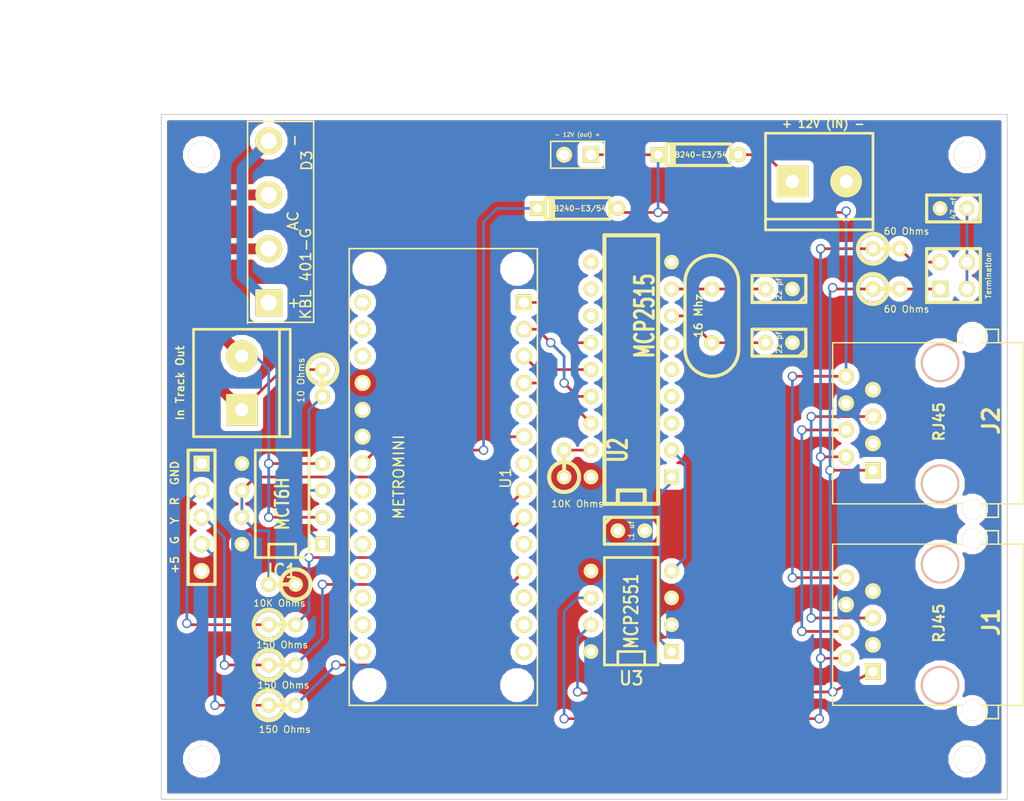
<source format=kicad_pcb>
(kicad_pcb (version 3) (host pcbnew "(2013-june-11)-stable")

  (general
    (links 72)
    (no_connects 0)
    (area 55.995994 92.400001 191.852126 168.59758)
    (thickness 1.6)
    (drawings 8)
    (tracks 181)
    (zones 0)
    (modules 31)
    (nets 33)
  )

  (page A3)
  (layers
    (15 F.Cu signal)
    (0 B.Cu signal)
    (16 B.Adhes user)
    (17 F.Adhes user)
    (18 B.Paste user)
    (19 F.Paste user)
    (20 B.SilkS user)
    (21 F.SilkS user)
    (22 B.Mask user)
    (23 F.Mask user)
    (24 Dwgs.User user)
    (25 Cmts.User user)
    (26 Eco1.User user)
    (27 Eco2.User user)
    (28 Edge.Cuts user)
  )

  (setup
    (last_trace_width 0.254)
    (user_trace_width 0.75)
    (user_trace_width 1.02)
    (trace_clearance 0.254)
    (zone_clearance 0.508)
    (zone_45_only no)
    (trace_min 0.254)
    (segment_width 0.2)
    (edge_width 0.1)
    (via_size 0.889)
    (via_drill 0.635)
    (via_min_size 0.889)
    (via_min_drill 0.508)
    (user_via 2.54 1.524)
    (uvia_size 0.508)
    (uvia_drill 0.127)
    (uvias_allowed no)
    (uvia_min_size 0.508)
    (uvia_min_drill 0.127)
    (pcb_text_width 0.3)
    (pcb_text_size 1.5 1.5)
    (mod_edge_width 0.15)
    (mod_text_size 1 1)
    (mod_text_width 0.15)
    (pad_size 2.54 2.54)
    (pad_drill 1.524)
    (pad_to_mask_clearance 0)
    (aux_axis_origin 0 0)
    (visible_elements FFFFFFBF)
    (pcbplotparams
      (layerselection 3178497)
      (usegerberextensions true)
      (excludeedgelayer true)
      (linewidth 0.150000)
      (plotframeref false)
      (viasonmask false)
      (mode 1)
      (useauxorigin false)
      (hpglpennumber 1)
      (hpglpenspeed 20)
      (hpglpendiameter 15)
      (hpglpenoverlay 2)
      (psnegative false)
      (psa4output false)
      (plotreference true)
      (plotvalue true)
      (plotothertext true)
      (plotinvisibletext false)
      (padsonsilk false)
      (subtractmaskfromsilk false)
      (outputformat 1)
      (mirror false)
      (drillshape 1)
      (scaleselection 1)
      (outputdirectory ""))
  )

  (net 0 "")
  (net 1 +5V)
  (net 2 CS)
  (net 3 GND)
  (net 4 MISO)
  (net 5 MOSI)
  (net 6 N-000001)
  (net 7 N-0000013)
  (net 8 N-0000014)
  (net 9 N-0000015)
  (net 10 N-0000016)
  (net 11 N-0000017)
  (net 12 N-0000018)
  (net 13 N-0000019)
  (net 14 N-000002)
  (net 15 N-0000020)
  (net 16 N-0000021)
  (net 17 N-0000022)
  (net 18 N-0000023)
  (net 19 N-0000024)
  (net 20 N-0000025)
  (net 21 N-000003)
  (net 22 N-000004)
  (net 23 N-0000040)
  (net 24 N-0000041)
  (net 25 N-0000042)
  (net 26 N-000005)
  (net 27 N-000006)
  (net 28 N-000007)
  (net 29 N-000008)
  (net 30 N-000009)
  (net 31 SCLK)
  (net 32 Vin)

  (net_class Default "This is the default net class."
    (clearance 0.254)
    (trace_width 0.254)
    (via_dia 0.889)
    (via_drill 0.635)
    (uvia_dia 0.508)
    (uvia_drill 0.127)
    (add_net "")
    (add_net +5V)
    (add_net CS)
    (add_net GND)
    (add_net MISO)
    (add_net MOSI)
    (add_net N-000001)
    (add_net N-0000013)
    (add_net N-0000014)
    (add_net N-0000015)
    (add_net N-0000016)
    (add_net N-0000017)
    (add_net N-0000018)
    (add_net N-0000019)
    (add_net N-000002)
    (add_net N-0000020)
    (add_net N-0000021)
    (add_net N-0000022)
    (add_net N-0000023)
    (add_net N-0000024)
    (add_net N-0000025)
    (add_net N-000003)
    (add_net N-000004)
    (add_net N-0000040)
    (add_net N-0000041)
    (add_net N-0000042)
    (add_net N-000005)
    (add_net N-000006)
    (add_net N-000007)
    (add_net N-000008)
    (add_net N-000009)
    (add_net SCLK)
    (add_net Vin)
  )

  (module ScrewTerm_2.54-5 (layer F.Cu) (tedit 5B02F9D4) (tstamp 5B02EF8A)
    (at 87.63 140.97 270)
    (descr "Screw Terminals on 2.54mm centers, 5 position")
    (tags CONN)
    (path /5B02DB4B)
    (fp_text reference P4 (at 0 -2.54 270) (layer F.SilkS) hide
      (effects (font (size 1.016 1.016) (thickness 0.2032)))
    )
    (fp_text value "+5  G  Y  R  GND" (at 0 2.54 270) (layer F.SilkS)
      (effects (font (size 0.75 0.75) (thickness 0.15)))
    )
    (fp_line (start -6.35 -1.27) (end -6.35 1.27) (layer F.SilkS) (width 0.3048))
    (fp_line (start 6.35 1.27) (end 6.35 -1.27) (layer F.SilkS) (width 0.3048))
    (fp_line (start -6.35 -1.27) (end 6.35 -1.27) (layer F.SilkS) (width 0.3048))
    (fp_line (start 6.35 1.27) (end -6.35 1.27) (layer F.SilkS) (width 0.3048))
    (pad 1 thru_hole rect (at -5.08 0 270) (size 1.524 1.524) (drill 1.016)
      (layers *.Cu *.Mask F.SilkS)
      (net 3 GND)
    )
    (pad 2 thru_hole circle (at -2.54 0 270) (size 1.524 1.524) (drill 1.016)
      (layers *.Cu *.Mask F.SilkS)
      (net 9 N-0000015)
    )
    (pad 3 thru_hole circle (at 0 0 270) (size 1.524 1.524) (drill 1.016)
      (layers *.Cu *.Mask F.SilkS)
      (net 8 N-0000014)
    )
    (pad 4 thru_hole circle (at 2.54 0 270) (size 1.524 1.524) (drill 1.016)
      (layers *.Cu *.Mask F.SilkS)
      (net 7 N-0000013)
    )
    (pad 5 thru_hole circle (at 5.08 0 270) (size 1.524 1.524) (drill 1.016)
      (layers *.Cu *.Mask F.SilkS)
      (net 1 +5V)
    )
    (model walter/conn_screw/mors_5p.wrl
      (at (xyz 0 0 0))
      (scale (xyz 0.5 0.5 0.5))
      (rotate (xyz 0 0 180))
    )
  )

  (module RJ45_8N-S (layer F.Cu) (tedit 58F90078) (tstamp 5B02DF1B)
    (at 157.48 132.08 90)
    (tags RJ45)
    (path /5B02214E)
    (fp_text reference J2 (at 0.254 4.826 90) (layer F.SilkS)
      (effects (font (size 1.524 1.524) (thickness 0.3048)))
    )
    (fp_text value RJ45 (at 0.14224 -0.1016 90) (layer F.SilkS)
      (effects (font (size 1.00076 1.00076) (thickness 0.2032)))
    )
    (fp_line (start -7.62 5.5118) (end -8.89 5.5118) (layer F.SilkS) (width 0.15))
    (fp_line (start -8.89 5.5118) (end -8.89 4.3688) (layer F.SilkS) (width 0.15))
    (fp_line (start -8.89 4.3688) (end -7.62 4.3688) (layer F.SilkS) (width 0.15))
    (fp_line (start 7.62 5.5118) (end 8.89 5.5118) (layer F.SilkS) (width 0.15))
    (fp_line (start 8.89 5.5118) (end 8.89 4.3688) (layer F.SilkS) (width 0.15))
    (fp_line (start 8.89 4.3688) (end 7.62 4.3688) (layer F.SilkS) (width 0.15))
    (fp_line (start -7.62 7.874) (end 7.62 7.874) (layer F.SilkS) (width 0.127))
    (fp_line (start 7.62 7.874) (end 7.62 -10.16) (layer F.SilkS) (width 0.127))
    (fp_line (start 7.62 -10.16) (end -7.62 -10.16) (layer F.SilkS) (width 0.127))
    (fp_line (start -7.62 -10.16) (end -7.62 7.874) (layer F.SilkS) (width 0.127))
    (pad "" np_thru_hole circle (at 5.715 0 90) (size 3.64998 3.64998) (drill 3.2512)
      (layers *.Cu *.SilkS *.Mask)
    )
    (pad "" np_thru_hole circle (at -5.715 0 90) (size 3.64998 3.64998) (drill 3.2512)
      (layers *.Cu *.SilkS *.Mask)
    )
    (pad 1 thru_hole rect (at -4.445 -6.35 90) (size 1.50114 1.50114) (drill 0.89916)
      (layers *.Cu *.Mask F.SilkS)
      (net 22 N-000004)
    )
    (pad 2 thru_hole circle (at -3.175 -8.89 90) (size 1.50114 1.50114) (drill 0.89916)
      (layers *.Cu *.Mask F.SilkS)
      (net 26 N-000005)
    )
    (pad 3 thru_hole circle (at -1.905 -6.35 90) (size 1.50114 1.50114) (drill 0.89916)
      (layers *.Cu *.Mask F.SilkS)
      (net 3 GND)
    )
    (pad 4 thru_hole circle (at -0.635 -8.89 90) (size 1.50114 1.50114) (drill 0.89916)
      (layers *.Cu *.Mask F.SilkS)
      (net 30 N-000009)
    )
    (pad 5 thru_hole circle (at 0.635 -6.35 90) (size 1.50114 1.50114) (drill 0.89916)
      (layers *.Cu *.Mask F.SilkS)
      (net 29 N-000008)
    )
    (pad 6 thru_hole circle (at 1.905 -8.89 90) (size 1.50114 1.50114) (drill 0.89916)
      (layers *.Cu *.Mask F.SilkS)
      (net 3 GND)
    )
    (pad 7 thru_hole circle (at 3.175 -6.35 90) (size 1.50114 1.50114) (drill 0.89916)
      (layers *.Cu *.Mask F.SilkS)
      (net 3 GND)
    )
    (pad 8 thru_hole circle (at 4.445 -8.89 90) (size 1.50114 1.50114) (drill 0.89916)
      (layers *.Cu *.Mask F.SilkS)
      (net 10 N-0000016)
    )
    (pad "" thru_hole circle (at -8.128 3.048 90) (size 1.9304 1.9304) (drill 1.9304)
      (layers *.Cu *.Mask F.SilkS)
    )
    (pad "" thru_hole circle (at 8.128 3.048 90) (size 1.9304 1.9304) (drill 1.9304)
      (layers *.Cu *.Mask F.SilkS)
    )
    (model connectors/RJ45_8.wrl
      (at (xyz 0 0 0))
      (scale (xyz 0.4 0.4 0.4))
      (rotate (xyz 0 0 0))
    )
  )

  (module RJ45_8N-S (layer F.Cu) (tedit 58F90078) (tstamp 5B02DF35)
    (at 157.48 151.13 90)
    (tags RJ45)
    (path /5B02213F)
    (fp_text reference J1 (at 0.254 4.826 90) (layer F.SilkS)
      (effects (font (size 1.524 1.524) (thickness 0.3048)))
    )
    (fp_text value RJ45 (at 0.14224 -0.1016 90) (layer F.SilkS)
      (effects (font (size 1.00076 1.00076) (thickness 0.2032)))
    )
    (fp_line (start -7.62 5.5118) (end -8.89 5.5118) (layer F.SilkS) (width 0.15))
    (fp_line (start -8.89 5.5118) (end -8.89 4.3688) (layer F.SilkS) (width 0.15))
    (fp_line (start -8.89 4.3688) (end -7.62 4.3688) (layer F.SilkS) (width 0.15))
    (fp_line (start 7.62 5.5118) (end 8.89 5.5118) (layer F.SilkS) (width 0.15))
    (fp_line (start 8.89 5.5118) (end 8.89 4.3688) (layer F.SilkS) (width 0.15))
    (fp_line (start 8.89 4.3688) (end 7.62 4.3688) (layer F.SilkS) (width 0.15))
    (fp_line (start -7.62 7.874) (end 7.62 7.874) (layer F.SilkS) (width 0.127))
    (fp_line (start 7.62 7.874) (end 7.62 -10.16) (layer F.SilkS) (width 0.127))
    (fp_line (start 7.62 -10.16) (end -7.62 -10.16) (layer F.SilkS) (width 0.127))
    (fp_line (start -7.62 -10.16) (end -7.62 7.874) (layer F.SilkS) (width 0.127))
    (pad "" np_thru_hole circle (at 5.715 0 90) (size 3.64998 3.64998) (drill 3.2512)
      (layers *.Cu *.SilkS *.Mask)
    )
    (pad "" np_thru_hole circle (at -5.715 0 90) (size 3.64998 3.64998) (drill 3.2512)
      (layers *.Cu *.SilkS *.Mask)
    )
    (pad 1 thru_hole rect (at -4.445 -6.35 90) (size 1.50114 1.50114) (drill 0.89916)
      (layers *.Cu *.Mask F.SilkS)
      (net 22 N-000004)
    )
    (pad 2 thru_hole circle (at -3.175 -8.89 90) (size 1.50114 1.50114) (drill 0.89916)
      (layers *.Cu *.Mask F.SilkS)
      (net 26 N-000005)
    )
    (pad 3 thru_hole circle (at -1.905 -6.35 90) (size 1.50114 1.50114) (drill 0.89916)
      (layers *.Cu *.Mask F.SilkS)
      (net 3 GND)
    )
    (pad 4 thru_hole circle (at -0.635 -8.89 90) (size 1.50114 1.50114) (drill 0.89916)
      (layers *.Cu *.Mask F.SilkS)
      (net 30 N-000009)
    )
    (pad 5 thru_hole circle (at 0.635 -6.35 90) (size 1.50114 1.50114) (drill 0.89916)
      (layers *.Cu *.Mask F.SilkS)
      (net 29 N-000008)
    )
    (pad 6 thru_hole circle (at 1.905 -8.89 90) (size 1.50114 1.50114) (drill 0.89916)
      (layers *.Cu *.Mask F.SilkS)
      (net 3 GND)
    )
    (pad 7 thru_hole circle (at 3.175 -6.35 90) (size 1.50114 1.50114) (drill 0.89916)
      (layers *.Cu *.Mask F.SilkS)
      (net 3 GND)
    )
    (pad 8 thru_hole circle (at 4.445 -8.89 90) (size 1.50114 1.50114) (drill 0.89916)
      (layers *.Cu *.Mask F.SilkS)
      (net 10 N-0000016)
    )
    (pad "" thru_hole circle (at -8.128 3.048 90) (size 1.9304 1.9304) (drill 1.9304)
      (layers *.Cu *.Mask F.SilkS)
    )
    (pad "" thru_hole circle (at 8.128 3.048 90) (size 1.9304 1.9304) (drill 1.9304)
      (layers *.Cu *.Mask F.SilkS)
    )
    (model connectors/RJ45_8.wrl
      (at (xyz 0 0 0))
      (scale (xyz 0.4 0.4 0.4))
      (rotate (xyz 0 0 0))
    )
  )

  (module R1 (layer F.Cu) (tedit 5B02FA4C) (tstamp 5B02DF3D)
    (at 95.25 158.75)
    (descr "Resistance verticale")
    (tags R)
    (path /5B02DC9A)
    (autoplace_cost90 10)
    (autoplace_cost180 10)
    (fp_text reference R8 (at -1.016 2.54) (layer F.SilkS) hide
      (effects (font (size 1.397 1.27) (thickness 0.2032)))
    )
    (fp_text value "150 Ohms" (at 0.254 2.286) (layer F.SilkS)
      (effects (font (size 0.635 0.635) (thickness 0.1016)))
    )
    (fp_line (start -1.27 0) (end 1.27 0) (layer F.SilkS) (width 0.381))
    (fp_circle (center -1.27 0) (end -0.635 1.27) (layer F.SilkS) (width 0.381))
    (pad 1 thru_hole circle (at -1.27 0) (size 1.397 1.397) (drill 0.8128)
      (layers *.Cu *.Mask F.SilkS)
      (net 7 N-0000013)
    )
    (pad 2 thru_hole circle (at 1.27 0) (size 1.397 1.397) (drill 0.8128)
      (layers *.Cu *.Mask F.SilkS)
      (net 13 N-0000019)
    )
    (model discret/verti_resistor.wrl
      (at (xyz 0 0 0))
      (scale (xyz 1 1 1))
      (rotate (xyz 0 0 0))
    )
  )

  (module R1 (layer F.Cu) (tedit 5B02FA68) (tstamp 5B02DF45)
    (at 95.25 154.94)
    (descr "Resistance verticale")
    (tags R)
    (path /5B02DC8B)
    (autoplace_cost90 10)
    (autoplace_cost180 10)
    (fp_text reference R7 (at -1.016 2.54) (layer F.SilkS) hide
      (effects (font (size 1.397 1.27) (thickness 0.2032)))
    )
    (fp_text value "150 Ohms" (at 0.127 1.905) (layer F.SilkS)
      (effects (font (size 0.635 0.635) (thickness 0.1016)))
    )
    (fp_line (start -1.27 0) (end 1.27 0) (layer F.SilkS) (width 0.381))
    (fp_circle (center -1.27 0) (end -0.635 1.27) (layer F.SilkS) (width 0.381))
    (pad 1 thru_hole circle (at -1.27 0) (size 1.397 1.397) (drill 0.8128)
      (layers *.Cu *.Mask F.SilkS)
      (net 8 N-0000014)
    )
    (pad 2 thru_hole circle (at 1.27 0) (size 1.397 1.397) (drill 0.8128)
      (layers *.Cu *.Mask F.SilkS)
      (net 12 N-0000018)
    )
    (model discret/verti_resistor.wrl
      (at (xyz 0 0 0))
      (scale (xyz 1 1 1))
      (rotate (xyz 0 0 0))
    )
  )

  (module R1 (layer F.Cu) (tedit 5B02FA8F) (tstamp 5B02DF4D)
    (at 95.25 151.13)
    (descr "Resistance verticale")
    (tags R)
    (path /5B02DC72)
    (autoplace_cost90 10)
    (autoplace_cost180 10)
    (fp_text reference R6 (at -1.016 2.54) (layer F.SilkS) hide
      (effects (font (size 1.397 1.27) (thickness 0.2032)))
    )
    (fp_text value "150 Ohms" (at 0 1.905) (layer F.SilkS)
      (effects (font (size 0.635 0.635) (thickness 0.1016)))
    )
    (fp_line (start -1.27 0) (end 1.27 0) (layer F.SilkS) (width 0.381))
    (fp_circle (center -1.27 0) (end -0.635 1.27) (layer F.SilkS) (width 0.381))
    (pad 1 thru_hole circle (at -1.27 0) (size 1.397 1.397) (drill 0.8128)
      (layers *.Cu *.Mask F.SilkS)
      (net 9 N-0000015)
    )
    (pad 2 thru_hole circle (at 1.27 0) (size 1.397 1.397) (drill 0.8128)
      (layers *.Cu *.Mask F.SilkS)
      (net 11 N-0000017)
    )
    (model discret/verti_resistor.wrl
      (at (xyz 0 0 0))
      (scale (xyz 1 1 1))
      (rotate (xyz 0 0 0))
    )
  )

  (module R1 (layer F.Cu) (tedit 5B02FA2C) (tstamp 5B02DF55)
    (at 95.25 147.32 180)
    (descr "Resistance verticale")
    (tags R)
    (path /5B02D94A)
    (autoplace_cost90 10)
    (autoplace_cost180 10)
    (fp_text reference R5 (at -1.016 2.54 180) (layer F.SilkS) hide
      (effects (font (size 1.397 1.27) (thickness 0.2032)))
    )
    (fp_text value "10K Ohms" (at 0.254 -1.778 180) (layer F.SilkS)
      (effects (font (size 0.635 0.635) (thickness 0.1016)))
    )
    (fp_line (start -1.27 0) (end 1.27 0) (layer F.SilkS) (width 0.381))
    (fp_circle (center -1.27 0) (end -0.635 1.27) (layer F.SilkS) (width 0.381))
    (pad 1 thru_hole circle (at -1.27 0 180) (size 1.397 1.397) (drill 0.8128)
      (layers *.Cu *.Mask F.SilkS)
      (net 1 +5V)
    )
    (pad 2 thru_hole circle (at 1.27 0 180) (size 1.397 1.397) (drill 0.8128)
      (layers *.Cu *.Mask F.SilkS)
      (net 18 N-0000023)
    )
    (model discret/verti_resistor.wrl
      (at (xyz 0 0 0))
      (scale (xyz 1 1 1))
      (rotate (xyz 0 0 0))
    )
  )

  (module R1 (layer F.Cu) (tedit 5B02F9FD) (tstamp 5B02DF5D)
    (at 99.06 128.27 270)
    (descr "Resistance verticale")
    (tags R)
    (path /5B02D44E)
    (autoplace_cost90 10)
    (autoplace_cost180 10)
    (fp_text reference R4 (at -1.016 2.54 270) (layer F.SilkS) hide
      (effects (font (size 1.397 1.27) (thickness 0.2032)))
    )
    (fp_text value "10 Ohms" (at -0.254 2.032 270) (layer F.SilkS)
      (effects (font (size 0.635 0.635) (thickness 0.1016)))
    )
    (fp_line (start -1.27 0) (end 1.27 0) (layer F.SilkS) (width 0.381))
    (fp_circle (center -1.27 0) (end -0.635 1.27) (layer F.SilkS) (width 0.381))
    (pad 1 thru_hole circle (at -1.27 0 270) (size 1.397 1.397) (drill 0.8128)
      (layers *.Cu *.Mask F.SilkS)
      (net 17 N-0000022)
    )
    (pad 2 thru_hole circle (at 1.27 0 270) (size 1.397 1.397) (drill 0.8128)
      (layers *.Cu *.Mask F.SilkS)
      (net 15 N-0000020)
    )
    (model discret/verti_resistor.wrl
      (at (xyz 0 0 0))
      (scale (xyz 1 1 1))
      (rotate (xyz 0 0 0))
    )
  )

  (module R1 (layer F.Cu) (tedit 5B02F8E3) (tstamp 5B02DF65)
    (at 152.4 115.57)
    (descr "Resistance verticale")
    (tags R)
    (path /5B02278A)
    (autoplace_cost90 10)
    (autoplace_cost180 10)
    (fp_text reference R3 (at -1.016 2.54) (layer F.SilkS) hide
      (effects (font (size 1.397 1.27) (thickness 0.2032)))
    )
    (fp_text value "60 Ohms" (at 1.905 -1.651) (layer F.SilkS)
      (effects (font (size 0.635 0.635) (thickness 0.1016)))
    )
    (fp_line (start -1.27 0) (end 1.27 0) (layer F.SilkS) (width 0.381))
    (fp_circle (center -1.27 0) (end -0.635 1.27) (layer F.SilkS) (width 0.381))
    (pad 1 thru_hole circle (at -1.27 0) (size 1.397 1.397) (drill 0.8128)
      (layers *.Cu *.Mask F.SilkS)
      (net 26 N-000005)
    )
    (pad 2 thru_hole circle (at 1.27 0) (size 1.397 1.397) (drill 0.8128)
      (layers *.Cu *.Mask F.SilkS)
      (net 21 N-000003)
    )
    (model discret/verti_resistor.wrl
      (at (xyz 0 0 0))
      (scale (xyz 1 1 1))
      (rotate (xyz 0 0 0))
    )
  )

  (module R1 (layer F.Cu) (tedit 5B02F8FC) (tstamp 5B02DF6D)
    (at 152.4 119.38)
    (descr "Resistance verticale")
    (tags R)
    (path /5B02277B)
    (autoplace_cost90 10)
    (autoplace_cost180 10)
    (fp_text reference R2 (at -1.016 2.54) (layer F.SilkS) hide
      (effects (font (size 1.397 1.27) (thickness 0.2032)))
    )
    (fp_text value "60 Ohms" (at 1.905 1.905) (layer F.SilkS)
      (effects (font (size 0.635 0.635) (thickness 0.1016)))
    )
    (fp_line (start -1.27 0) (end 1.27 0) (layer F.SilkS) (width 0.381))
    (fp_circle (center -1.27 0) (end -0.635 1.27) (layer F.SilkS) (width 0.381))
    (pad 1 thru_hole circle (at -1.27 0) (size 1.397 1.397) (drill 0.8128)
      (layers *.Cu *.Mask F.SilkS)
      (net 22 N-000004)
    )
    (pad 2 thru_hole circle (at 1.27 0) (size 1.397 1.397) (drill 0.8128)
      (layers *.Cu *.Mask F.SilkS)
      (net 6 N-000001)
    )
    (model discret/verti_resistor.wrl
      (at (xyz 0 0 0))
      (scale (xyz 1 1 1))
      (rotate (xyz 0 0 0))
    )
  )

  (module R1 (layer F.Cu) (tedit 5B02F801) (tstamp 5B02DF75)
    (at 121.92 135.89 90)
    (descr "Resistance verticale")
    (tags R)
    (path /5B0219AF)
    (autoplace_cost90 10)
    (autoplace_cost180 10)
    (fp_text reference R1 (at -1.016 2.54 90) (layer F.SilkS) hide
      (effects (font (size 1.397 1.27) (thickness 0.2032)))
    )
    (fp_text value "10K Ohms" (at -3.81 1.27 180) (layer F.SilkS)
      (effects (font (size 0.635 0.635) (thickness 0.1016)))
    )
    (fp_line (start -1.27 0) (end 1.27 0) (layer F.SilkS) (width 0.381))
    (fp_circle (center -1.27 0) (end -0.635 1.27) (layer F.SilkS) (width 0.381))
    (pad 1 thru_hole circle (at -1.27 0 90) (size 1.397 1.397) (drill 0.8128)
      (layers *.Cu *.Mask F.SilkS)
      (net 1 +5V)
    )
    (pad 2 thru_hole circle (at 1.27 0 90) (size 1.397 1.397) (drill 0.8128)
      (layers *.Cu *.Mask F.SilkS)
      (net 25 N-0000042)
    )
    (model discret/verti_resistor.wrl
      (at (xyz 0 0 0))
      (scale (xyz 1 1 1))
      (rotate (xyz 0 0 0))
    )
  )

  (module PIN_ARRAY_2X2 (layer F.Cu) (tedit 5B02FAD3) (tstamp 5B02DF81)
    (at 158.75 118.11)
    (descr "Double rangee de contacts 2 x 2 pins")
    (tags CONN)
    (path /5B02283D)
    (fp_text reference P1 (at -0.381 -3.429) (layer F.SilkS) hide
      (effects (font (size 1.016 1.016) (thickness 0.2032)))
    )
    (fp_text value Termination (at 3.302 0 90) (layer F.SilkS)
      (effects (font (size 0.5 0.5) (thickness 0.1016)))
    )
    (fp_line (start -2.54 -2.54) (end 2.54 -2.54) (layer F.SilkS) (width 0.3048))
    (fp_line (start 2.54 -2.54) (end 2.54 2.54) (layer F.SilkS) (width 0.3048))
    (fp_line (start 2.54 2.54) (end -2.54 2.54) (layer F.SilkS) (width 0.3048))
    (fp_line (start -2.54 2.54) (end -2.54 -2.54) (layer F.SilkS) (width 0.3048))
    (pad 1 thru_hole rect (at -1.27 1.27) (size 1.524 1.524) (drill 1.016)
      (layers *.Cu *.Mask F.SilkS)
      (net 6 N-000001)
    )
    (pad 2 thru_hole circle (at -1.27 -1.27) (size 1.524 1.524) (drill 1.016)
      (layers *.Cu *.Mask F.SilkS)
      (net 21 N-000003)
    )
    (pad 3 thru_hole circle (at 1.27 1.27) (size 1.524 1.524) (drill 1.016)
      (layers *.Cu *.Mask F.SilkS)
      (net 14 N-000002)
    )
    (pad 4 thru_hole circle (at 1.27 -1.27) (size 1.524 1.524) (drill 1.016)
      (layers *.Cu *.Mask F.SilkS)
      (net 14 N-000002)
    )
    (model pin_array/pins_array_2x2.wrl
      (at (xyz 0 0 0))
      (scale (xyz 1 1 1))
      (rotate (xyz 0 0 0))
    )
  )

  (module mors_2p (layer F.Cu) (tedit 5B02FAF8) (tstamp 5B02DF90)
    (at 146.05 109.22)
    (descr "Terminal block 2 pins")
    (tags DEV)
    (path /5B0223C2)
    (fp_text reference P2 (at 0 -5.842) (layer F.SilkS) hide
      (effects (font (size 1.524 1.524) (thickness 0.3048)))
    )
    (fp_text value "+ 12V (IN) -" (at 0.381 -5.461) (layer F.SilkS)
      (effects (font (size 0.75 0.75) (thickness 0.15)))
    )
    (fp_line (start 5.08 -3.81) (end 5.08 -4.572) (layer F.SilkS) (width 0.254))
    (fp_line (start 5.08 -4.572) (end -5.08 -4.572) (layer F.SilkS) (width 0.254))
    (fp_line (start -5.08 -4.572) (end -5.08 -3.81) (layer F.SilkS) (width 0.254))
    (fp_line (start 5.08 4.572) (end -5.08 4.572) (layer F.SilkS) (width 0.254))
    (fp_line (start -5.08 4.572) (end -5.08 3.556) (layer F.SilkS) (width 0.254))
    (fp_line (start -5.08 3.556) (end 5.08 3.556) (layer F.SilkS) (width 0.254))
    (fp_line (start 5.08 3.556) (end 5.08 4.572) (layer F.SilkS) (width 0.254))
    (fp_line (start 5.08 3.81) (end 5.08 -3.81) (layer F.SilkS) (width 0.254))
    (fp_line (start -5.08 -3.81) (end -5.08 3.81) (layer F.SilkS) (width 0.254))
    (pad 1 thru_hole rect (at -2.54 0) (size 2.99974 2.99974) (drill 1.24968)
      (layers *.Cu *.Mask F.SilkS)
      (net 28 N-000007)
    )
    (pad 2 thru_hole circle (at 2.54 0) (size 2.99974 2.99974) (drill 1.24968)
      (layers *.Cu *.Mask F.SilkS)
      (net 3 GND)
    )
    (model walter/conn_screw/mors_2p.wrl
      (at (xyz 0 0 0))
      (scale (xyz 1 1 1))
      (rotate (xyz 0 0 0))
    )
  )

  (module mors_2p (layer F.Cu) (tedit 5B02F99D) (tstamp 5B02DF9F)
    (at 91.44 128.27 90)
    (descr "Terminal block 2 pins")
    (tags DEV)
    (path /5B02D43F)
    (fp_text reference P3 (at 0 -5.842 90) (layer F.SilkS) hide
      (effects (font (size 1.524 1.524) (thickness 0.3048)))
    )
    (fp_text value "In Track Out" (at 0 -5.842 90) (layer F.SilkS)
      (effects (font (size 0.75 0.75) (thickness 0.15)))
    )
    (fp_line (start 5.08 -3.81) (end 5.08 -4.572) (layer F.SilkS) (width 0.254))
    (fp_line (start 5.08 -4.572) (end -5.08 -4.572) (layer F.SilkS) (width 0.254))
    (fp_line (start -5.08 -4.572) (end -5.08 -3.81) (layer F.SilkS) (width 0.254))
    (fp_line (start 5.08 4.572) (end -5.08 4.572) (layer F.SilkS) (width 0.254))
    (fp_line (start -5.08 4.572) (end -5.08 3.556) (layer F.SilkS) (width 0.254))
    (fp_line (start -5.08 3.556) (end 5.08 3.556) (layer F.SilkS) (width 0.254))
    (fp_line (start 5.08 3.556) (end 5.08 4.572) (layer F.SilkS) (width 0.254))
    (fp_line (start 5.08 3.81) (end 5.08 -3.81) (layer F.SilkS) (width 0.254))
    (fp_line (start -5.08 -3.81) (end -5.08 3.81) (layer F.SilkS) (width 0.254))
    (pad 1 thru_hole rect (at -2.54 0 90) (size 2.99974 2.99974) (drill 1.24968)
      (layers *.Cu *.Mask F.SilkS)
      (net 17 N-0000022)
    )
    (pad 2 thru_hole circle (at 2.54 0 90) (size 2.99974 2.99974) (drill 1.24968)
      (layers *.Cu *.Mask F.SilkS)
      (net 16 N-0000021)
    )
    (model walter/conn_screw/mors_2p.wrl
      (at (xyz 0 0 0))
      (scale (xyz 1 1 1))
      (rotate (xyz 0 0 0))
    )
  )

  (module MetroMini (layer F.Cu) (tedit 5B01EDF6) (tstamp 5B02DFC7)
    (at 110.49 137.16 270)
    (path /5B021C9F)
    (fp_text reference U1 (at 0.1 -5.9 270) (layer F.SilkS)
      (effects (font (size 1 1) (thickness 0.15)))
    )
    (fp_text value METROMINI (at 0 4.2 270) (layer F.SilkS)
      (effects (font (size 1 1) (thickness 0.15)))
    )
    (fp_line (start -21.6 -8.9) (end 21.6 -8.9) (layer F.SilkS) (width 0.15))
    (fp_line (start 21.6 -8.9) (end 21.6 8.9) (layer F.SilkS) (width 0.15))
    (fp_line (start 21.6 8.9) (end -21.6 8.9) (layer F.SilkS) (width 0.15))
    (fp_line (start -21.6 8.9) (end -21.6 -8.9) (layer F.SilkS) (width 0.15))
    (pad "" np_thru_hole circle (at -19.685 -6.985 270) (size 2.2 2.2) (drill 2.2)
      (layers *.Cu *.Mask F.SilkS)
    )
    (pad "" np_thru_hole circle (at -19.685 6.985 270) (size 2.2 2.2) (drill 2.2)
      (layers *.Cu *.Mask F.SilkS)
    )
    (pad "" np_thru_hole circle (at 19.685 -6.985 270) (size 2.2 2.2) (drill 2.2)
      (layers *.Cu *.Mask F.SilkS)
    )
    (pad "" np_thru_hole circle (at 19.685 6.985 270) (size 2.2 2.2) (drill 2.2)
      (layers *.Cu *.Mask F.SilkS)
    )
    (pad 7 thru_hole circle (at -1.27 -7.63 270) (size 1.524 1.524) (drill 1.016)
      (layers *.Cu *.Mask F.SilkS)
    )
    (pad 6 thru_hole circle (at -3.81 -7.63 270) (size 1.524 1.524) (drill 1.016)
      (layers *.Cu *.Mask F.SilkS)
      (net 18 N-0000023)
    )
    (pad 5 thru_hole circle (at -6.35 -7.63 270) (size 1.524 1.524) (drill 1.016)
      (layers *.Cu *.Mask F.SilkS)
    )
    (pad 4 thru_hole circle (at -8.89 -7.63 270) (size 1.524 1.524) (drill 1.016)
      (layers *.Cu *.Mask F.SilkS)
      (net 2 CS)
    )
    (pad 3 thru_hole circle (at -11.43 -7.63 270) (size 1.524 1.524) (drill 1.016)
      (layers *.Cu *.Mask F.SilkS)
      (net 5 MOSI)
    )
    (pad 2 thru_hole circle (at -13.97 -7.63 270) (size 1.524 1.524) (drill 1.016)
      (layers *.Cu *.Mask F.SilkS)
      (net 4 MISO)
    )
    (pad 1 thru_hole rect (at -16.51 -7.63 270) (size 1.524 1.524) (drill 1.016)
      (layers *.Cu *.Mask F.SilkS)
      (net 31 SCLK)
    )
    (pad 8 thru_hole circle (at 1.27 -7.63 270) (size 1.524 1.524) (drill 1.016)
      (layers *.Cu *.Mask F.SilkS)
      (net 11 N-0000017)
    )
    (pad 9 thru_hole circle (at 3.81 -7.63 270) (size 1.524 1.524) (drill 1.016)
      (layers *.Cu *.Mask F.SilkS)
      (net 12 N-0000018)
    )
    (pad 10 thru_hole circle (at 6.35 -7.63 270) (size 1.524 1.524) (drill 1.016)
      (layers *.Cu *.Mask F.SilkS)
    )
    (pad 11 thru_hole circle (at 8.89 -7.63 270) (size 1.524 1.524) (drill 1.016)
      (layers *.Cu *.Mask F.SilkS)
      (net 13 N-0000019)
    )
    (pad 12 thru_hole circle (at 11.43 -7.63 270) (size 1.524 1.524) (drill 1.016)
      (layers *.Cu *.Mask F.SilkS)
    )
    (pad 13 thru_hole circle (at 13.97 -7.63 270) (size 1.524 1.524) (drill 1.016)
      (layers *.Cu *.Mask F.SilkS)
    )
    (pad 14 thru_hole circle (at 16.51 -7.63 270) (size 1.524 1.524) (drill 1.016)
      (layers *.Cu *.Mask F.SilkS)
    )
    (pad 15 thru_hole circle (at 16.51 7.63 270) (size 1.524 1.524) (drill 1.016)
      (layers *.Cu *.Mask F.SilkS)
    )
    (pad 16 thru_hole circle (at 13.97 7.63 270) (size 1.524 1.524) (drill 1.016)
      (layers *.Cu *.Mask F.SilkS)
    )
    (pad 17 thru_hole circle (at 11.43 7.63 270) (size 1.524 1.524) (drill 1.016)
      (layers *.Cu *.Mask F.SilkS)
    )
    (pad 18 thru_hole circle (at 8.89 7.63 270) (size 1.524 1.524) (drill 1.016)
      (layers *.Cu *.Mask F.SilkS)
    )
    (pad 19 thru_hole circle (at 6.35 7.63 270) (size 1.524 1.524) (drill 1.016)
      (layers *.Cu *.Mask F.SilkS)
    )
    (pad 20 thru_hole circle (at 3.81 7.63 270) (size 1.524 1.524) (drill 1.016)
      (layers *.Cu *.Mask F.SilkS)
    )
    (pad 21 thru_hole circle (at 1.27 7.63 270) (size 1.524 1.524) (drill 1.016)
      (layers *.Cu *.Mask F.SilkS)
    )
    (pad 22 thru_hole circle (at -1.27 7.63 270) (size 1.524 1.524) (drill 1.016)
      (layers *.Cu *.Mask F.SilkS)
      (net 32 Vin)
    )
    (pad 23 thru_hole circle (at -3.81 7.63 270) (size 1.524 1.524) (drill 1.016)
      (layers *.Cu *.Mask F.SilkS)
      (net 3 GND)
    )
    (pad 24 thru_hole circle (at -6.35 7.63 270) (size 1.524 1.524) (drill 1.016)
      (layers *.Cu *.Mask F.SilkS)
      (net 3 GND)
    )
    (pad 25 thru_hole circle (at -8.89 7.63 270) (size 1.524 1.524) (drill 1.016)
      (layers *.Cu *.Mask F.SilkS)
      (net 1 +5V)
    )
    (pad 26 thru_hole circle (at -11.43 7.63 270) (size 1.524 1.524) (drill 1.016)
      (layers *.Cu *.Mask F.SilkS)
    )
    (pad 27 thru_hole circle (at -13.97 7.63 270) (size 1.524 1.524) (drill 1.016)
      (layers *.Cu *.Mask F.SilkS)
    )
    (pad 28 thru_hole circle (at -16.51 7.63 270) (size 1.524 1.524) (drill 1.016)
      (layers *.Cu *.Mask F.SilkS)
    )
  )

  (module KBL (layer F.Cu) (tedit 5B02DD83) (tstamp 5B02DFD7)
    (at 93.98 113.03 90)
    (tags "Bridge Rectifier")
    (path /5B02D40D)
    (fp_text reference D3 (at 5.8 3.6 90) (layer F.SilkS)
      (effects (font (size 1 1) (thickness 0.15)))
    )
    (fp_text value "KBL 401-G" (at -4.9 3.5 90) (layer F.SilkS)
      (effects (font (size 1 1) (thickness 0.15)))
    )
    (fp_text user AC (at 0.1 2.3 90) (layer F.SilkS)
      (effects (font (size 1 1) (thickness 0.15)))
    )
    (fp_text user - (at 7.7 2.4 90) (layer F.SilkS)
      (effects (font (size 1 1) (thickness 0.15)))
    )
    (fp_text user + (at -7.7 2.3 90) (layer F.SilkS)
      (effects (font (size 1 1) (thickness 0.15)))
    )
    (fp_line (start -9.5 -2) (end 9.5 -2) (layer F.SilkS) (width 0.15))
    (fp_line (start 9.5 -2) (end 9.5 4.25) (layer F.SilkS) (width 0.15))
    (fp_line (start 9.5 4.25) (end -9.5 4.25) (layer F.SilkS) (width 0.15))
    (fp_line (start -9.5 4.25) (end -9.5 -2) (layer F.SilkS) (width 0.15))
    (fp_line (start -9.5 -2) (end -9.6 -2) (layer F.SilkS) (width 0.15))
    (pad 1 thru_hole rect (at -7.65 0 90) (size 2.54 2.54) (drill 1.524)
      (layers *.Cu *.Mask F.SilkS)
      (net 27 N-000006)
    )
    (pad 2 thru_hole circle (at -2.55 0 90) (size 2.54 2.54) (drill 1.524)
      (layers *.Cu *.Mask F.SilkS)
      (net 16 N-0000021)
    )
    (pad 3 thru_hole circle (at 2.55 0 90) (size 2.54 2.54) (drill 1.524)
      (layers *.Cu *.Mask F.SilkS)
      (net 17 N-0000022)
    )
    (pad 4 thru_hole circle (at 7.65 0 90) (size 2.54 2.54) (drill 1.524)
      (layers *.Cu *.Mask F.SilkS)
      (net 27 N-000006)
    )
  )

  (module HC-49V (layer F.Cu) (tedit 5B02F834) (tstamp 5B02DFE3)
    (at 135.89 121.92 90)
    (descr "Quartz boitier HC-49 Vertical")
    (tags "QUARTZ DEV")
    (path /5B021A38)
    (autoplace_cost180 10)
    (fp_text reference X1 (at 0 -3.81 90) (layer F.SilkS) hide
      (effects (font (size 1.524 1.524) (thickness 0.3048)))
    )
    (fp_text value "16 Mhz" (at 0 -1.27 90) (layer F.SilkS)
      (effects (font (size 0.75 0.75) (thickness 0.15)))
    )
    (fp_line (start -3.175 2.54) (end 3.175 2.54) (layer F.SilkS) (width 0.3175))
    (fp_line (start -3.175 -2.54) (end 3.175 -2.54) (layer F.SilkS) (width 0.3175))
    (fp_arc (start 3.175 0) (end 3.175 -2.54) (angle 90) (layer F.SilkS) (width 0.3175))
    (fp_arc (start 3.175 0) (end 5.715 0) (angle 90) (layer F.SilkS) (width 0.3175))
    (fp_arc (start -3.175 0) (end -5.715 0) (angle 90) (layer F.SilkS) (width 0.3175))
    (fp_arc (start -3.175 0) (end -3.175 2.54) (angle 90) (layer F.SilkS) (width 0.3175))
    (pad 1 thru_hole circle (at -2.54 0 90) (size 1.4224 1.4224) (drill 0.762)
      (layers *.Cu *.Mask F.SilkS)
      (net 20 N-0000025)
    )
    (pad 2 thru_hole circle (at 2.54 0 90) (size 1.4224 1.4224) (drill 0.762)
      (layers *.Cu *.Mask F.SilkS)
      (net 19 N-0000024)
    )
    (model discret/xtal/crystal_hc18u_vertical.wrl
      (at (xyz 0 0 0))
      (scale (xyz 1 1 0.2))
      (rotate (xyz 0 0 0))
    )
  )

  (module DIP-8__300 (layer F.Cu) (tedit 43A7F843) (tstamp 5B02DFF6)
    (at 95.25 139.7 90)
    (descr "8 pins DIL package, round pads")
    (tags DIL)
    (path /5B02D421)
    (fp_text reference IC1 (at -6.35 0 180) (layer F.SilkS)
      (effects (font (size 1.27 1.143) (thickness 0.2032)))
    )
    (fp_text value MCT6H (at 0 0 90) (layer F.SilkS)
      (effects (font (size 1.27 1.016) (thickness 0.2032)))
    )
    (fp_line (start -5.08 -1.27) (end -3.81 -1.27) (layer F.SilkS) (width 0.254))
    (fp_line (start -3.81 -1.27) (end -3.81 1.27) (layer F.SilkS) (width 0.254))
    (fp_line (start -3.81 1.27) (end -5.08 1.27) (layer F.SilkS) (width 0.254))
    (fp_line (start -5.08 -2.54) (end 5.08 -2.54) (layer F.SilkS) (width 0.254))
    (fp_line (start 5.08 -2.54) (end 5.08 2.54) (layer F.SilkS) (width 0.254))
    (fp_line (start 5.08 2.54) (end -5.08 2.54) (layer F.SilkS) (width 0.254))
    (fp_line (start -5.08 2.54) (end -5.08 -2.54) (layer F.SilkS) (width 0.254))
    (pad 1 thru_hole rect (at -3.81 3.81 90) (size 1.397 1.397) (drill 0.8128)
      (layers *.Cu *.Mask F.SilkS)
      (net 15 N-0000020)
    )
    (pad 2 thru_hole circle (at -1.27 3.81 90) (size 1.397 1.397) (drill 0.8128)
      (layers *.Cu *.Mask F.SilkS)
      (net 16 N-0000021)
    )
    (pad 3 thru_hole circle (at 1.27 3.81 90) (size 1.397 1.397) (drill 0.8128)
      (layers *.Cu *.Mask F.SilkS)
      (net 15 N-0000020)
    )
    (pad 4 thru_hole circle (at 3.81 3.81 90) (size 1.397 1.397) (drill 0.8128)
      (layers *.Cu *.Mask F.SilkS)
      (net 16 N-0000021)
    )
    (pad 5 thru_hole circle (at 3.81 -3.81 90) (size 1.397 1.397) (drill 0.8128)
      (layers *.Cu *.Mask F.SilkS)
      (net 3 GND)
    )
    (pad 6 thru_hole circle (at 1.27 -3.81 90) (size 1.397 1.397) (drill 0.8128)
      (layers *.Cu *.Mask F.SilkS)
      (net 18 N-0000023)
    )
    (pad 7 thru_hole circle (at -1.27 -3.81 90) (size 1.397 1.397) (drill 0.8128)
      (layers *.Cu *.Mask F.SilkS)
      (net 18 N-0000023)
    )
    (pad 8 thru_hole circle (at -3.81 -3.81 90) (size 1.397 1.397) (drill 0.8128)
      (layers *.Cu *.Mask F.SilkS)
      (net 3 GND)
    )
    (model dil/dil_8.wrl
      (at (xyz 0 0 0))
      (scale (xyz 1 1 1))
      (rotate (xyz 0 0 0))
    )
  )

  (module DIP-8__300 (layer F.Cu) (tedit 43A7F843) (tstamp 5B02E009)
    (at 128.27 149.86 90)
    (descr "8 pins DIL package, round pads")
    (tags DIL)
    (path /5B021890)
    (fp_text reference U3 (at -6.35 0 180) (layer F.SilkS)
      (effects (font (size 1.27 1.143) (thickness 0.2032)))
    )
    (fp_text value MCP2551 (at 0 0 90) (layer F.SilkS)
      (effects (font (size 1.27 1.016) (thickness 0.2032)))
    )
    (fp_line (start -5.08 -1.27) (end -3.81 -1.27) (layer F.SilkS) (width 0.254))
    (fp_line (start -3.81 -1.27) (end -3.81 1.27) (layer F.SilkS) (width 0.254))
    (fp_line (start -3.81 1.27) (end -5.08 1.27) (layer F.SilkS) (width 0.254))
    (fp_line (start -5.08 -2.54) (end 5.08 -2.54) (layer F.SilkS) (width 0.254))
    (fp_line (start 5.08 -2.54) (end 5.08 2.54) (layer F.SilkS) (width 0.254))
    (fp_line (start 5.08 2.54) (end -5.08 2.54) (layer F.SilkS) (width 0.254))
    (fp_line (start -5.08 2.54) (end -5.08 -2.54) (layer F.SilkS) (width 0.254))
    (pad 1 thru_hole rect (at -3.81 3.81 90) (size 1.397 1.397) (drill 0.8128)
      (layers *.Cu *.Mask F.SilkS)
      (net 24 N-0000041)
    )
    (pad 2 thru_hole circle (at -1.27 3.81 90) (size 1.397 1.397) (drill 0.8128)
      (layers *.Cu *.Mask F.SilkS)
      (net 3 GND)
    )
    (pad 3 thru_hole circle (at 1.27 3.81 90) (size 1.397 1.397) (drill 0.8128)
      (layers *.Cu *.Mask F.SilkS)
      (net 1 +5V)
    )
    (pad 4 thru_hole circle (at 3.81 3.81 90) (size 1.397 1.397) (drill 0.8128)
      (layers *.Cu *.Mask F.SilkS)
      (net 23 N-0000040)
    )
    (pad 5 thru_hole circle (at 3.81 -3.81 90) (size 1.397 1.397) (drill 0.8128)
      (layers *.Cu *.Mask F.SilkS)
      (net 1 +5V)
    )
    (pad 6 thru_hole circle (at 1.27 -3.81 90) (size 1.397 1.397) (drill 0.8128)
      (layers *.Cu *.Mask F.SilkS)
      (net 26 N-000005)
    )
    (pad 7 thru_hole circle (at -1.27 -3.81 90) (size 1.397 1.397) (drill 0.8128)
      (layers *.Cu *.Mask F.SilkS)
      (net 22 N-000004)
    )
    (pad 8 thru_hole circle (at -3.81 -3.81 90) (size 1.397 1.397) (drill 0.8128)
      (layers *.Cu *.Mask F.SilkS)
      (net 3 GND)
    )
    (model dil/dil_8.wrl
      (at (xyz 0 0 0))
      (scale (xyz 1 1 1))
      (rotate (xyz 0 0 0))
    )
  )

  (module DIP-18__300 (layer F.Cu) (tedit 200000) (tstamp 5B02E026)
    (at 128.27 127 90)
    (descr "8 pins DIL package, round pads")
    (path /5B0218A0)
    (fp_text reference U2 (at -7.62 -1.27 90) (layer F.SilkS)
      (effects (font (size 1.778 1.143) (thickness 0.3048)))
    )
    (fp_text value MCP2515 (at 5.08 1.27 90) (layer F.SilkS)
      (effects (font (size 1.778 1.143) (thickness 0.3048)))
    )
    (fp_line (start -12.7 -1.27) (end -11.43 -1.27) (layer F.SilkS) (width 0.381))
    (fp_line (start -11.43 -1.27) (end -11.43 1.27) (layer F.SilkS) (width 0.381))
    (fp_line (start -11.43 1.27) (end -12.7 1.27) (layer F.SilkS) (width 0.381))
    (fp_line (start -12.7 -2.54) (end 12.7 -2.54) (layer F.SilkS) (width 0.381))
    (fp_line (start 12.7 -2.54) (end 12.7 2.54) (layer F.SilkS) (width 0.381))
    (fp_line (start 12.7 2.54) (end -12.7 2.54) (layer F.SilkS) (width 0.381))
    (fp_line (start -12.7 2.54) (end -12.7 -2.54) (layer F.SilkS) (width 0.381))
    (pad 1 thru_hole rect (at -10.16 3.81 90) (size 1.397 1.397) (drill 0.8128)
      (layers *.Cu *.Mask F.SilkS)
      (net 24 N-0000041)
    )
    (pad 2 thru_hole circle (at -7.62 3.81 90) (size 1.397 1.397) (drill 0.8128)
      (layers *.Cu *.Mask F.SilkS)
      (net 23 N-0000040)
    )
    (pad 3 thru_hole circle (at -5.08 3.81 90) (size 1.397 1.397) (drill 0.8128)
      (layers *.Cu *.Mask F.SilkS)
    )
    (pad 4 thru_hole circle (at -2.54 3.81 90) (size 1.397 1.397) (drill 0.8128)
      (layers *.Cu *.Mask F.SilkS)
    )
    (pad 5 thru_hole circle (at 0 3.81 90) (size 1.397 1.397) (drill 0.8128)
      (layers *.Cu *.Mask F.SilkS)
    )
    (pad 6 thru_hole circle (at 2.54 3.81 90) (size 1.397 1.397) (drill 0.8128)
      (layers *.Cu *.Mask F.SilkS)
    )
    (pad 7 thru_hole circle (at 5.08 3.81 90) (size 1.397 1.397) (drill 0.8128)
      (layers *.Cu *.Mask F.SilkS)
      (net 20 N-0000025)
    )
    (pad 8 thru_hole circle (at 7.62 3.81 90) (size 1.397 1.397) (drill 0.8128)
      (layers *.Cu *.Mask F.SilkS)
      (net 19 N-0000024)
    )
    (pad 9 thru_hole circle (at 10.16 3.81 90) (size 1.397 1.397) (drill 0.8128)
      (layers *.Cu *.Mask F.SilkS)
      (net 3 GND)
    )
    (pad 10 thru_hole circle (at 10.16 -3.81 90) (size 1.397 1.397) (drill 0.8128)
      (layers *.Cu *.Mask F.SilkS)
    )
    (pad 11 thru_hole circle (at 7.62 -3.81 90) (size 1.397 1.397) (drill 0.8128)
      (layers *.Cu *.Mask F.SilkS)
    )
    (pad 12 thru_hole circle (at 5.08 -3.81 90) (size 1.397 1.397) (drill 0.8128)
      (layers *.Cu *.Mask F.SilkS)
    )
    (pad 13 thru_hole circle (at 2.54 -3.81 90) (size 1.397 1.397) (drill 0.8128)
      (layers *.Cu *.Mask F.SilkS)
      (net 31 SCLK)
    )
    (pad 14 thru_hole circle (at 0 -3.81 90) (size 1.397 1.397) (drill 0.8128)
      (layers *.Cu *.Mask F.SilkS)
      (net 5 MOSI)
    )
    (pad 15 thru_hole circle (at -2.54 -3.81 90) (size 1.397 1.397) (drill 0.8128)
      (layers *.Cu *.Mask F.SilkS)
      (net 4 MISO)
    )
    (pad 16 thru_hole circle (at -5.08 -3.81 90) (size 1.397 1.397) (drill 0.8128)
      (layers *.Cu *.Mask F.SilkS)
      (net 2 CS)
    )
    (pad 17 thru_hole circle (at -7.62 -3.81 90) (size 1.397 1.397) (drill 0.8128)
      (layers *.Cu *.Mask F.SilkS)
      (net 25 N-0000042)
    )
    (pad 18 thru_hole circle (at -10.16 -3.81 90) (size 1.397 1.397) (drill 0.8128)
      (layers *.Cu *.Mask F.SilkS)
      (net 1 +5V)
    )
    (model dil/dil_18.wrl
      (at (xyz 0 0 0))
      (scale (xyz 1 1 1))
      (rotate (xyz 0 0 0))
    )
  )

  (module D3 (layer F.Cu) (tedit 5B02F963) (tstamp 5B02E036)
    (at 134.62 106.68 180)
    (descr "Diode 3 pas")
    (tags "DIODE DEV")
    (path /5B0223A4)
    (fp_text reference D2 (at 0 0 180) (layer F.SilkS) hide
      (effects (font (size 1.016 1.016) (thickness 0.2032)))
    )
    (fp_text value SB240-E3/54 (at 0 0 180) (layer F.SilkS)
      (effects (font (size 0.5 0.5) (thickness 0.1016)))
    )
    (fp_line (start 3.81 0) (end 3.048 0) (layer F.SilkS) (width 0.3048))
    (fp_line (start 3.048 0) (end 3.048 -1.016) (layer F.SilkS) (width 0.3048))
    (fp_line (start 3.048 -1.016) (end -3.048 -1.016) (layer F.SilkS) (width 0.3048))
    (fp_line (start -3.048 -1.016) (end -3.048 0) (layer F.SilkS) (width 0.3048))
    (fp_line (start -3.048 0) (end -3.81 0) (layer F.SilkS) (width 0.3048))
    (fp_line (start -3.048 0) (end -3.048 1.016) (layer F.SilkS) (width 0.3048))
    (fp_line (start -3.048 1.016) (end 3.048 1.016) (layer F.SilkS) (width 0.3048))
    (fp_line (start 3.048 1.016) (end 3.048 0) (layer F.SilkS) (width 0.3048))
    (fp_line (start 2.54 -1.016) (end 2.54 1.016) (layer F.SilkS) (width 0.3048))
    (fp_line (start 2.286 1.016) (end 2.286 -1.016) (layer F.SilkS) (width 0.3048))
    (pad 2 thru_hole rect (at 3.81 0 180) (size 1.397 1.397) (drill 0.8128)
      (layers *.Cu *.Mask F.SilkS)
      (net 10 N-0000016)
    )
    (pad 1 thru_hole circle (at -3.81 0 180) (size 1.397 1.397) (drill 0.8128)
      (layers *.Cu *.Mask F.SilkS)
      (net 28 N-000007)
    )
    (model discret/diode.wrl
      (at (xyz 0 0 0))
      (scale (xyz 0.3 0.3 0.3))
      (rotate (xyz 0 0 0))
    )
  )

  (module D3 (layer F.Cu) (tedit 5B02F979) (tstamp 5B02E046)
    (at 123.19 111.76 180)
    (descr "Diode 3 pas")
    (tags "DIODE DEV")
    (path /5B0223B3)
    (fp_text reference D1 (at 0 0 180) (layer F.SilkS) hide
      (effects (font (size 1.016 1.016) (thickness 0.2032)))
    )
    (fp_text value SB240-E3/54 (at 0 0 180) (layer F.SilkS)
      (effects (font (size 0.5 0.5) (thickness 0.1016)))
    )
    (fp_line (start 3.81 0) (end 3.048 0) (layer F.SilkS) (width 0.3048))
    (fp_line (start 3.048 0) (end 3.048 -1.016) (layer F.SilkS) (width 0.3048))
    (fp_line (start 3.048 -1.016) (end -3.048 -1.016) (layer F.SilkS) (width 0.3048))
    (fp_line (start -3.048 -1.016) (end -3.048 0) (layer F.SilkS) (width 0.3048))
    (fp_line (start -3.048 0) (end -3.81 0) (layer F.SilkS) (width 0.3048))
    (fp_line (start -3.048 0) (end -3.048 1.016) (layer F.SilkS) (width 0.3048))
    (fp_line (start -3.048 1.016) (end 3.048 1.016) (layer F.SilkS) (width 0.3048))
    (fp_line (start 3.048 1.016) (end 3.048 0) (layer F.SilkS) (width 0.3048))
    (fp_line (start 2.54 -1.016) (end 2.54 1.016) (layer F.SilkS) (width 0.3048))
    (fp_line (start 2.286 1.016) (end 2.286 -1.016) (layer F.SilkS) (width 0.3048))
    (pad 2 thru_hole rect (at 3.81 0 180) (size 1.397 1.397) (drill 0.8128)
      (layers *.Cu *.Mask F.SilkS)
      (net 32 Vin)
    )
    (pad 1 thru_hole circle (at -3.81 0 180) (size 1.397 1.397) (drill 0.8128)
      (layers *.Cu *.Mask F.SilkS)
      (net 10 N-0000016)
    )
    (model discret/diode.wrl
      (at (xyz 0 0 0))
      (scale (xyz 0.3 0.3 0.3))
      (rotate (xyz 0 0 0))
    )
  )

  (module C1 (layer F.Cu) (tedit 5B02F7D1) (tstamp 5B02E051)
    (at 128.27 142.24)
    (descr "Condensateur e = 1 pas")
    (tags C)
    (path /5B021B27)
    (fp_text reference C3 (at 0.254 -2.286) (layer F.SilkS) hide
      (effects (font (size 1.016 1.016) (thickness 0.2032)))
    )
    (fp_text value ".1 uf" (at 0 0 90) (layer F.SilkS)
      (effects (font (size 0.5 0.5) (thickness 0.1016)))
    )
    (fp_line (start -2.4892 -1.27) (end 2.54 -1.27) (layer F.SilkS) (width 0.3048))
    (fp_line (start 2.54 -1.27) (end 2.54 1.27) (layer F.SilkS) (width 0.3048))
    (fp_line (start 2.54 1.27) (end -2.54 1.27) (layer F.SilkS) (width 0.3048))
    (fp_line (start -2.54 1.27) (end -2.54 -1.27) (layer F.SilkS) (width 0.3048))
    (fp_line (start -2.54 -0.635) (end -1.905 -1.27) (layer F.SilkS) (width 0.3048))
    (pad 1 thru_hole circle (at -1.27 0) (size 1.397 1.397) (drill 0.8128)
      (layers *.Cu *.Mask F.SilkS)
      (net 1 +5V)
    )
    (pad 2 thru_hole circle (at 1.27 0) (size 1.397 1.397) (drill 0.8128)
      (layers *.Cu *.Mask F.SilkS)
      (net 3 GND)
    )
    (model discret/capa_1_pas.wrl
      (at (xyz 0 0 0))
      (scale (xyz 1 1 1))
      (rotate (xyz 0 0 0))
    )
  )

  (module C1 (layer F.Cu) (tedit 5B02F89C) (tstamp 5B02E05C)
    (at 158.75 111.76 180)
    (descr "Condensateur e = 1 pas")
    (tags C)
    (path /5B022954)
    (fp_text reference C4 (at 0.254 -2.286 180) (layer F.SilkS) hide
      (effects (font (size 1.016 1.016) (thickness 0.2032)))
    )
    (fp_text value "47 nf" (at 0 0 270) (layer F.SilkS)
      (effects (font (size 0.5 0.5) (thickness 0.1016)))
    )
    (fp_line (start -2.4892 -1.27) (end 2.54 -1.27) (layer F.SilkS) (width 0.3048))
    (fp_line (start 2.54 -1.27) (end 2.54 1.27) (layer F.SilkS) (width 0.3048))
    (fp_line (start 2.54 1.27) (end -2.54 1.27) (layer F.SilkS) (width 0.3048))
    (fp_line (start -2.54 1.27) (end -2.54 -1.27) (layer F.SilkS) (width 0.3048))
    (fp_line (start -2.54 -0.635) (end -1.905 -1.27) (layer F.SilkS) (width 0.3048))
    (pad 1 thru_hole circle (at -1.27 0 180) (size 1.397 1.397) (drill 0.8128)
      (layers *.Cu *.Mask F.SilkS)
      (net 14 N-000002)
    )
    (pad 2 thru_hole circle (at 1.27 0 180) (size 1.397 1.397) (drill 0.8128)
      (layers *.Cu *.Mask F.SilkS)
      (net 3 GND)
    )
    (model discret/capa_1_pas.wrl
      (at (xyz 0 0 0))
      (scale (xyz 1 1 1))
      (rotate (xyz 0 0 0))
    )
  )

  (module C1 (layer F.Cu) (tedit 5B02F85E) (tstamp 5B02E067)
    (at 142.24 124.46 180)
    (descr "Condensateur e = 1 pas")
    (tags C)
    (path /5B021A73)
    (fp_text reference C2 (at 0.254 -2.286 180) (layer F.SilkS) hide
      (effects (font (size 1.016 1.016) (thickness 0.2032)))
    )
    (fp_text value "22 pf" (at 0 0 270) (layer F.SilkS)
      (effects (font (size 0.5 0.5) (thickness 0.1016)))
    )
    (fp_line (start -2.4892 -1.27) (end 2.54 -1.27) (layer F.SilkS) (width 0.3048))
    (fp_line (start 2.54 -1.27) (end 2.54 1.27) (layer F.SilkS) (width 0.3048))
    (fp_line (start 2.54 1.27) (end -2.54 1.27) (layer F.SilkS) (width 0.3048))
    (fp_line (start -2.54 1.27) (end -2.54 -1.27) (layer F.SilkS) (width 0.3048))
    (fp_line (start -2.54 -0.635) (end -1.905 -1.27) (layer F.SilkS) (width 0.3048))
    (pad 1 thru_hole circle (at -1.27 0 180) (size 1.397 1.397) (drill 0.8128)
      (layers *.Cu *.Mask F.SilkS)
      (net 3 GND)
    )
    (pad 2 thru_hole circle (at 1.27 0 180) (size 1.397 1.397) (drill 0.8128)
      (layers *.Cu *.Mask F.SilkS)
      (net 20 N-0000025)
    )
    (model discret/capa_1_pas.wrl
      (at (xyz 0 0 0))
      (scale (xyz 1 1 1))
      (rotate (xyz 0 0 0))
    )
  )

  (module C1 (layer F.Cu) (tedit 5B02F881) (tstamp 5B02E072)
    (at 142.24 119.38 180)
    (descr "Condensateur e = 1 pas")
    (tags C)
    (path /5B021A64)
    (fp_text reference C1 (at 0.254 -2.286 180) (layer F.SilkS) hide
      (effects (font (size 1.016 1.016) (thickness 0.2032)))
    )
    (fp_text value "22 pf" (at 0 0 270) (layer F.SilkS)
      (effects (font (size 0.5 0.5) (thickness 0.1016)))
    )
    (fp_line (start -2.4892 -1.27) (end 2.54 -1.27) (layer F.SilkS) (width 0.3048))
    (fp_line (start 2.54 -1.27) (end 2.54 1.27) (layer F.SilkS) (width 0.3048))
    (fp_line (start 2.54 1.27) (end -2.54 1.27) (layer F.SilkS) (width 0.3048))
    (fp_line (start -2.54 1.27) (end -2.54 -1.27) (layer F.SilkS) (width 0.3048))
    (fp_line (start -2.54 -0.635) (end -1.905 -1.27) (layer F.SilkS) (width 0.3048))
    (pad 1 thru_hole circle (at -1.27 0 180) (size 1.397 1.397) (drill 0.8128)
      (layers *.Cu *.Mask F.SilkS)
      (net 3 GND)
    )
    (pad 2 thru_hole circle (at 1.27 0 180) (size 1.397 1.397) (drill 0.8128)
      (layers *.Cu *.Mask F.SilkS)
      (net 19 N-0000024)
    )
    (model discret/capa_1_pas.wrl
      (at (xyz 0 0 0))
      (scale (xyz 1 1 1))
      (rotate (xyz 0 0 0))
    )
  )

  (module MountingHole_2-5mm_RevA_Date21Jun2010 (layer F.Cu) (tedit 5B02FB08) (tstamp 5B02EF55)
    (at 160.02 106.68)
    (descr "Mounting hole, Befestigungsbohrung, 2,5mm, No Annular, Kein Restring,")
    (tags "Mounting hole, Befestigungsbohrung, 2,5mm, No Annular, Kein Restring,")
    (fp_text reference MH (at 0 -3.50012) (layer F.SilkS) hide
      (effects (font (size 1.524 1.524) (thickness 0.3048)))
    )
    (fp_text value MountingHole_2-5mm_RevA_Date21Jun2010 (at 0.09906 3.59918) (layer F.SilkS) hide
      (effects (font (size 1.524 1.524) (thickness 0.3048)))
    )
    (fp_circle (center 0 0) (end 2.49936 0) (layer Cmts.User) (width 0.381))
    (pad 1 thru_hole circle (at 0 0) (size 2.49936 2.49936) (drill 2.49936)
      (layers)
    )
  )

  (module MountingHole_2-5mm_RevA_Date21Jun2010 (layer F.Cu) (tedit 5B02FB2A) (tstamp 5B02EF60)
    (at 160.02 163.83)
    (descr "Mounting hole, Befestigungsbohrung, 2,5mm, No Annular, Kein Restring,")
    (tags "Mounting hole, Befestigungsbohrung, 2,5mm, No Annular, Kein Restring,")
    (fp_text reference MH (at 0 -3.50012) (layer F.SilkS) hide
      (effects (font (size 1.524 1.524) (thickness 0.3048)))
    )
    (fp_text value MountingHole_2-5mm_RevA_Date21Jun2010 (at 0.09906 3.59918) (layer F.SilkS) hide
      (effects (font (size 1.524 1.524) (thickness 0.3048)))
    )
    (fp_circle (center 0 0) (end 2.49936 0) (layer Cmts.User) (width 0.381))
    (pad 1 thru_hole circle (at 0 0) (size 2.49936 2.49936) (drill 2.49936)
      (layers)
    )
  )

  (module MountingHole_2-5mm_RevA_Date21Jun2010 (layer F.Cu) (tedit 5B02FAA8) (tstamp 5B02EF6B)
    (at 87.63 163.83)
    (descr "Mounting hole, Befestigungsbohrung, 2,5mm, No Annular, Kein Restring,")
    (tags "Mounting hole, Befestigungsbohrung, 2,5mm, No Annular, Kein Restring,")
    (fp_text reference MH (at 0 -3.50012) (layer F.SilkS) hide
      (effects (font (size 1.524 1.524) (thickness 0.3048)))
    )
    (fp_text value MountingHole_2-5mm_RevA_Date21Jun2010 (at 0.09906 3.59918) (layer F.SilkS) hide
      (effects (font (size 1.524 1.524) (thickness 0.3048)))
    )
    (fp_circle (center 0 0) (end 2.49936 0) (layer Cmts.User) (width 0.381))
    (pad 1 thru_hole circle (at 0 0) (size 2.49936 2.49936) (drill 2.49936)
      (layers)
    )
  )

  (module MountingHole_2-5mm_RevA_Date21Jun2010 (layer F.Cu) (tedit 5B02FA9B) (tstamp 5B02EFAC)
    (at 87.63 106.68)
    (descr "Mounting hole, Befestigungsbohrung, 2,5mm, No Annular, Kein Restring,")
    (tags "Mounting hole, Befestigungsbohrung, 2,5mm, No Annular, Kein Restring,")
    (fp_text reference MH (at 0 -3.50012) (layer F.SilkS) hide
      (effects (font (size 1.524 1.524) (thickness 0.3048)))
    )
    (fp_text value MountingHole_2-5mm_RevA_Date21Jun2010 (at 0.09906 3.59918) (layer F.SilkS) hide
      (effects (font (size 1.524 1.524) (thickness 0.3048)))
    )
    (fp_circle (center 0 0) (end 2.49936 0) (layer Cmts.User) (width 0.381))
    (pad 1 thru_hole circle (at 0 0) (size 2.49936 2.49936) (drill 2.49936)
      (layers)
    )
  )

  (module ScrewTerm2.54-2 (layer F.Cu) (tedit 5B05D152) (tstamp 5B05D0B3)
    (at 123.19 106.68 180)
    (descr "Connecteurs 2 pins")
    (tags "CONN DEV")
    (path /5B05D1DD)
    (fp_text reference P5 (at -2.7 -1.9 180) (layer F.SilkS) hide
      (effects (font (size 0.762 0.762) (thickness 0.1524)))
    )
    (fp_text value "- 12V (out) +" (at 0 1.905 180) (layer F.SilkS)
      (effects (font (size 0.381 0.381) (thickness 0.075)))
    )
    (fp_line (start -2.54 1.27) (end -2.54 -1.27) (layer F.SilkS) (width 0.1524))
    (fp_line (start -2.54 -1.27) (end 2.54 -1.27) (layer F.SilkS) (width 0.1524))
    (fp_line (start 2.54 -1.27) (end 2.54 1.27) (layer F.SilkS) (width 0.1524))
    (fp_line (start 2.54 1.27) (end -2.54 1.27) (layer F.SilkS) (width 0.1524))
    (pad 1 thru_hole rect (at -1.27 0 270) (size 1.524 1.524) (drill 1.016)
      (layers *.Cu *.Mask F.SilkS)
      (net 10 N-0000016)
    )
    (pad 2 thru_hole circle (at 1.27 0 270) (size 1.524 1.524) (drill 1.016)
      (layers *.Cu *.Mask F.SilkS)
      (net 3 GND)
    )
    (model walter/conn_screw/mors_2p.wrl
      (at (xyz 0 0 0))
      (scale (xyz 0.5 0.5 0.5))
      (rotate (xyz 0 0 180))
    )
  )

  (dimension 64.77 (width 0.3) (layer Cmts.User)
    (gr_text "64.770 mm" (at 74.85 135.255 90) (layer Cmts.User)
      (effects (font (size 1.5 1.5) (thickness 0.3)))
    )
    (feature1 (pts (xy 87.63 102.87) (xy 73.5 102.87)))
    (feature2 (pts (xy 87.63 167.64) (xy 73.5 167.64)))
    (crossbar (pts (xy 76.2 167.64) (xy 76.2 102.87)))
    (arrow1a (pts (xy 76.2 102.87) (xy 76.78642 103.996503)))
    (arrow1b (pts (xy 76.2 102.87) (xy 75.61358 103.996503)))
    (arrow2a (pts (xy 76.2 167.64) (xy 76.78642 166.513497)))
    (arrow2b (pts (xy 76.2 167.64) (xy 75.61358 166.513497)))
  )
  (dimension 57.15 (width 0.3) (layer Cmts.User)
    (gr_text "57.150 mm" (at 79.930001 135.255 270) (layer Cmts.User)
      (effects (font (size 1.5 1.5) (thickness 0.3)))
    )
    (feature1 (pts (xy 87.63 163.83) (xy 78.580001 163.83)))
    (feature2 (pts (xy 87.63 106.68) (xy 78.580001 106.68)))
    (crossbar (pts (xy 81.280001 106.68) (xy 81.280001 163.83)))
    (arrow1a (pts (xy 81.280001 163.83) (xy 80.693581 162.703497)))
    (arrow1b (pts (xy 81.280001 163.83) (xy 81.866421 162.703497)))
    (arrow2a (pts (xy 81.280001 106.68) (xy 80.693581 107.806503)))
    (arrow2b (pts (xy 81.280001 106.68) (xy 81.866421 107.806503)))
  )
  (dimension 80.01 (width 0.3) (layer Cmts.User)
    (gr_text "80.010 mm" (at 123.825 93.900001) (layer Cmts.User)
      (effects (font (size 1.5 1.5) (thickness 0.3)))
    )
    (feature1 (pts (xy 83.82 106.68) (xy 83.82 92.550001)))
    (feature2 (pts (xy 163.83 106.68) (xy 163.83 92.550001)))
    (crossbar (pts (xy 163.83 95.250001) (xy 83.82 95.250001)))
    (arrow1a (pts (xy 83.82 95.250001) (xy 84.946503 94.663581)))
    (arrow1b (pts (xy 83.82 95.250001) (xy 84.946503 95.836421)))
    (arrow2a (pts (xy 163.83 95.250001) (xy 162.703497 94.663581)))
    (arrow2b (pts (xy 163.83 95.250001) (xy 162.703497 95.836421)))
  )
  (dimension 72.39 (width 0.3) (layer Cmts.User)
    (gr_text "72.390 mm" (at 123.825 98.980001) (layer Cmts.User)
      (effects (font (size 1.5 1.5) (thickness 0.3)))
    )
    (feature1 (pts (xy 160.02 106.68) (xy 160.02 97.630001)))
    (feature2 (pts (xy 87.63 106.68) (xy 87.63 97.630001)))
    (crossbar (pts (xy 87.63 100.330001) (xy 160.02 100.330001)))
    (arrow1a (pts (xy 160.02 100.330001) (xy 158.893497 100.916421)))
    (arrow1b (pts (xy 160.02 100.330001) (xy 158.893497 99.743581)))
    (arrow2a (pts (xy 87.63 100.330001) (xy 88.756503 100.916421)))
    (arrow2b (pts (xy 87.63 100.330001) (xy 88.756503 99.743581)))
  )
  (gr_line (start 83.82 167.64) (end 163.83 167.64) (angle 90) (layer Edge.Cuts) (width 0.1))
  (gr_line (start 83.82 102.87) (end 83.82 167.64) (angle 90) (layer Edge.Cuts) (width 0.1))
  (gr_line (start 163.83 102.87) (end 83.82 102.87) (angle 90) (layer Edge.Cuts) (width 0.1))
  (gr_line (start 163.83 167.64) (end 163.83 102.87) (angle 90) (layer Edge.Cuts) (width 0.1))

  (segment (start 124.46 137.16) (end 121.92 137.16) (width 0.254) (layer F.Cu) (net 1))
  (segment (start 118.12 128.27) (end 119.38 128.27) (width 0.254) (layer F.Cu) (net 2))
  (segment (start 123.19 130.81) (end 124.46 132.08) (width 0.254) (layer F.Cu) (net 2) (tstamp 5B02F08E))
  (segment (start 121.92 130.81) (end 123.19 130.81) (width 0.254) (layer F.Cu) (net 2) (tstamp 5B02F08C))
  (segment (start 119.38 128.27) (end 121.92 130.81) (width 0.254) (layer F.Cu) (net 2) (tstamp 5B02F08B))
  (segment (start 118.12 123.19) (end 119.38 123.19) (width 0.254) (layer F.Cu) (net 4))
  (segment (start 123.19 129.54) (end 124.46 129.54) (width 0.254) (layer F.Cu) (net 4) (tstamp 5B02F09D))
  (segment (start 121.92 128.27) (end 123.19 129.54) (width 0.254) (layer F.Cu) (net 4) (tstamp 5B02F09C))
  (via (at 121.92 128.27) (size 0.889) (layers F.Cu B.Cu) (net 4))
  (segment (start 121.92 125.73) (end 121.92 128.27) (width 0.254) (layer B.Cu) (net 4) (tstamp 5B02F099))
  (segment (start 120.65 124.46) (end 121.92 125.73) (width 0.254) (layer B.Cu) (net 4) (tstamp 5B02F098))
  (via (at 120.65 124.46) (size 0.889) (layers F.Cu B.Cu) (net 4))
  (segment (start 119.38 123.19) (end 120.65 124.46) (width 0.254) (layer F.Cu) (net 4) (tstamp 5B02F096))
  (segment (start 124.46 127) (end 119.39 127) (width 0.254) (layer F.Cu) (net 5))
  (segment (start 119.39 127) (end 118.12 125.73) (width 0.254) (layer F.Cu) (net 5) (tstamp 5B02F092))
  (segment (start 157.48 119.38) (end 153.67 119.38) (width 0.254) (layer F.Cu) (net 6))
  (segment (start 88.9 144.78) (end 88.9 158.75) (width 0.254) (layer B.Cu) (net 7) (tstamp 5B02F130))
  (via (at 88.9 158.75) (size 0.889) (layers F.Cu B.Cu) (net 7))
  (segment (start 88.9 158.75) (end 93.98 158.75) (width 0.254) (layer F.Cu) (net 7) (tstamp 5B02F133))
  (segment (start 88.9 144.78) (end 87.63 143.51) (width 0.254) (layer B.Cu) (net 7))
  (segment (start 87.63 140.97) (end 87.884 140.97) (width 0.254) (layer B.Cu) (net 8))
  (segment (start 89.789 154.94) (end 93.98 154.94) (width 0.254) (layer F.Cu) (net 8) (tstamp 5B02F13A))
  (via (at 89.789 154.94) (size 0.889) (layers F.Cu B.Cu) (net 8))
  (segment (start 89.789 142.875) (end 89.789 154.94) (width 0.254) (layer B.Cu) (net 8) (tstamp 5B02F137))
  (segment (start 87.884 140.97) (end 89.789 142.875) (width 0.254) (layer B.Cu) (net 8) (tstamp 5B02F136))
  (segment (start 93.98 151.13) (end 86.36 151.13) (width 0.254) (layer F.Cu) (net 9))
  (segment (start 87.503 138.43) (end 87.63 138.43) (width 0.254) (layer B.Cu) (net 9) (tstamp 5B02F141))
  (segment (start 86.233 139.7) (end 87.503 138.43) (width 0.254) (layer B.Cu) (net 9) (tstamp 5B02F140))
  (segment (start 86.233 151.003) (end 86.233 139.7) (width 0.254) (layer B.Cu) (net 9) (tstamp 5B02F13F))
  (via (at 86.233 151.003) (size 0.889) (layers F.Cu B.Cu) (net 9))
  (segment (start 86.36 151.13) (end 86.233 151.003) (width 0.254) (layer F.Cu) (net 9) (tstamp 5B02F13D))
  (segment (start 130.81 106.68) (end 124.46 106.68) (width 0.254) (layer F.Cu) (net 10))
  (segment (start 130.81 112.141) (end 127.381 112.141) (width 0.254) (layer F.Cu) (net 10))
  (segment (start 127.381 112.141) (end 127 111.76) (width 0.254) (layer F.Cu) (net 10) (tstamp 5B05D002))
  (segment (start 148.59 127.635) (end 148.59 112.014) (width 0.254) (layer B.Cu) (net 10))
  (segment (start 130.81 112.141) (end 130.81 106.68) (width 0.254) (layer B.Cu) (net 10) (tstamp 5B02F105))
  (via (at 130.81 112.141) (size 0.889) (layers F.Cu B.Cu) (net 10))
  (segment (start 148.463 112.141) (end 130.81 112.141) (width 0.254) (layer F.Cu) (net 10) (tstamp 5B02F103))
  (segment (start 148.59 112.014) (end 148.463 112.141) (width 0.254) (layer F.Cu) (net 10) (tstamp 5B02F102))
  (via (at 148.59 112.014) (size 0.889) (layers F.Cu B.Cu) (net 10))
  (segment (start 148.59 146.685) (end 143.51 146.685) (width 0.254) (layer F.Cu) (net 10))
  (segment (start 143.51 127.635) (end 148.59 127.635) (width 0.254) (layer F.Cu) (net 10) (tstamp 5B02F0FD))
  (via (at 143.51 127.635) (size 0.889) (layers F.Cu B.Cu) (net 10))
  (segment (start 143.51 146.685) (end 143.51 127.635) (width 0.254) (layer B.Cu) (net 10) (tstamp 5B02F0FA))
  (via (at 143.51 146.685) (size 0.889) (layers F.Cu B.Cu) (net 10))
  (segment (start 113.03 142.24) (end 114.31 142.24) (width 0.254) (layer F.Cu) (net 11))
  (segment (start 114.31 142.24) (end 118.12 138.43) (width 0.254) (layer F.Cu) (net 11) (tstamp 5B030F83))
  (segment (start 96.52 151.13) (end 97.79 149.86) (width 0.254) (layer B.Cu) (net 11))
  (segment (start 113.03 142.24) (end 114.427 142.24) (width 0.254) (layer F.Cu) (net 11) (tstamp 5B030E94))
  (segment (start 110.49 144.78) (end 113.03 142.24) (width 0.254) (layer F.Cu) (net 11) (tstamp 5B030E8E))
  (segment (start 97.79 144.78) (end 110.49 144.78) (width 0.254) (layer F.Cu) (net 11) (tstamp 5B030E8D))
  (via (at 97.79 144.78) (size 0.889) (layers F.Cu B.Cu) (net 11))
  (segment (start 97.79 149.86) (end 97.79 144.78) (width 0.254) (layer B.Cu) (net 11) (tstamp 5B030E7E))
  (segment (start 96.52 154.94) (end 99.06 152.4) (width 0.254) (layer B.Cu) (net 12))
  (segment (start 114.3 144.78) (end 118.11 140.97) (width 0.254) (layer F.Cu) (net 12) (tstamp 5B02F155))
  (segment (start 118.11 140.97) (end 118.12 140.97) (width 0.254) (layer F.Cu) (net 12) (tstamp 5B02F157))
  (segment (start 114.3 146.05) (end 114.3 144.78) (width 0.254) (layer F.Cu) (net 12) (tstamp 5B030EAC))
  (segment (start 113.03 147.32) (end 114.3 146.05) (width 0.254) (layer F.Cu) (net 12) (tstamp 5B030EAA))
  (segment (start 99.06 147.32) (end 113.03 147.32) (width 0.254) (layer F.Cu) (net 12) (tstamp 5B030EA9))
  (via (at 99.06 147.32) (size 0.889) (layers F.Cu B.Cu) (net 12))
  (segment (start 99.06 152.4) (end 99.06 147.32) (width 0.254) (layer B.Cu) (net 12) (tstamp 5B030E9E))
  (segment (start 96.52 158.75) (end 100.33 154.94) (width 0.254) (layer B.Cu) (net 13))
  (segment (start 114.31 149.86) (end 118.12 146.05) (width 0.254) (layer F.Cu) (net 13) (tstamp 5B02F15E))
  (segment (start 114.31 151.12) (end 114.31 149.86) (width 0.254) (layer F.Cu) (net 13) (tstamp 5B030EBC))
  (segment (start 110.49 154.94) (end 114.31 151.12) (width 0.254) (layer F.Cu) (net 13) (tstamp 5B030EBB))
  (segment (start 100.33 154.94) (end 110.49 154.94) (width 0.254) (layer F.Cu) (net 13) (tstamp 5B030EBA))
  (via (at 100.33 154.94) (size 0.889) (layers F.Cu B.Cu) (net 13))
  (segment (start 160.02 116.84) (end 160.02 111.76) (width 0.254) (layer B.Cu) (net 14))
  (segment (start 160.02 119.38) (end 160.02 116.84) (width 0.254) (layer B.Cu) (net 14))
  (segment (start 97.79 138.43) (end 97.79 130.81) (width 0.254) (layer B.Cu) (net 15))
  (segment (start 97.79 130.81) (end 99.06 129.54) (width 0.254) (layer B.Cu) (net 15) (tstamp 5B030E07))
  (segment (start 97.79 142.24) (end 97.79 138.43) (width 0.254) (layer B.Cu) (net 15))
  (segment (start 99.06 143.51) (end 97.79 142.24) (width 0.254) (layer B.Cu) (net 15))
  (segment (start 97.79 138.43) (end 99.06 138.43) (width 0.254) (layer B.Cu) (net 15) (tstamp 5B030E00))
  (segment (start 91.44 125.73) (end 92.71 125.73) (width 0.254) (layer B.Cu) (net 16))
  (segment (start 93.98 127) (end 93.98 135.89) (width 0.254) (layer B.Cu) (net 16) (tstamp 5B030D36))
  (segment (start 92.71 125.73) (end 93.98 127) (width 0.254) (layer B.Cu) (net 16) (tstamp 5B030D33))
  (segment (start 88.91 115.58) (end 88.91 123.18) (width 1.02) (layer F.Cu) (net 16))
  (segment (start 91.44 125.71) (end 91.44 125.73) (width 1.02) (layer F.Cu) (net 16) (tstamp 5B030D13))
  (segment (start 88.91 123.18) (end 91.44 125.71) (width 1.02) (layer F.Cu) (net 16) (tstamp 5B030D10))
  (segment (start 88.91 115.58) (end 93.98 115.58) (width 1.02) (layer F.Cu) (net 16) (tstamp 5B030CF3))
  (segment (start 88.9 115.57) (end 88.91 115.58) (width 0.75) (layer F.Cu) (net 16) (tstamp 5B030CF2))
  (segment (start 93.98 135.89) (end 93.98 140.97) (width 0.254) (layer B.Cu) (net 16))
  (via (at 93.98 140.97) (size 0.889) (layers F.Cu B.Cu) (net 16))
  (segment (start 93.98 140.97) (end 99.06 140.97) (width 0.254) (layer F.Cu) (net 16) (tstamp 5B02F05F))
  (segment (start 93.98 135.89) (end 99.06 135.89) (width 0.254) (layer F.Cu) (net 16) (tstamp 5B02F05A))
  (via (at 93.98 135.89) (size 0.889) (layers F.Cu B.Cu) (net 16))
  (segment (start 91.44 130.81) (end 95.25 127) (width 0.254) (layer F.Cu) (net 17))
  (segment (start 95.25 127) (end 99.06 127) (width 0.254) (layer F.Cu) (net 17) (tstamp 5B030D28))
  (segment (start 93.98 110.48) (end 86.37 110.48) (width 1.02) (layer F.Cu) (net 17))
  (segment (start 86.37 110.48) (end 86.36 110.49) (width 1.02) (layer F.Cu) (net 17) (tstamp 5B030CF7))
  (segment (start 86.36 110.49) (end 86.36 125.73) (width 1.02) (layer F.Cu) (net 17) (tstamp 5B030CF9))
  (segment (start 86.36 125.73) (end 91.44 130.81) (width 1.02) (layer F.Cu) (net 17) (tstamp 5B030CFD))
  (segment (start 91.44 138.43) (end 92.71 137.16) (width 0.254) (layer F.Cu) (net 18))
  (segment (start 116.84 133.35) (end 118.12 133.35) (width 0.254) (layer F.Cu) (net 18) (tstamp 5B030F13))
  (segment (start 115.57 134.62) (end 116.84 133.35) (width 0.254) (layer F.Cu) (net 18) (tstamp 5B030F10))
  (segment (start 115.57 137.16) (end 115.57 134.62) (width 0.254) (layer F.Cu) (net 18) (tstamp 5B030F06))
  (segment (start 92.71 137.16) (end 115.57 137.16) (width 0.254) (layer F.Cu) (net 18) (tstamp 5B030F03))
  (segment (start 118.11 133.35) (end 118.12 133.35) (width 0.254) (layer F.Cu) (net 18) (tstamp 5B02F083))
  (segment (start 93.98 147.32) (end 93.98 142.24) (width 0.254) (layer B.Cu) (net 18))
  (segment (start 92.71 142.24) (end 91.44 140.97) (width 0.254) (layer B.Cu) (net 18) (tstamp 5B02F07E))
  (segment (start 93.98 142.24) (end 92.71 142.24) (width 0.254) (layer B.Cu) (net 18) (tstamp 5B02F07D))
  (segment (start 91.44 140.97) (end 91.44 138.43) (width 0.254) (layer B.Cu) (net 18))
  (segment (start 135.89 119.38) (end 140.97 119.38) (width 0.254) (layer F.Cu) (net 19))
  (segment (start 132.08 119.38) (end 135.89 119.38) (width 0.254) (layer F.Cu) (net 19))
  (segment (start 135.89 124.46) (end 140.97 124.46) (width 0.254) (layer F.Cu) (net 20))
  (segment (start 132.08 121.92) (end 133.35 121.92) (width 0.254) (layer F.Cu) (net 20))
  (segment (start 133.35 121.92) (end 135.89 124.46) (width 0.254) (layer F.Cu) (net 20) (tstamp 5B02F0AA))
  (segment (start 157.48 116.84) (end 154.94 116.84) (width 0.254) (layer F.Cu) (net 21))
  (segment (start 154.94 116.84) (end 153.67 115.57) (width 0.254) (layer F.Cu) (net 21) (tstamp 5B02F0C8))
  (segment (start 123.19 157.48) (end 123.19 152.4) (width 0.254) (layer B.Cu) (net 22))
  (via (at 123.19 157.48) (size 0.889) (layers F.Cu B.Cu) (net 22))
  (segment (start 123.19 157.48) (end 123.317 157.607) (width 0.254) (layer F.Cu) (net 22) (tstamp 5B02F11F))
  (segment (start 147.32 157.48) (end 123.317 157.607) (width 0.254) (layer F.Cu) (net 22) (tstamp 5B02F120))
  (segment (start 123.19 152.4) (end 124.46 151.13) (width 0.254) (layer B.Cu) (net 22) (tstamp 5B02F658))
  (segment (start 147.066 136.525) (end 147.193 157.353) (width 0.254) (layer B.Cu) (net 22))
  (segment (start 147.32 157.48) (end 151.13 155.575) (width 0.254) (layer F.Cu) (net 22) (tstamp 5B02F0D7))
  (via (at 147.32 157.48) (size 0.889) (layers F.Cu B.Cu) (net 22))
  (segment (start 147.193 157.353) (end 147.32 157.48) (width 0.254) (layer B.Cu) (net 22) (tstamp 5B02F0D5))
  (segment (start 151.13 119.38) (end 147.447 119.38) (width 0.254) (layer F.Cu) (net 22))
  (segment (start 147.066 136.525) (end 151.13 136.525) (width 0.254) (layer F.Cu) (net 22) (tstamp 5B02F0D2))
  (via (at 147.066 136.525) (size 0.889) (layers F.Cu B.Cu) (net 22))
  (segment (start 147.066 119.507) (end 147.066 136.525) (width 0.254) (layer B.Cu) (net 22) (tstamp 5B02F0D0))
  (segment (start 147.32 119.253) (end 147.066 119.507) (width 0.254) (layer B.Cu) (net 22) (tstamp 5B02F0CF))
  (via (at 147.32 119.253) (size 0.889) (layers F.Cu B.Cu) (net 22))
  (segment (start 147.447 119.38) (end 147.32 119.253) (width 0.254) (layer F.Cu) (net 22) (tstamp 5B02F0CD))
  (segment (start 132.08 146.05) (end 133.35 144.78) (width 0.254) (layer B.Cu) (net 23))
  (segment (start 133.35 135.89) (end 132.08 134.62) (width 0.254) (layer B.Cu) (net 23) (tstamp 5B02F124))
  (segment (start 133.35 144.78) (end 133.35 135.89) (width 0.254) (layer B.Cu) (net 23) (tstamp 5B02F123))
  (segment (start 130.937 152.146) (end 130.937 152.527) (width 0.254) (layer B.Cu) (net 24))
  (segment (start 132.08 137.668) (end 130.937 138.811) (width 0.254) (layer B.Cu) (net 24) (tstamp 5B02F128))
  (segment (start 130.937 138.811) (end 130.937 152.146) (width 0.254) (layer B.Cu) (net 24) (tstamp 5B02F129))
  (segment (start 132.08 137.16) (end 132.08 137.668) (width 0.254) (layer B.Cu) (net 24))
  (segment (start 130.937 152.527) (end 132.08 153.67) (width 0.254) (layer B.Cu) (net 24) (tstamp 5B02F12D))
  (segment (start 124.46 134.62) (end 121.92 134.62) (width 0.254) (layer F.Cu) (net 25))
  (segment (start 146.177 154.305) (end 146.177 159.893) (width 0.254) (layer B.Cu) (net 26))
  (segment (start 123.19 148.59) (end 124.46 148.59) (width 0.254) (layer B.Cu) (net 26) (tstamp 5B02F678))
  (segment (start 121.92 149.86) (end 123.19 148.59) (width 0.254) (layer B.Cu) (net 26) (tstamp 5B02F677))
  (segment (start 121.92 160.02) (end 121.92 149.86) (width 0.254) (layer B.Cu) (net 26) (tstamp 5B02F676))
  (via (at 121.92 160.02) (size 0.889) (layers F.Cu B.Cu) (net 26))
  (segment (start 144.78 160.02) (end 121.92 160.02) (width 0.254) (layer F.Cu) (net 26) (tstamp 5B02F670))
  (segment (start 146.05 160.02) (end 144.78 160.02) (width 0.254) (layer F.Cu) (net 26) (tstamp 5B02F66F))
  (via (at 146.05 160.02) (size 0.889) (layers F.Cu B.Cu) (net 26))
  (segment (start 146.177 159.893) (end 146.05 160.02) (width 0.254) (layer B.Cu) (net 26) (tstamp 5B02F669))
  (segment (start 124.46 148.59) (end 124.587 148.59) (width 0.254) (layer F.Cu) (net 26))
  (segment (start 146.177 135.255) (end 146.177 115.57) (width 0.254) (layer B.Cu) (net 26))
  (segment (start 146.177 115.57) (end 151.13 115.57) (width 0.254) (layer F.Cu) (net 26) (tstamp 5B02F0E4))
  (via (at 146.177 115.57) (size 0.889) (layers F.Cu B.Cu) (net 26))
  (segment (start 148.59 154.305) (end 146.177 154.305) (width 0.254) (layer F.Cu) (net 26))
  (segment (start 146.177 135.255) (end 148.59 135.255) (width 0.254) (layer F.Cu) (net 26) (tstamp 5B02F0DF))
  (via (at 146.177 135.255) (size 0.889) (layers F.Cu B.Cu) (net 26))
  (segment (start 146.177 154.305) (end 146.177 147.955) (width 0.254) (layer B.Cu) (net 26) (tstamp 5B02F0DC))
  (segment (start 146.177 147.955) (end 146.177 135.255) (width 0.254) (layer B.Cu) (net 26) (tstamp 5B02F110))
  (via (at 146.177 154.305) (size 0.889) (layers F.Cu B.Cu) (net 26))
  (segment (start 93.98 105.38) (end 93.98 105.41) (width 1.02) (layer B.Cu) (net 27))
  (segment (start 93.98 105.41) (end 91.44 107.95) (width 1.02) (layer B.Cu) (net 27) (tstamp 5B030CD3))
  (segment (start 91.44 107.95) (end 91.44 118.14) (width 1.02) (layer B.Cu) (net 27) (tstamp 5B030CD4))
  (segment (start 91.44 118.14) (end 93.98 120.68) (width 1.02) (layer B.Cu) (net 27) (tstamp 5B030CD5))
  (segment (start 138.43 106.68) (end 140.97 106.68) (width 0.254) (layer F.Cu) (net 28))
  (segment (start 140.97 106.68) (end 143.51 109.22) (width 0.254) (layer F.Cu) (net 28) (tstamp 5B02F0B0))
  (segment (start 151.13 150.495) (end 145.288 150.495) (width 0.254) (layer F.Cu) (net 29))
  (segment (start 145.288 131.445) (end 151.13 131.445) (width 0.254) (layer F.Cu) (net 29) (tstamp 5B02F0EC))
  (via (at 145.288 131.445) (size 0.889) (layers F.Cu B.Cu) (net 29))
  (segment (start 145.288 150.495) (end 145.288 131.445) (width 0.254) (layer B.Cu) (net 29) (tstamp 5B02F0E9))
  (via (at 145.288 150.495) (size 0.889) (layers F.Cu B.Cu) (net 29))
  (segment (start 148.59 132.715) (end 144.399 132.715) (width 0.254) (layer F.Cu) (net 30))
  (segment (start 144.399 151.765) (end 148.59 151.765) (width 0.254) (layer F.Cu) (net 30) (tstamp 5B02F0F5))
  (via (at 144.399 151.765) (size 0.889) (layers F.Cu B.Cu) (net 30))
  (segment (start 144.399 148.336) (end 144.399 151.765) (width 0.254) (layer B.Cu) (net 30) (tstamp 5B02F0F2))
  (segment (start 144.399 132.715) (end 144.399 148.336) (width 0.254) (layer B.Cu) (net 30) (tstamp 5B02F0F1))
  (via (at 144.399 132.715) (size 0.889) (layers F.Cu B.Cu) (net 30))
  (segment (start 118.12 120.65) (end 119.38 120.65) (width 0.254) (layer F.Cu) (net 31))
  (segment (start 123.19 124.46) (end 124.46 124.46) (width 0.254) (layer F.Cu) (net 31) (tstamp 5B02F087))
  (segment (start 119.38 120.65) (end 123.19 124.46) (width 0.254) (layer F.Cu) (net 31) (tstamp 5B02F086))
  (segment (start 119.38 111.76) (end 115.57 111.76) (width 0.254) (layer B.Cu) (net 32))
  (segment (start 102.87 135.89) (end 102.86 135.89) (width 0.254) (layer F.Cu) (net 32) (tstamp 5B02F0BF))
  (segment (start 104.14 134.62) (end 102.87 135.89) (width 0.254) (layer F.Cu) (net 32) (tstamp 5B02F0BE))
  (segment (start 114.3 134.62) (end 104.14 134.62) (width 0.254) (layer F.Cu) (net 32) (tstamp 5B02F0BD))
  (via (at 114.3 134.62) (size 0.889) (layers F.Cu B.Cu) (net 32))
  (segment (start 114.3 113.03) (end 114.3 134.62) (width 0.254) (layer B.Cu) (net 32) (tstamp 5B02F0B9))
  (segment (start 115.57 111.76) (end 114.3 113.03) (width 0.254) (layer B.Cu) (net 32) (tstamp 5B02F0B7))

  (zone (net 3) (net_name GND) (layer B.Cu) (tstamp 5B02F163) (hatch edge 0.508)
    (connect_pads yes (clearance 0.508))
    (min_thickness 0.254)
    (fill (arc_segments 16) (thermal_gap 0.508) (thermal_bridge_width 0.508))
    (polygon
      (pts
        (xy 83.82 167.64) (xy 83.82 102.87) (xy 163.83 102.87) (xy 163.83 167.64)
      )
    )
    (filled_polygon
      (pts
        (xy 163.145 166.955) (xy 162.128476 166.955) (xy 162.128476 158.941097) (xy 162.128476 142.685097) (xy 161.885374 142.096744)
        (xy 161.435624 141.646208) (xy 161.336867 141.6052) (xy 161.433256 141.565374) (xy 161.883792 141.115624) (xy 162.127921 140.527696)
        (xy 162.128476 139.891097) (xy 162.128476 123.635097) (xy 161.905006 123.094257) (xy 161.905006 106.306759) (xy 161.618686 105.613809)
        (xy 161.088979 105.083178) (xy 160.396531 104.795648) (xy 159.646759 104.794994) (xy 158.953809 105.081314) (xy 158.423178 105.611021)
        (xy 158.135648 106.303469) (xy 158.134994 107.053241) (xy 158.421314 107.746191) (xy 158.951021 108.276822) (xy 159.643469 108.564352)
        (xy 160.393241 108.565006) (xy 161.086191 108.278686) (xy 161.616822 107.748979) (xy 161.904352 107.056531) (xy 161.905006 106.306759)
        (xy 161.905006 123.094257) (xy 161.885374 123.046744) (xy 161.435624 122.596208) (xy 161.417241 122.588574) (xy 161.417241 119.103339)
        (xy 161.205009 118.589697) (xy 160.81237 118.196372) (xy 160.782 118.183761) (xy 160.782 118.036703) (xy 160.810303 118.025009)
        (xy 161.203628 117.63237) (xy 161.416756 117.119099) (xy 161.417241 116.563339) (xy 161.205009 116.049697) (xy 160.81237 115.656372)
        (xy 160.782 115.643761) (xy 160.782 112.883538) (xy 161.149826 112.516353) (xy 161.353267 112.026413) (xy 161.35373 111.495914)
        (xy 161.151145 111.00562) (xy 160.776353 110.630174) (xy 160.286413 110.426733) (xy 159.755914 110.42627) (xy 159.26562 110.628855)
        (xy 158.890174 111.003647) (xy 158.686733 111.493587) (xy 158.68627 112.024086) (xy 158.888855 112.51438) (xy 159.258 112.884169)
        (xy 159.258 115.643296) (xy 159.229697 115.654991) (xy 158.836372 116.04763) (xy 158.75005 116.255514) (xy 158.665009 116.049697)
        (xy 158.27237 115.656372) (xy 157.759099 115.443244) (xy 157.203339 115.442759) (xy 156.689697 115.654991) (xy 156.296372 116.04763)
        (xy 156.083244 116.560901) (xy 156.082759 117.116661) (xy 156.294991 117.630303) (xy 156.646963 117.98289) (xy 156.592245 117.98289)
        (xy 156.358771 118.079359) (xy 156.179987 118.257832) (xy 156.083111 118.491136) (xy 156.08289 118.743755) (xy 156.08289 120.267755)
        (xy 156.179359 120.501229) (xy 156.357832 120.680013) (xy 156.591136 120.776889) (xy 156.843755 120.77711) (xy 158.367755 120.77711)
        (xy 158.601229 120.680641) (xy 158.780013 120.502168) (xy 158.876889 120.268864) (xy 158.876938 120.212323) (xy 159.22763 120.563628)
        (xy 159.740901 120.776756) (xy 160.296661 120.777241) (xy 160.810303 120.565009) (xy 161.203628 120.17237) (xy 161.416756 119.659099)
        (xy 161.417241 119.103339) (xy 161.417241 122.588574) (xy 160.847696 122.352079) (xy 160.211097 122.351524) (xy 159.622744 122.594626)
        (xy 159.172208 123.044376) (xy 158.928079 123.632304) (xy 158.927524 124.268903) (xy 158.972755 124.378371) (xy 158.875292 124.280738)
        (xy 157.971469 123.905438) (xy 156.992825 123.904584) (xy 156.088348 124.278306) (xy 155.395738 124.969708) (xy 155.020438 125.873531)
        (xy 155.019584 126.852175) (xy 155.393306 127.756652) (xy 156.084708 128.449262) (xy 156.988531 128.824562) (xy 157.967175 128.825416)
        (xy 158.871652 128.451694) (xy 159.564262 127.760292) (xy 159.939562 126.856469) (xy 159.940416 125.877825) (xy 159.722385 125.350149)
        (xy 160.208304 125.551921) (xy 160.844903 125.552476) (xy 161.433256 125.309374) (xy 161.883792 124.859624) (xy 162.127921 124.271696)
        (xy 162.128476 123.635097) (xy 162.128476 139.891097) (xy 161.885374 139.302744) (xy 161.435624 138.852208) (xy 160.847696 138.608079)
        (xy 160.211097 138.607524) (xy 159.722402 138.809448) (xy 159.939562 138.286469) (xy 159.940416 137.307825) (xy 159.566694 136.403348)
        (xy 158.875292 135.710738) (xy 157.971469 135.335438) (xy 156.992825 135.334584) (xy 156.088348 135.708306) (xy 155.395738 136.399708)
        (xy 155.020438 137.303531) (xy 155.019584 138.282175) (xy 155.393306 139.186652) (xy 156.084708 139.879262) (xy 156.988531 140.254562)
        (xy 157.967175 140.255416) (xy 158.871652 139.881694) (xy 158.972715 139.780806) (xy 158.928079 139.888304) (xy 158.927524 140.524903)
        (xy 159.170626 141.113256) (xy 159.620376 141.563792) (xy 159.719132 141.604799) (xy 159.622744 141.644626) (xy 159.172208 142.094376)
        (xy 158.928079 142.682304) (xy 158.927524 143.318903) (xy 158.972755 143.428371) (xy 158.875292 143.330738) (xy 157.971469 142.955438)
        (xy 156.992825 142.954584) (xy 156.088348 143.328306) (xy 155.395738 144.019708) (xy 155.020438 144.923531) (xy 155.019584 145.902175)
        (xy 155.393306 146.806652) (xy 156.084708 147.499262) (xy 156.988531 147.874562) (xy 157.967175 147.875416) (xy 158.871652 147.501694)
        (xy 159.564262 146.810292) (xy 159.939562 145.906469) (xy 159.940416 144.927825) (xy 159.722385 144.400149) (xy 160.208304 144.601921)
        (xy 160.844903 144.602476) (xy 161.433256 144.359374) (xy 161.883792 143.909624) (xy 162.127921 143.321696) (xy 162.128476 142.685097)
        (xy 162.128476 158.941097) (xy 161.885374 158.352744) (xy 161.435624 157.902208) (xy 160.847696 157.658079) (xy 160.211097 157.657524)
        (xy 159.722402 157.859448) (xy 159.939562 157.336469) (xy 159.940416 156.357825) (xy 159.566694 155.453348) (xy 158.875292 154.760738)
        (xy 157.971469 154.385438) (xy 156.992825 154.384584) (xy 156.088348 154.758306) (xy 155.395738 155.449708) (xy 155.020438 156.353531)
        (xy 155.019584 157.332175) (xy 155.393306 158.236652) (xy 156.084708 158.929262) (xy 156.988531 159.304562) (xy 157.967175 159.305416)
        (xy 158.871652 158.931694) (xy 158.972715 158.830806) (xy 158.928079 158.938304) (xy 158.927524 159.574903) (xy 159.170626 160.163256)
        (xy 159.620376 160.613792) (xy 160.208304 160.857921) (xy 160.844903 160.858476) (xy 161.433256 160.615374) (xy 161.883792 160.165624)
        (xy 162.127921 159.577696) (xy 162.128476 158.941097) (xy 162.128476 166.955) (xy 161.905006 166.955) (xy 161.905006 163.456759)
        (xy 161.618686 162.763809) (xy 161.088979 162.233178) (xy 160.396531 161.945648) (xy 159.646759 161.944994) (xy 158.953809 162.231314)
        (xy 158.423178 162.761021) (xy 158.135648 163.453469) (xy 158.134994 164.203241) (xy 158.421314 164.896191) (xy 158.951021 165.426822)
        (xy 159.643469 165.714352) (xy 160.393241 165.715006) (xy 161.086191 165.428686) (xy 161.616822 164.898979) (xy 161.904352 164.206531)
        (xy 161.905006 163.456759) (xy 161.905006 166.955) (xy 155.00373 166.955) (xy 155.00373 119.115914) (xy 155.00373 115.305914)
        (xy 154.801145 114.81562) (xy 154.426353 114.440174) (xy 153.936413 114.236733) (xy 153.405914 114.23627) (xy 152.91562 114.438855)
        (xy 152.540174 114.813647) (xy 152.399906 115.151448) (xy 152.261145 114.81562) (xy 151.886353 114.440174) (xy 151.396413 114.236733)
        (xy 150.865914 114.23627) (xy 150.37562 114.438855) (xy 150.000174 114.813647) (xy 149.796733 115.303587) (xy 149.79627 115.834086)
        (xy 149.998855 116.32438) (xy 150.373647 116.699826) (xy 150.863587 116.903267) (xy 151.394086 116.90373) (xy 151.88438 116.701145)
        (xy 152.259826 116.326353) (xy 152.400093 115.988551) (xy 152.538855 116.32438) (xy 152.913647 116.699826) (xy 153.403587 116.903267)
        (xy 153.934086 116.90373) (xy 154.42438 116.701145) (xy 154.799826 116.326353) (xy 155.003267 115.836413) (xy 155.00373 115.305914)
        (xy 155.00373 119.115914) (xy 154.801145 118.62562) (xy 154.426353 118.250174) (xy 153.936413 118.046733) (xy 153.405914 118.04627)
        (xy 152.91562 118.248855) (xy 152.540174 118.623647) (xy 152.399906 118.961448) (xy 152.261145 118.62562) (xy 151.886353 118.250174)
        (xy 151.396413 118.046733) (xy 150.865914 118.04627) (xy 150.37562 118.248855) (xy 150.000174 118.623647) (xy 149.796733 119.113587)
        (xy 149.79627 119.644086) (xy 149.998855 120.13438) (xy 150.373647 120.509826) (xy 150.863587 120.713267) (xy 151.394086 120.71373)
        (xy 151.88438 120.511145) (xy 152.259826 120.136353) (xy 152.400093 119.798551) (xy 152.538855 120.13438) (xy 152.913647 120.509826)
        (xy 153.403587 120.713267) (xy 153.934086 120.71373) (xy 154.42438 120.511145) (xy 154.799826 120.136353) (xy 155.003267 119.646413)
        (xy 155.00373 119.115914) (xy 155.00373 166.955) (xy 152.515809 166.955) (xy 152.515809 150.220602) (xy 152.515809 131.170602)
        (xy 152.305313 130.661164) (xy 151.915887 130.271057) (xy 151.406816 130.059672) (xy 150.855602 130.059191) (xy 150.346164 130.269687)
        (xy 149.956057 130.659113) (xy 149.744672 131.168184) (xy 149.744191 131.719398) (xy 149.954687 132.228836) (xy 150.344113 132.618943)
        (xy 150.853184 132.830328) (xy 151.404398 132.830809) (xy 151.913836 132.620313) (xy 152.303943 132.230887) (xy 152.515328 131.721816)
        (xy 152.515809 131.170602) (xy 152.515809 150.220602) (xy 152.305313 149.711164) (xy 151.915887 149.321057) (xy 151.406816 149.109672)
        (xy 150.855602 149.109191) (xy 150.346164 149.319687) (xy 149.956057 149.709113) (xy 149.744672 150.218184) (xy 149.744191 150.769398)
        (xy 149.954687 151.278836) (xy 150.344113 151.668943) (xy 150.853184 151.880328) (xy 151.404398 151.880809) (xy 151.913836 151.670313)
        (xy 152.303943 151.280887) (xy 152.515328 150.771816) (xy 152.515809 150.220602) (xy 152.515809 166.955) (xy 152.51568 166.955)
        (xy 152.51568 156.199815) (xy 152.51568 154.698675) (xy 152.419211 154.465201) (xy 152.240738 154.286417) (xy 152.007434 154.189541)
        (xy 151.754815 154.18932) (xy 150.253675 154.18932) (xy 150.020201 154.285789) (xy 149.975547 154.330364) (xy 149.975809 154.030602)
        (xy 149.765313 153.521164) (xy 149.375887 153.131057) (xy 149.144616 153.035024) (xy 149.373836 152.940313) (xy 149.763943 152.550887)
        (xy 149.975328 152.041816) (xy 149.975809 151.490602) (xy 149.765313 150.981164) (xy 149.375887 150.591057) (xy 148.866816 150.379672)
        (xy 148.315602 150.379191) (xy 147.901447 150.550316) (xy 147.887536 147.893583) (xy 148.313184 148.070328) (xy 148.864398 148.070809)
        (xy 149.373836 147.860313) (xy 149.763943 147.470887) (xy 149.975328 146.961816) (xy 149.975809 146.410602) (xy 149.765313 145.901164)
        (xy 149.375887 145.511057) (xy 148.866816 145.299672) (xy 148.315602 145.299191) (xy 147.874906 145.481283) (xy 147.831993 137.285655)
        (xy 147.980622 137.137286) (xy 148.145313 136.740668) (xy 148.145461 136.570683) (xy 148.313184 136.640328) (xy 148.864398 136.640809)
        (xy 149.373836 136.430313) (xy 149.74432 136.060475) (xy 149.74432 137.401325) (xy 149.840789 137.634799) (xy 150.019262 137.813583)
        (xy 150.252566 137.910459) (xy 150.505185 137.91068) (xy 152.006325 137.91068) (xy 152.239799 137.814211) (xy 152.418583 137.635738)
        (xy 152.515459 137.402434) (xy 152.51568 137.149815) (xy 152.51568 135.648675) (xy 152.419211 135.415201) (xy 152.240738 135.236417)
        (xy 152.007434 135.139541) (xy 151.754815 135.13932) (xy 150.253675 135.13932) (xy 150.020201 135.235789) (xy 149.975547 135.280364)
        (xy 149.975809 134.980602) (xy 149.765313 134.471164) (xy 149.375887 134.081057) (xy 149.144616 133.985024) (xy 149.373836 133.890313)
        (xy 149.763943 133.500887) (xy 149.975328 132.991816) (xy 149.975809 132.440602) (xy 149.765313 131.931164) (xy 149.375887 131.541057)
        (xy 148.866816 131.329672) (xy 148.315602 131.329191) (xy 147.828 131.530664) (xy 147.828 128.818861) (xy 148.313184 129.020328)
        (xy 148.864398 129.020809) (xy 149.373836 128.810313) (xy 149.763943 128.420887) (xy 149.975328 127.911816) (xy 149.975809 127.360602)
        (xy 149.765313 126.851164) (xy 149.375887 126.461057) (xy 149.352 126.451138) (xy 149.352 112.778641) (xy 149.504622 112.626286)
        (xy 149.669313 112.229668) (xy 149.669687 111.800216) (xy 149.505689 111.403311) (xy 149.202286 111.099378) (xy 148.805668 110.934687)
        (xy 148.376216 110.934313) (xy 147.979311 111.098311) (xy 147.675378 111.401714) (xy 147.510687 111.798332) (xy 147.510313 112.227784)
        (xy 147.674311 112.624689) (xy 147.828 112.778646) (xy 147.828 118.295074) (xy 147.535668 118.173687) (xy 147.106216 118.173313)
        (xy 146.939 118.242405) (xy 146.939 116.334641) (xy 147.091622 116.182286) (xy 147.256313 115.785668) (xy 147.256687 115.356216)
        (xy 147.092689 114.959311) (xy 146.789286 114.655378) (xy 146.392668 114.490687) (xy 145.963216 114.490313) (xy 145.64498 114.621805)
        (xy 145.64498 110.594115) (xy 145.64498 107.594375) (xy 145.548511 107.360901) (xy 145.370038 107.182117) (xy 145.136734 107.085241)
        (xy 144.884115 107.08502) (xy 141.884375 107.08502) (xy 141.650901 107.181489) (xy 141.472117 107.359962) (xy 141.375241 107.593266)
        (xy 141.37502 107.845885) (xy 141.37502 110.845625) (xy 141.471489 111.079099) (xy 141.649962 111.257883) (xy 141.883266 111.354759)
        (xy 142.135885 111.35498) (xy 145.135625 111.35498) (xy 145.369099 111.258511) (xy 145.547883 111.080038) (xy 145.644759 110.846734)
        (xy 145.64498 110.594115) (xy 145.64498 114.621805) (xy 145.566311 114.654311) (xy 145.262378 114.957714) (xy 145.097687 115.354332)
        (xy 145.097313 115.783784) (xy 145.261311 116.180689) (xy 145.415 116.334646) (xy 145.415 130.365609) (xy 145.074216 130.365313)
        (xy 144.677311 130.529311) (xy 144.373378 130.832714) (xy 144.272 131.076858) (xy 144.272 128.399641) (xy 144.424622 128.247286)
        (xy 144.589313 127.850668) (xy 144.589687 127.421216) (xy 144.425689 127.024311) (xy 144.122286 126.720378) (xy 143.725668 126.555687)
        (xy 143.296216 126.555313) (xy 142.899311 126.719311) (xy 142.595378 127.022714) (xy 142.430687 127.419332) (xy 142.430313 127.848784)
        (xy 142.594311 128.245689) (xy 142.748 128.399646) (xy 142.748 145.920358) (xy 142.595378 146.072714) (xy 142.430687 146.469332)
        (xy 142.430313 146.898784) (xy 142.594311 147.295689) (xy 142.897714 147.599622) (xy 143.294332 147.764313) (xy 143.637 147.764611)
        (xy 143.637 148.336) (xy 143.637 151.000358) (xy 143.484378 151.152714) (xy 143.319687 151.549332) (xy 143.319313 151.978784)
        (xy 143.483311 152.375689) (xy 143.786714 152.679622) (xy 144.183332 152.844313) (xy 144.612784 152.844687) (xy 145.009689 152.680689)
        (xy 145.313622 152.377286) (xy 145.415 152.133141) (xy 145.415 153.540358) (xy 145.262378 153.692714) (xy 145.097687 154.089332)
        (xy 145.097313 154.518784) (xy 145.261311 154.915689) (xy 145.415 155.069646) (xy 145.415 159.128579) (xy 145.135378 159.407714)
        (xy 144.970687 159.804332) (xy 144.970313 160.233784) (xy 145.134311 160.630689) (xy 145.437714 160.934622) (xy 145.834332 161.099313)
        (xy 146.263784 161.099687) (xy 146.660689 160.935689) (xy 146.964622 160.632286) (xy 147.129313 160.235668) (xy 147.129687 159.806216)
        (xy 146.965689 159.409311) (xy 146.939 159.382575) (xy 146.939 158.49066) (xy 147.104332 158.559313) (xy 147.533784 158.559687)
        (xy 147.930689 158.395689) (xy 148.234622 158.092286) (xy 148.399313 157.695668) (xy 148.399687 157.266216) (xy 148.235689 156.869311)
        (xy 147.932945 156.566038) (xy 147.927522 155.530186) (xy 148.313184 155.690328) (xy 148.864398 155.690809) (xy 149.373836 155.480313)
        (xy 149.74432 155.110475) (xy 149.74432 156.451325) (xy 149.840789 156.684799) (xy 150.019262 156.863583) (xy 150.252566 156.960459)
        (xy 150.505185 156.96068) (xy 152.006325 156.96068) (xy 152.239799 156.864211) (xy 152.418583 156.685738) (xy 152.515459 156.452434)
        (xy 152.51568 156.199815) (xy 152.51568 166.955) (xy 142.30373 166.955) (xy 142.30373 124.195914) (xy 142.30373 119.115914)
        (xy 142.101145 118.62562) (xy 141.726353 118.250174) (xy 141.236413 118.046733) (xy 140.705914 118.04627) (xy 140.21562 118.248855)
        (xy 139.840174 118.623647) (xy 139.76373 118.807744) (xy 139.76373 106.415914) (xy 139.561145 105.92562) (xy 139.186353 105.550174)
        (xy 138.696413 105.346733) (xy 138.165914 105.34627) (xy 137.67562 105.548855) (xy 137.300174 105.923647) (xy 137.096733 106.413587)
        (xy 137.09627 106.944086) (xy 137.298855 107.43438) (xy 137.673647 107.809826) (xy 138.163587 108.013267) (xy 138.694086 108.01373)
        (xy 139.18438 107.811145) (xy 139.559826 107.436353) (xy 139.763267 106.946413) (xy 139.76373 106.415914) (xy 139.76373 118.807744)
        (xy 139.636733 119.113587) (xy 139.63627 119.644086) (xy 139.838855 120.13438) (xy 140.213647 120.509826) (xy 140.703587 120.713267)
        (xy 141.234086 120.71373) (xy 141.72438 120.511145) (xy 142.099826 120.136353) (xy 142.303267 119.646413) (xy 142.30373 119.115914)
        (xy 142.30373 124.195914) (xy 142.101145 123.70562) (xy 141.726353 123.330174) (xy 141.236413 123.126733) (xy 140.705914 123.12627)
        (xy 140.21562 123.328855) (xy 139.840174 123.703647) (xy 139.636733 124.193587) (xy 139.63627 124.724086) (xy 139.838855 125.21438)
        (xy 140.213647 125.589826) (xy 140.703587 125.793267) (xy 141.234086 125.79373) (xy 141.72438 125.591145) (xy 142.099826 125.216353)
        (xy 142.303267 124.726413) (xy 142.30373 124.195914) (xy 142.30373 166.955) (xy 137.236433 166.955) (xy 137.236433 124.193399)
        (xy 137.236433 119.113399) (xy 137.031918 118.618436) (xy 136.653556 118.239413) (xy 136.15895 118.034035) (xy 135.623399 118.033567)
        (xy 135.128436 118.238082) (xy 134.749413 118.616444) (xy 134.544035 119.11105) (xy 134.543567 119.646601) (xy 134.748082 120.141564)
        (xy 135.126444 120.520587) (xy 135.62105 120.725965) (xy 136.156601 120.726433) (xy 136.651564 120.521918) (xy 137.030587 120.143556)
        (xy 137.235965 119.64895) (xy 137.236433 119.113399) (xy 137.236433 124.193399) (xy 137.031918 123.698436) (xy 136.653556 123.319413)
        (xy 136.15895 123.114035) (xy 135.623399 123.113567) (xy 135.128436 123.318082) (xy 134.749413 123.696444) (xy 134.544035 124.19105)
        (xy 134.543567 124.726601) (xy 134.748082 125.221564) (xy 135.126444 125.600587) (xy 135.62105 125.805965) (xy 136.156601 125.806433)
        (xy 136.651564 125.601918) (xy 137.030587 125.223556) (xy 137.235965 124.72895) (xy 137.236433 124.193399) (xy 137.236433 166.955)
        (xy 134.112 166.955) (xy 134.112 144.78) (xy 134.112 135.89) (xy 134.053996 135.598395) (xy 133.888815 135.351185)
        (xy 133.888815 135.351184) (xy 133.413276 134.875645) (xy 133.41373 134.355914) (xy 133.211145 133.86562) (xy 132.836353 133.490174)
        (xy 132.498551 133.349906) (xy 132.83438 133.211145) (xy 133.209826 132.836353) (xy 133.413267 132.346413) (xy 133.41373 131.815914)
        (xy 133.211145 131.32562) (xy 132.836353 130.950174) (xy 132.498551 130.809906) (xy 132.83438 130.671145) (xy 133.209826 130.296353)
        (xy 133.413267 129.806413) (xy 133.41373 129.275914) (xy 133.211145 128.78562) (xy 132.836353 128.410174) (xy 132.498551 128.269906)
        (xy 132.83438 128.131145) (xy 133.209826 127.756353) (xy 133.413267 127.266413) (xy 133.41373 126.735914) (xy 133.211145 126.24562)
        (xy 132.836353 125.870174) (xy 132.498551 125.729906) (xy 132.83438 125.591145) (xy 133.209826 125.216353) (xy 133.413267 124.726413)
        (xy 133.41373 124.195914) (xy 133.211145 123.70562) (xy 132.836353 123.330174) (xy 132.498551 123.189906) (xy 132.83438 123.051145)
        (xy 133.209826 122.676353) (xy 133.413267 122.186413) (xy 133.41373 121.655914) (xy 133.211145 121.16562) (xy 132.836353 120.790174)
        (xy 132.498551 120.649906) (xy 132.83438 120.511145) (xy 133.209826 120.136353) (xy 133.413267 119.646413) (xy 133.41373 119.115914)
        (xy 133.211145 118.62562) (xy 132.836353 118.250174) (xy 132.346413 118.046733) (xy 132.14361 118.046556) (xy 132.14361 107.252745)
        (xy 132.14361 105.855745) (xy 132.047141 105.622271) (xy 131.868668 105.443487) (xy 131.635364 105.346611) (xy 131.382745 105.34639)
        (xy 129.985745 105.34639) (xy 129.752271 105.442859) (xy 129.573487 105.621332) (xy 129.476611 105.854636) (xy 129.47639 106.107255)
        (xy 129.47639 107.504255) (xy 129.572859 107.737729) (xy 129.751332 107.916513) (xy 129.984636 108.013389) (xy 130.048 108.013444)
        (xy 130.048 111.376358) (xy 129.895378 111.528714) (xy 129.730687 111.925332) (xy 129.730313 112.354784) (xy 129.894311 112.751689)
        (xy 130.197714 113.055622) (xy 130.594332 113.220313) (xy 131.023784 113.220687) (xy 131.420689 113.056689) (xy 131.724622 112.753286)
        (xy 131.889313 112.356668) (xy 131.889687 111.927216) (xy 131.725689 111.530311) (xy 131.572 111.376353) (xy 131.572 108.01361)
        (xy 131.634255 108.01361) (xy 131.867729 107.917141) (xy 132.046513 107.738668) (xy 132.143389 107.505364) (xy 132.14361 107.252745)
        (xy 132.14361 118.046556) (xy 131.815914 118.04627) (xy 131.32562 118.248855) (xy 130.950174 118.623647) (xy 130.746733 119.113587)
        (xy 130.74627 119.644086) (xy 130.948855 120.13438) (xy 131.323647 120.509826) (xy 131.661448 120.650093) (xy 131.32562 120.788855)
        (xy 130.950174 121.163647) (xy 130.746733 121.653587) (xy 130.74627 122.184086) (xy 130.948855 122.67438) (xy 131.323647 123.049826)
        (xy 131.661448 123.190093) (xy 131.32562 123.328855) (xy 130.950174 123.703647) (xy 130.746733 124.193587) (xy 130.74627 124.724086)
        (xy 130.948855 125.21438) (xy 131.323647 125.589826) (xy 131.661448 125.730093) (xy 131.32562 125.868855) (xy 130.950174 126.243647)
        (xy 130.746733 126.733587) (xy 130.74627 127.264086) (xy 130.948855 127.75438) (xy 131.323647 128.129826) (xy 131.661448 128.270093)
        (xy 131.32562 128.408855) (xy 130.950174 128.783647) (xy 130.746733 129.273587) (xy 130.74627 129.804086) (xy 130.948855 130.29438)
        (xy 131.323647 130.669826) (xy 131.661448 130.810093) (xy 131.32562 130.948855) (xy 130.950174 131.323647) (xy 130.746733 131.813587)
        (xy 130.74627 132.344086) (xy 130.948855 132.83438) (xy 131.323647 133.209826) (xy 131.661448 133.350093) (xy 131.32562 133.488855)
        (xy 130.950174 133.863647) (xy 130.746733 134.353587) (xy 130.74627 134.884086) (xy 130.948855 135.37438) (xy 131.323647 135.749826)
        (xy 131.508033 135.82639) (xy 131.255745 135.82639) (xy 131.022271 135.922859) (xy 130.843487 136.101332) (xy 130.746611 136.334636)
        (xy 130.74639 136.587255) (xy 130.74639 137.92398) (xy 130.398185 138.272185) (xy 130.233004 138.519395) (xy 130.175 138.811)
        (xy 130.175 152.146) (xy 130.175 152.527) (xy 130.233004 152.818605) (xy 130.398185 153.065815) (xy 130.74639 153.41402)
        (xy 130.74639 154.494255) (xy 130.842859 154.727729) (xy 131.021332 154.906513) (xy 131.254636 155.003389) (xy 131.507255 155.00361)
        (xy 132.904255 155.00361) (xy 133.137729 154.907141) (xy 133.316513 154.728668) (xy 133.413389 154.495364) (xy 133.41361 154.242745)
        (xy 133.41361 152.845745) (xy 133.317141 152.612271) (xy 133.138668 152.433487) (xy 132.905364 152.336611) (xy 132.652745 152.33639)
        (xy 131.82402 152.33639) (xy 131.699 152.21137) (xy 131.699 152.146) (xy 131.699 149.875686) (xy 131.813587 149.923267)
        (xy 132.344086 149.92373) (xy 132.83438 149.721145) (xy 133.209826 149.346353) (xy 133.413267 148.856413) (xy 133.41373 148.325914)
        (xy 133.211145 147.83562) (xy 132.836353 147.460174) (xy 132.498551 147.319906) (xy 132.83438 147.181145) (xy 133.209826 146.806353)
        (xy 133.413267 146.316413) (xy 133.413723 145.793907) (xy 133.888815 145.318816) (xy 133.888815 145.318815) (xy 134.053996 145.071605)
        (xy 134.111999 144.78) (xy 134.112 144.78) (xy 134.112 166.955) (xy 128.33373 166.955) (xy 128.33373 141.975914)
        (xy 128.33373 111.495914) (xy 128.131145 111.00562) (xy 127.756353 110.630174) (xy 127.266413 110.426733) (xy 126.735914 110.42627)
        (xy 126.24562 110.628855) (xy 125.870174 111.003647) (xy 125.85711 111.035108) (xy 125.85711 107.316245) (xy 125.85711 105.792245)
        (xy 125.760641 105.558771) (xy 125.582168 105.379987) (xy 125.348864 105.283111) (xy 125.096245 105.28289) (xy 123.572245 105.28289)
        (xy 123.338771 105.379359) (xy 123.159987 105.557832) (xy 123.063111 105.791136) (xy 123.06289 106.043755) (xy 123.06289 107.567755)
        (xy 123.159359 107.801229) (xy 123.337832 107.980013) (xy 123.571136 108.076889) (xy 123.823755 108.07711) (xy 125.347755 108.07711)
        (xy 125.581229 107.980641) (xy 125.760013 107.802168) (xy 125.856889 107.568864) (xy 125.85711 107.316245) (xy 125.85711 111.035108)
        (xy 125.666733 111.493587) (xy 125.66627 112.024086) (xy 125.868855 112.51438) (xy 126.243647 112.889826) (xy 126.733587 113.093267)
        (xy 127.264086 113.09373) (xy 127.75438 112.891145) (xy 128.129826 112.516353) (xy 128.333267 112.026413) (xy 128.33373 111.495914)
        (xy 128.33373 141.975914) (xy 128.131145 141.48562) (xy 127.756353 141.110174) (xy 127.266413 140.906733) (xy 126.735914 140.90627)
        (xy 126.24562 141.108855) (xy 125.870174 141.483647) (xy 125.79373 141.667744) (xy 125.79373 136.895914) (xy 125.591145 136.40562)
        (xy 125.216353 136.030174) (xy 124.878551 135.889906) (xy 125.21438 135.751145) (xy 125.589826 135.376353) (xy 125.793267 134.886413)
        (xy 125.79373 134.355914) (xy 125.591145 133.86562) (xy 125.216353 133.490174) (xy 124.878551 133.349906) (xy 125.21438 133.211145)
        (xy 125.589826 132.836353) (xy 125.793267 132.346413) (xy 125.79373 131.815914) (xy 125.591145 131.32562) (xy 125.216353 130.950174)
        (xy 124.878551 130.809906) (xy 125.21438 130.671145) (xy 125.589826 130.296353) (xy 125.793267 129.806413) (xy 125.79373 129.275914)
        (xy 125.591145 128.78562) (xy 125.216353 128.410174) (xy 124.878551 128.269906) (xy 125.21438 128.131145) (xy 125.589826 127.756353)
        (xy 125.793267 127.266413) (xy 125.79373 126.735914) (xy 125.591145 126.24562) (xy 125.216353 125.870174) (xy 124.878551 125.729906)
        (xy 125.21438 125.591145) (xy 125.589826 125.216353) (xy 125.793267 124.726413) (xy 125.79373 124.195914) (xy 125.591145 123.70562)
        (xy 125.216353 123.330174) (xy 124.878551 123.189906) (xy 125.21438 123.051145) (xy 125.589826 122.676353) (xy 125.793267 122.186413)
        (xy 125.79373 121.655914) (xy 125.591145 121.16562) (xy 125.216353 120.790174) (xy 124.878551 120.649906) (xy 125.21438 120.511145)
        (xy 125.589826 120.136353) (xy 125.793267 119.646413) (xy 125.79373 119.115914) (xy 125.591145 118.62562) (xy 125.216353 118.250174)
        (xy 124.878551 118.109906) (xy 125.21438 117.971145) (xy 125.589826 117.596353) (xy 125.793267 117.106413) (xy 125.79373 116.575914)
        (xy 125.591145 116.08562) (xy 125.216353 115.710174) (xy 124.726413 115.506733) (xy 124.195914 115.50627) (xy 123.70562 115.708855)
        (xy 123.330174 116.083647) (xy 123.126733 116.573587) (xy 123.12627 117.104086) (xy 123.328855 117.59438) (xy 123.703647 117.969826)
        (xy 124.041448 118.110093) (xy 123.70562 118.248855) (xy 123.330174 118.623647) (xy 123.126733 119.113587) (xy 123.12627 119.644086)
        (xy 123.328855 120.13438) (xy 123.703647 120.509826) (xy 124.041448 120.650093) (xy 123.70562 120.788855) (xy 123.330174 121.163647)
        (xy 123.126733 121.653587) (xy 123.12627 122.184086) (xy 123.328855 122.67438) (xy 123.703647 123.049826) (xy 124.041448 123.190093)
        (xy 123.70562 123.328855) (xy 123.330174 123.703647) (xy 123.126733 124.193587) (xy 123.12627 124.724086) (xy 123.328855 125.21438)
        (xy 123.703647 125.589826) (xy 124.041448 125.730093) (xy 123.70562 125.868855) (xy 123.330174 126.243647) (xy 123.126733 126.733587)
        (xy 123.12627 127.264086) (xy 123.328855 127.75438) (xy 123.703647 128.129826) (xy 124.041448 128.270093) (xy 123.70562 128.408855)
        (xy 123.330174 128.783647) (xy 123.126733 129.273587) (xy 123.12627 129.804086) (xy 123.328855 130.29438) (xy 123.703647 130.669826)
        (xy 124.041448 130.810093) (xy 123.70562 130.948855) (xy 123.330174 131.323647) (xy 123.126733 131.813587) (xy 123.12627 132.344086)
        (xy 123.328855 132.83438) (xy 123.703647 133.209826) (xy 124.041448 133.350093) (xy 123.70562 133.488855) (xy 123.330174 133.863647)
        (xy 123.189906 134.201448) (xy 123.051145 133.86562) (xy 122.999687 133.814072) (xy 122.999687 128.056216) (xy 122.835689 127.659311)
        (xy 122.682 127.505353) (xy 122.682 125.73) (xy 122.623996 125.438395) (xy 122.458815 125.191185) (xy 122.458815 125.191184)
        (xy 121.729499 124.461868) (xy 121.729687 124.246216) (xy 121.565689 123.849311) (xy 121.262286 123.545378) (xy 120.865668 123.380687)
        (xy 120.71361 123.380554) (xy 120.71361 112.332745) (xy 120.71361 110.935745) (xy 120.617141 110.702271) (xy 120.438668 110.523487)
        (xy 120.205364 110.426611) (xy 119.952745 110.42639) (xy 118.555745 110.42639) (xy 118.322271 110.522859) (xy 118.143487 110.701332)
        (xy 118.046611 110.934636) (xy 118.046555 110.998) (xy 115.57 110.998) (xy 115.278395 111.056004) (xy 115.031184 111.221185)
        (xy 113.761185 112.491185) (xy 113.596004 112.738395) (xy 113.538 113.03) (xy 113.538 133.855358) (xy 113.385378 134.007714)
        (xy 113.220687 134.404332) (xy 113.220313 134.833784) (xy 113.384311 135.230689) (xy 113.687714 135.534622) (xy 114.084332 135.699313)
        (xy 114.513784 135.699687) (xy 114.910689 135.535689) (xy 115.214622 135.232286) (xy 115.379313 134.835668) (xy 115.379687 134.406216)
        (xy 115.215689 134.009311) (xy 115.062 133.855353) (xy 115.062 113.34563) (xy 115.88563 112.522) (xy 118.04639 112.522)
        (xy 118.04639 112.584255) (xy 118.142859 112.817729) (xy 118.321332 112.996513) (xy 118.554636 113.093389) (xy 118.807255 113.09361)
        (xy 120.204255 113.09361) (xy 120.437729 112.997141) (xy 120.616513 112.818668) (xy 120.713389 112.585364) (xy 120.71361 112.332745)
        (xy 120.71361 123.380554) (xy 120.436216 123.380313) (xy 120.039311 123.544311) (xy 119.735378 123.847714) (xy 119.570687 124.244332)
        (xy 119.570313 124.673784) (xy 119.734311 125.070689) (xy 120.037714 125.374622) (xy 120.434332 125.539313) (xy 120.651872 125.539502)
        (xy 121.158 126.04563) (xy 121.158 127.505358) (xy 121.005378 127.657714) (xy 120.840687 128.054332) (xy 120.840313 128.483784)
        (xy 121.004311 128.880689) (xy 121.307714 129.184622) (xy 121.704332 129.349313) (xy 122.133784 129.349687) (xy 122.530689 129.185689)
        (xy 122.834622 128.882286) (xy 122.999313 128.485668) (xy 122.999687 128.056216) (xy 122.999687 133.814072) (xy 122.676353 133.490174)
        (xy 122.186413 133.286733) (xy 121.655914 133.28627) (xy 121.16562 133.488855) (xy 120.790174 133.863647) (xy 120.586733 134.353587)
        (xy 120.58627 134.884086) (xy 120.788855 135.37438) (xy 121.163647 135.749826) (xy 121.501448 135.890093) (xy 121.16562 136.028855)
        (xy 120.790174 136.403647) (xy 120.586733 136.893587) (xy 120.58627 137.424086) (xy 120.788855 137.91438) (xy 121.163647 138.289826)
        (xy 121.653587 138.493267) (xy 122.184086 138.49373) (xy 122.67438 138.291145) (xy 123.049826 137.916353) (xy 123.190093 137.578551)
        (xy 123.328855 137.91438) (xy 123.703647 138.289826) (xy 124.193587 138.493267) (xy 124.724086 138.49373) (xy 125.21438 138.291145)
        (xy 125.589826 137.916353) (xy 125.793267 137.426413) (xy 125.79373 136.895914) (xy 125.79373 141.667744) (xy 125.666733 141.973587)
        (xy 125.66627 142.504086) (xy 125.868855 142.99438) (xy 126.243647 143.369826) (xy 126.733587 143.573267) (xy 127.264086 143.57373)
        (xy 127.75438 143.371145) (xy 128.129826 142.996353) (xy 128.333267 142.506413) (xy 128.33373 141.975914) (xy 128.33373 166.955)
        (xy 125.79373 166.955) (xy 125.79373 150.865914) (xy 125.591145 150.37562) (xy 125.216353 150.000174) (xy 124.878551 149.859906)
        (xy 125.21438 149.721145) (xy 125.589826 149.346353) (xy 125.793267 148.856413) (xy 125.79373 148.325914) (xy 125.591145 147.83562)
        (xy 125.216353 147.460174) (xy 124.878551 147.319906) (xy 125.21438 147.181145) (xy 125.589826 146.806353) (xy 125.793267 146.316413)
        (xy 125.79373 145.785914) (xy 125.591145 145.29562) (xy 125.216353 144.920174) (xy 124.726413 144.716733) (xy 124.195914 144.71627)
        (xy 123.70562 144.918855) (xy 123.330174 145.293647) (xy 123.126733 145.783587) (xy 123.12627 146.314086) (xy 123.328855 146.80438)
        (xy 123.703647 147.179826) (xy 124.041448 147.320093) (xy 123.70562 147.458855) (xy 123.33583 147.828) (xy 123.19 147.828)
        (xy 122.898395 147.886004) (xy 122.651184 148.051185) (xy 121.381185 149.321185) (xy 121.216004 149.568395) (xy 121.158 149.86)
        (xy 121.158 159.255358) (xy 121.005378 159.407714) (xy 120.840687 159.804332) (xy 120.840313 160.233784) (xy 121.004311 160.630689)
        (xy 121.307714 160.934622) (xy 121.704332 161.099313) (xy 122.133784 161.099687) (xy 122.530689 160.935689) (xy 122.834622 160.632286)
        (xy 122.999313 160.235668) (xy 122.999687 159.806216) (xy 122.835689 159.409311) (xy 122.682 159.255353) (xy 122.682 158.437925)
        (xy 122.974332 158.559313) (xy 123.403784 158.559687) (xy 123.800689 158.395689) (xy 124.104622 158.092286) (xy 124.269313 157.695668)
        (xy 124.269687 157.266216) (xy 124.105689 156.869311) (xy 123.952 156.715353) (xy 123.952 152.71563) (xy 124.204353 152.463276)
        (xy 124.724086 152.46373) (xy 125.21438 152.261145) (xy 125.589826 151.886353) (xy 125.793267 151.396413) (xy 125.79373 150.865914)
        (xy 125.79373 166.955) (xy 119.517241 166.955) (xy 119.517241 153.393339) (xy 119.305009 152.879697) (xy 118.91237 152.486372)
        (xy 118.704485 152.40005) (xy 118.910303 152.315009) (xy 119.303628 151.92237) (xy 119.516756 151.409099) (xy 119.517241 150.853339)
        (xy 119.305009 150.339697) (xy 118.91237 149.946372) (xy 118.704485 149.86005) (xy 118.910303 149.775009) (xy 119.303628 149.38237)
        (xy 119.516756 148.869099) (xy 119.517241 148.313339) (xy 119.305009 147.799697) (xy 118.91237 147.406372) (xy 118.704485 147.32005)
        (xy 118.910303 147.235009) (xy 119.303628 146.84237) (xy 119.516756 146.329099) (xy 119.517241 145.773339) (xy 119.305009 145.259697)
        (xy 118.91237 144.866372) (xy 118.704485 144.78005) (xy 118.910303 144.695009) (xy 119.303628 144.30237) (xy 119.516756 143.789099)
        (xy 119.517241 143.233339) (xy 119.305009 142.719697) (xy 118.91237 142.326372) (xy 118.704485 142.24005) (xy 118.910303 142.155009)
        (xy 119.303628 141.76237) (xy 119.516756 141.249099) (xy 119.517241 140.693339) (xy 119.305009 140.179697) (xy 118.91237 139.786372)
        (xy 118.704485 139.70005) (xy 118.910303 139.615009) (xy 119.303628 139.22237) (xy 119.516756 138.709099) (xy 119.517241 138.153339)
        (xy 119.305009 137.639697) (xy 118.91237 137.246372) (xy 118.704485 137.16005) (xy 118.910303 137.075009) (xy 119.303628 136.68237)
        (xy 119.516756 136.169099) (xy 119.517241 135.613339) (xy 119.305009 135.099697) (xy 118.91237 134.706372) (xy 118.704485 134.62005)
        (xy 118.910303 134.535009) (xy 119.303628 134.14237) (xy 119.516756 133.629099) (xy 119.517241 133.073339) (xy 119.305009 132.559697)
        (xy 118.91237 132.166372) (xy 118.704485 132.08005) (xy 118.910303 131.995009) (xy 119.303628 131.60237) (xy 119.516756 131.089099)
        (xy 119.517241 130.533339) (xy 119.305009 130.019697) (xy 118.91237 129.626372) (xy 118.704485 129.54005) (xy 118.910303 129.455009)
        (xy 119.303628 129.06237) (xy 119.516756 128.549099) (xy 119.517241 127.993339) (xy 119.305009 127.479697) (xy 118.91237 127.086372)
        (xy 118.704485 127.00005) (xy 118.910303 126.915009) (xy 119.303628 126.52237) (xy 119.516756 126.009099) (xy 119.517241 125.453339)
        (xy 119.305009 124.939697) (xy 118.91237 124.546372) (xy 118.704485 124.46005) (xy 118.910303 124.375009) (xy 119.303628 123.98237)
        (xy 119.516756 123.469099) (xy 119.517241 122.913339) (xy 119.305009 122.399697) (xy 118.953036 122.04711) (xy 119.007755 122.04711)
        (xy 119.241229 121.950641) (xy 119.420013 121.772168) (xy 119.516889 121.538864) (xy 119.51711 121.286245) (xy 119.51711 119.762245)
        (xy 119.420641 119.528771) (xy 119.242168 119.349987) (xy 119.2103 119.336754) (xy 119.2103 117.131401) (xy 118.946719 116.493486)
        (xy 118.459081 116.004997) (xy 117.821627 115.740302) (xy 117.131401 115.7397) (xy 116.493486 116.003281) (xy 116.004997 116.490919)
        (xy 115.740302 117.128373) (xy 115.7397 117.818599) (xy 116.003281 118.456514) (xy 116.490919 118.945003) (xy 117.128373 119.209698)
        (xy 117.818599 119.2103) (xy 118.456514 118.946719) (xy 118.945003 118.459081) (xy 119.209698 117.821627) (xy 119.2103 117.131401)
        (xy 119.2103 119.336754) (xy 119.008864 119.253111) (xy 118.756245 119.25289) (xy 117.232245 119.25289) (xy 116.998771 119.349359)
        (xy 116.819987 119.527832) (xy 116.723111 119.761136) (xy 116.72289 120.013755) (xy 116.72289 121.537755) (xy 116.819359 121.771229)
        (xy 116.997832 121.950013) (xy 117.231136 122.046889) (xy 117.287676 122.046938) (xy 116.936372 122.39763) (xy 116.723244 122.910901)
        (xy 116.722759 123.466661) (xy 116.934991 123.980303) (xy 117.32763 124.373628) (xy 117.535514 124.459949) (xy 117.329697 124.544991)
        (xy 116.936372 124.93763) (xy 116.723244 125.450901) (xy 116.722759 126.006661) (xy 116.934991 126.520303) (xy 117.32763 126.913628)
        (xy 117.535514 126.999949) (xy 117.329697 127.084991) (xy 116.936372 127.47763) (xy 116.723244 127.990901) (xy 116.722759 128.546661)
        (xy 116.934991 129.060303) (xy 117.32763 129.453628) (xy 117.535514 129.539949) (xy 117.329697 129.624991) (xy 116.936372 130.01763)
        (xy 116.723244 130.530901) (xy 116.722759 131.086661) (xy 116.934991 131.600303) (xy 117.32763 131.993628) (xy 117.535514 132.079949)
        (xy 117.329697 132.164991) (xy 116.936372 132.55763) (xy 116.723244 133.070901) (xy 116.722759 133.626661) (xy 116.934991 134.140303)
        (xy 117.32763 134.533628) (xy 117.535514 134.619949) (xy 117.329697 134.704991) (xy 116.936372 135.09763) (xy 116.723244 135.610901)
        (xy 116.722759 136.166661) (xy 116.934991 136.680303) (xy 117.32763 137.073628) (xy 117.535514 137.159949) (xy 117.329697 137.244991)
        (xy 116.936372 137.63763) (xy 116.723244 138.150901) (xy 116.722759 138.706661) (xy 116.934991 139.220303) (xy 117.32763 139.613628)
        (xy 117.535514 139.699949) (xy 117.329697 139.784991) (xy 116.936372 140.17763) (xy 116.723244 140.690901) (xy 116.722759 141.246661)
        (xy 116.934991 141.760303) (xy 117.32763 142.153628) (xy 117.535514 142.239949) (xy 117.329697 142.324991) (xy 116.936372 142.71763)
        (xy 116.723244 143.230901) (xy 116.722759 143.786661) (xy 116.934991 144.300303) (xy 117.32763 144.693628) (xy 117.535514 144.779949)
        (xy 117.329697 144.864991) (xy 116.936372 145.25763) (xy 116.723244 145.770901) (xy 116.722759 146.326661) (xy 116.934991 146.840303)
        (xy 117.32763 147.233628) (xy 117.535514 147.319949) (xy 117.329697 147.404991) (xy 116.936372 147.79763) (xy 116.723244 148.310901)
        (xy 116.722759 148.866661) (xy 116.934991 149.380303) (xy 117.32763 149.773628) (xy 117.535514 149.859949) (xy 117.329697 149.944991)
        (xy 116.936372 150.33763) (xy 116.723244 150.850901) (xy 116.722759 151.406661) (xy 116.934991 151.920303) (xy 117.32763 152.313628)
        (xy 117.535514 152.399949) (xy 117.329697 152.484991) (xy 116.936372 152.87763) (xy 116.723244 153.390901) (xy 116.722759 153.946661)
        (xy 116.934991 154.460303) (xy 117.32763 154.853628) (xy 117.840901 155.066756) (xy 118.396661 155.067241) (xy 118.910303 154.855009)
        (xy 119.303628 154.46237) (xy 119.516756 153.949099) (xy 119.517241 153.393339) (xy 119.517241 166.955) (xy 119.2103 166.955)
        (xy 119.2103 156.501401) (xy 118.946719 155.863486) (xy 118.459081 155.374997) (xy 117.821627 155.110302) (xy 117.131401 155.1097)
        (xy 116.493486 155.373281) (xy 116.004997 155.860919) (xy 115.740302 156.498373) (xy 115.7397 157.188599) (xy 116.003281 157.826514)
        (xy 116.490919 158.315003) (xy 117.128373 158.579698) (xy 117.818599 158.5803) (xy 118.456514 158.316719) (xy 118.945003 157.829081)
        (xy 119.209698 157.191627) (xy 119.2103 156.501401) (xy 119.2103 166.955) (xy 105.2403 166.955) (xy 105.2403 156.501401)
        (xy 105.2403 117.131401) (xy 104.976719 116.493486) (xy 104.489081 116.004997) (xy 103.851627 115.740302) (xy 103.161401 115.7397)
        (xy 102.523486 116.003281) (xy 102.034997 116.490919) (xy 101.770302 117.128373) (xy 101.7697 117.818599) (xy 102.033281 118.456514)
        (xy 102.520919 118.945003) (xy 103.158373 119.209698) (xy 103.848599 119.2103) (xy 104.486514 118.946719) (xy 104.975003 118.459081)
        (xy 105.239698 117.821627) (xy 105.2403 117.131401) (xy 105.2403 156.501401) (xy 104.976719 155.863486) (xy 104.489081 155.374997)
        (xy 104.257241 155.278728) (xy 104.257241 153.393339) (xy 104.045009 152.879697) (xy 103.65237 152.486372) (xy 103.444485 152.40005)
        (xy 103.650303 152.315009) (xy 104.043628 151.92237) (xy 104.256756 151.409099) (xy 104.257241 150.853339) (xy 104.045009 150.339697)
        (xy 103.65237 149.946372) (xy 103.444485 149.86005) (xy 103.650303 149.775009) (xy 104.043628 149.38237) (xy 104.256756 148.869099)
        (xy 104.257241 148.313339) (xy 104.045009 147.799697) (xy 103.65237 147.406372) (xy 103.444485 147.32005) (xy 103.650303 147.235009)
        (xy 104.043628 146.84237) (xy 104.256756 146.329099) (xy 104.257241 145.773339) (xy 104.045009 145.259697) (xy 103.65237 144.866372)
        (xy 103.444485 144.78005) (xy 103.650303 144.695009) (xy 104.043628 144.30237) (xy 104.256756 143.789099) (xy 104.257241 143.233339)
        (xy 104.045009 142.719697) (xy 103.65237 142.326372) (xy 103.444485 142.24005) (xy 103.650303 142.155009) (xy 104.043628 141.76237)
        (xy 104.256756 141.249099) (xy 104.257241 140.693339) (xy 104.045009 140.179697) (xy 103.65237 139.786372) (xy 103.444485 139.70005)
        (xy 103.650303 139.615009) (xy 104.043628 139.22237) (xy 104.256756 138.709099) (xy 104.257241 138.153339) (xy 104.045009 137.639697)
        (xy 103.65237 137.246372) (xy 103.444485 137.16005) (xy 103.650303 137.075009) (xy 104.043628 136.68237) (xy 104.256756 136.169099)
        (xy 104.257241 135.613339) (xy 104.257241 127.993339) (xy 104.045009 127.479697) (xy 103.65237 127.086372) (xy 103.444485 127.00005)
        (xy 103.650303 126.915009) (xy 104.043628 126.52237) (xy 104.256756 126.009099) (xy 104.257241 125.453339) (xy 104.045009 124.939697)
        (xy 103.65237 124.546372) (xy 103.444485 124.46005) (xy 103.650303 124.375009) (xy 104.043628 123.98237) (xy 104.256756 123.469099)
        (xy 104.257241 122.913339) (xy 104.045009 122.399697) (xy 103.65237 122.006372) (xy 103.444485 121.92005) (xy 103.650303 121.835009)
        (xy 104.043628 121.44237) (xy 104.256756 120.929099) (xy 104.257241 120.373339) (xy 104.045009 119.859697) (xy 103.65237 119.466372)
        (xy 103.139099 119.253244) (xy 102.583339 119.252759) (xy 102.069697 119.464991) (xy 101.676372 119.85763) (xy 101.463244 120.370901)
        (xy 101.462759 120.926661) (xy 101.674991 121.440303) (xy 102.06763 121.833628) (xy 102.275514 121.919949) (xy 102.069697 122.004991)
        (xy 101.676372 122.39763) (xy 101.463244 122.910901) (xy 101.462759 123.466661) (xy 101.674991 123.980303) (xy 102.06763 124.373628)
        (xy 102.275514 124.459949) (xy 102.069697 124.544991) (xy 101.676372 124.93763) (xy 101.463244 125.450901) (xy 101.462759 126.006661)
        (xy 101.674991 126.520303) (xy 102.06763 126.913628) (xy 102.275514 126.999949) (xy 102.069697 127.084991) (xy 101.676372 127.47763)
        (xy 101.463244 127.990901) (xy 101.462759 128.546661) (xy 101.674991 129.060303) (xy 102.06763 129.453628) (xy 102.580901 129.666756)
        (xy 103.136661 129.667241) (xy 103.650303 129.455009) (xy 104.043628 129.06237) (xy 104.256756 128.549099) (xy 104.257241 127.993339)
        (xy 104.257241 135.613339) (xy 104.045009 135.099697) (xy 103.65237 134.706372) (xy 103.139099 134.493244) (xy 102.583339 134.492759)
        (xy 102.069697 134.704991) (xy 101.676372 135.09763) (xy 101.463244 135.610901) (xy 101.462759 136.166661) (xy 101.674991 136.680303)
        (xy 102.06763 137.073628) (xy 102.275514 137.159949) (xy 102.069697 137.244991) (xy 101.676372 137.63763) (xy 101.463244 138.150901)
        (xy 101.462759 138.706661) (xy 101.674991 139.220303) (xy 102.06763 139.613628) (xy 102.275514 139.699949) (xy 102.069697 139.784991)
        (xy 101.676372 140.17763) (xy 101.463244 140.690901) (xy 101.462759 141.246661) (xy 101.674991 141.760303) (xy 102.06763 142.153628)
        (xy 102.275514 142.239949) (xy 102.069697 142.324991) (xy 101.676372 142.71763) (xy 101.463244 143.230901) (xy 101.462759 143.786661)
        (xy 101.674991 144.300303) (xy 102.06763 144.693628) (xy 102.275514 144.779949) (xy 102.069697 144.864991) (xy 101.676372 145.25763)
        (xy 101.463244 145.770901) (xy 101.462759 146.326661) (xy 101.674991 146.840303) (xy 102.06763 147.233628) (xy 102.275514 147.319949)
        (xy 102.069697 147.404991) (xy 101.676372 147.79763) (xy 101.463244 148.310901) (xy 101.462759 148.866661) (xy 101.674991 149.380303)
        (xy 102.06763 149.773628) (xy 102.275514 149.859949) (xy 102.069697 149.944991) (xy 101.676372 150.33763) (xy 101.463244 150.850901)
        (xy 101.462759 151.406661) (xy 101.674991 151.920303) (xy 102.06763 152.313628) (xy 102.275514 152.399949) (xy 102.069697 152.484991)
        (xy 101.676372 152.87763) (xy 101.463244 153.390901) (xy 101.462759 153.946661) (xy 101.674991 154.460303) (xy 102.06763 154.853628)
        (xy 102.580901 155.066756) (xy 103.136661 155.067241) (xy 103.650303 154.855009) (xy 104.043628 154.46237) (xy 104.256756 153.949099)
        (xy 104.257241 153.393339) (xy 104.257241 155.278728) (xy 103.851627 155.110302) (xy 103.161401 155.1097) (xy 102.523486 155.373281)
        (xy 102.034997 155.860919) (xy 101.770302 156.498373) (xy 101.7697 157.188599) (xy 102.033281 157.826514) (xy 102.520919 158.315003)
        (xy 103.158373 158.579698) (xy 103.848599 158.5803) (xy 104.486514 158.316719) (xy 104.975003 157.829081) (xy 105.239698 157.191627)
        (xy 105.2403 156.501401) (xy 105.2403 166.955) (xy 101.409687 166.955) (xy 101.409687 154.726216) (xy 101.245689 154.329311)
        (xy 100.942286 154.025378) (xy 100.545668 153.860687) (xy 100.39373 153.860554) (xy 100.39373 140.705914) (xy 100.191145 140.21562)
        (xy 99.816353 139.840174) (xy 99.478551 139.699906) (xy 99.81438 139.561145) (xy 100.189826 139.186353) (xy 100.393267 138.696413)
        (xy 100.39373 138.165914) (xy 100.191145 137.67562) (xy 99.816353 137.300174) (xy 99.478551 137.159906) (xy 99.81438 137.021145)
        (xy 100.189826 136.646353) (xy 100.393267 136.156413) (xy 100.39373 135.625914) (xy 100.191145 135.13562) (xy 99.816353 134.760174)
        (xy 99.326413 134.556733) (xy 98.795914 134.55627) (xy 98.552 134.657053) (xy 98.552 131.12563) (xy 98.804353 130.873276)
        (xy 99.324086 130.87373) (xy 99.81438 130.671145) (xy 100.189826 130.296353) (xy 100.393267 129.806413) (xy 100.39373 129.275914)
        (xy 100.191145 128.78562) (xy 99.816353 128.410174) (xy 99.478551 128.269906) (xy 99.81438 128.131145) (xy 100.189826 127.756353)
        (xy 100.393267 127.266413) (xy 100.39373 126.735914) (xy 100.191145 126.24562) (xy 99.816353 125.870174) (xy 99.326413 125.666733)
        (xy 98.795914 125.66627) (xy 98.30562 125.868855) (xy 97.930174 126.243647) (xy 97.726733 126.733587) (xy 97.72627 127.264086)
        (xy 97.928855 127.75438) (xy 98.303647 128.129826) (xy 98.641448 128.270093) (xy 98.30562 128.408855) (xy 97.930174 128.783647)
        (xy 97.726733 129.273587) (xy 97.726276 129.796092) (xy 97.251185 130.271185) (xy 97.086004 130.518395) (xy 97.028 130.81)
        (xy 97.028 138.43) (xy 97.028 142.24) (xy 97.086004 142.531605) (xy 97.251185 142.778815) (xy 97.72639 143.25402)
        (xy 97.72639 143.700443) (xy 97.576216 143.700313) (xy 97.179311 143.864311) (xy 96.875378 144.167714) (xy 96.710687 144.564332)
        (xy 96.710313 144.993784) (xy 96.874311 145.390689) (xy 97.028 145.544646) (xy 97.028 146.087048) (xy 96.786413 145.986733)
        (xy 96.255914 145.98627) (xy 95.76562 146.188855) (xy 95.390174 146.563647) (xy 95.249906 146.901448) (xy 95.111145 146.56562)
        (xy 94.742 146.19583) (xy 94.742 142.24) (xy 94.683996 141.948395) (xy 94.621527 141.854904) (xy 94.894622 141.582286)
        (xy 95.059313 141.185668) (xy 95.059687 140.756216) (xy 94.895689 140.359311) (xy 94.742 140.205353) (xy 94.742 136.654641)
        (xy 94.894622 136.502286) (xy 95.059313 136.105668) (xy 95.059687 135.676216) (xy 94.895689 135.279311) (xy 94.742 135.125353)
        (xy 94.742 127) (xy 94.683996 126.708395) (xy 94.518815 126.461185) (xy 94.518815 126.461184) (xy 93.575055 125.517425)
        (xy 93.575239 125.307211) (xy 93.25091 124.522273) (xy 92.650885 123.921201) (xy 91.866515 123.595502) (xy 91.017211 123.594761)
        (xy 90.232273 123.91909) (xy 89.631201 124.519115) (xy 89.515006 124.798943) (xy 89.515006 106.306759) (xy 89.228686 105.613809)
        (xy 88.698979 105.083178) (xy 88.006531 104.795648) (xy 87.256759 104.794994) (xy 86.563809 105.081314) (xy 86.033178 105.611021)
        (xy 85.745648 106.303469) (xy 85.744994 107.053241) (xy 86.031314 107.746191) (xy 86.561021 108.276822) (xy 87.253469 108.564352)
        (xy 88.003241 108.565006) (xy 88.696191 108.278686) (xy 89.226822 107.748979) (xy 89.514352 107.056531) (xy 89.515006 106.306759)
        (xy 89.515006 124.798943) (xy 89.305502 125.303485) (xy 89.304761 126.152789) (xy 89.62909 126.937727) (xy 90.229115 127.538799)
        (xy 91.013485 127.864498) (xy 91.862789 127.865239) (xy 92.647727 127.54091) (xy 93.045849 127.14348) (xy 93.218 127.31563)
        (xy 93.218 128.738051) (xy 93.066734 128.675241) (xy 92.814115 128.67502) (xy 89.814375 128.67502) (xy 89.580901 128.771489)
        (xy 89.402117 128.949962) (xy 89.305241 129.183266) (xy 89.30502 129.435885) (xy 89.30502 132.435625) (xy 89.401489 132.669099)
        (xy 89.579962 132.847883) (xy 89.813266 132.944759) (xy 90.065885 132.94498) (xy 93.065625 132.94498) (xy 93.218 132.88202)
        (xy 93.218 135.125358) (xy 93.065378 135.277714) (xy 92.900687 135.674332) (xy 92.900313 136.103784) (xy 93.064311 136.500689)
        (xy 93.218 136.654646) (xy 93.218 140.205358) (xy 93.065378 140.357714) (xy 92.900687 140.754332) (xy 92.900313 141.183784)
        (xy 93.01924 141.471609) (xy 92.773276 141.225645) (xy 92.77373 140.705914) (xy 92.571145 140.21562) (xy 92.202 139.84583)
        (xy 92.202 139.553538) (xy 92.569826 139.186353) (xy 92.773267 138.696413) (xy 92.77373 138.165914) (xy 92.571145 137.67562)
        (xy 92.196353 137.300174) (xy 91.706413 137.096733) (xy 91.175914 137.09627) (xy 90.68562 137.298855) (xy 90.310174 137.673647)
        (xy 90.106733 138.163587) (xy 90.10627 138.694086) (xy 90.308855 139.18438) (xy 90.678 139.554169) (xy 90.678 139.846461)
        (xy 90.310174 140.213647) (xy 90.106733 140.703587) (xy 90.10627 141.234086) (xy 90.308855 141.72438) (xy 90.683647 142.099826)
        (xy 91.173587 142.303267) (xy 91.696092 142.303723) (xy 92.171184 142.778815) (xy 92.171185 142.778815) (xy 92.418395 142.943996)
        (xy 92.71 143.002) (xy 93.218 143.002) (xy 93.218 146.196461) (xy 92.850174 146.563647) (xy 92.646733 147.053587)
        (xy 92.64627 147.584086) (xy 92.848855 148.07438) (xy 93.223647 148.449826) (xy 93.713587 148.653267) (xy 94.244086 148.65373)
        (xy 94.73438 148.451145) (xy 95.109826 148.076353) (xy 95.250093 147.738551) (xy 95.388855 148.07438) (xy 95.763647 148.449826)
        (xy 96.253587 148.653267) (xy 96.784086 148.65373) (xy 97.028 148.552946) (xy 97.028 149.544369) (xy 96.775645 149.796723)
        (xy 96.255914 149.79627) (xy 95.76562 149.998855) (xy 95.390174 150.373647) (xy 95.249906 150.711448) (xy 95.111145 150.37562)
        (xy 94.736353 150.000174) (xy 94.246413 149.796733) (xy 93.715914 149.79627) (xy 93.22562 149.998855) (xy 92.850174 150.373647)
        (xy 92.646733 150.863587) (xy 92.64627 151.394086) (xy 92.848855 151.88438) (xy 93.223647 152.259826) (xy 93.713587 152.463267)
        (xy 94.244086 152.46373) (xy 94.73438 152.261145) (xy 95.109826 151.886353) (xy 95.250093 151.548551) (xy 95.388855 151.88438)
        (xy 95.763647 152.259826) (xy 96.253587 152.463267) (xy 96.784086 152.46373) (xy 97.27438 152.261145) (xy 97.649826 151.886353)
        (xy 97.853267 151.396413) (xy 97.853723 150.873907) (xy 98.298 150.42963) (xy 98.298 152.084369) (xy 96.775646 153.606723)
        (xy 96.255914 153.60627) (xy 95.76562 153.808855) (xy 95.390174 154.183647) (xy 95.249906 154.521448) (xy 95.111145 154.18562)
        (xy 94.736353 153.810174) (xy 94.246413 153.606733) (xy 93.715914 153.60627) (xy 93.22562 153.808855) (xy 92.850174 154.183647)
        (xy 92.646733 154.673587) (xy 92.64627 155.204086) (xy 92.848855 155.69438) (xy 93.223647 156.069826) (xy 93.713587 156.273267)
        (xy 94.244086 156.27373) (xy 94.73438 156.071145) (xy 95.109826 155.696353) (xy 95.250093 155.358551) (xy 95.388855 155.69438)
        (xy 95.763647 156.069826) (xy 96.253587 156.273267) (xy 96.784086 156.27373) (xy 97.27438 156.071145) (xy 97.649826 155.696353)
        (xy 97.853267 155.206413) (xy 97.853723 154.683907) (xy 99.598815 152.938816) (xy 99.598815 152.938815) (xy 99.763996 152.691605)
        (xy 99.821999 152.4) (xy 99.822 152.4) (xy 99.822 148.084641) (xy 99.974622 147.932286) (xy 100.139313 147.535668)
        (xy 100.139687 147.106216) (xy 99.975689 146.709311) (xy 99.672286 146.405378) (xy 99.275668 146.240687) (xy 98.846216 146.240313)
        (xy 98.552 146.36188) (xy 98.552 145.544641) (xy 98.704622 145.392286) (xy 98.869313 144.995668) (xy 98.869445 144.84361)
        (xy 99.884255 144.84361) (xy 100.117729 144.747141) (xy 100.296513 144.568668) (xy 100.393389 144.335364) (xy 100.39361 144.082745)
        (xy 100.39361 142.685745) (xy 100.297141 142.452271) (xy 100.118668 142.273487) (xy 99.885364 142.176611) (xy 99.632745 142.17639)
        (xy 99.632272 142.17639) (xy 99.81438 142.101145) (xy 100.189826 141.726353) (xy 100.393267 141.236413) (xy 100.39373 140.705914)
        (xy 100.39373 153.860554) (xy 100.116216 153.860313) (xy 99.719311 154.024311) (xy 99.415378 154.327714) (xy 99.250687 154.724332)
        (xy 99.250497 154.941871) (xy 96.775646 157.416723) (xy 96.255914 157.41627) (xy 95.76562 157.618855) (xy 95.390174 157.993647)
        (xy 95.249906 158.331448) (xy 95.111145 157.99562) (xy 94.736353 157.620174) (xy 94.246413 157.416733) (xy 93.715914 157.41627)
        (xy 93.22562 157.618855) (xy 92.850174 157.993647) (xy 92.646733 158.483587) (xy 92.64627 159.014086) (xy 92.848855 159.50438)
        (xy 93.223647 159.879826) (xy 93.713587 160.083267) (xy 94.244086 160.08373) (xy 94.73438 159.881145) (xy 95.109826 159.506353)
        (xy 95.250093 159.168551) (xy 95.388855 159.50438) (xy 95.763647 159.879826) (xy 96.253587 160.083267) (xy 96.784086 160.08373)
        (xy 97.27438 159.881145) (xy 97.649826 159.506353) (xy 97.853267 159.016413) (xy 97.853723 158.493907) (xy 100.328131 156.019499)
        (xy 100.543784 156.019687) (xy 100.940689 155.855689) (xy 101.244622 155.552286) (xy 101.409313 155.155668) (xy 101.409687 154.726216)
        (xy 101.409687 166.955) (xy 90.868687 166.955) (xy 90.868687 154.726216) (xy 90.704689 154.329311) (xy 90.551 154.175353)
        (xy 90.551 142.875) (xy 90.550999 142.874999) (xy 90.492996 142.583395) (xy 90.327815 142.336185) (xy 90.327815 142.336184)
        (xy 89.026942 141.035312) (xy 89.027241 140.693339) (xy 88.815009 140.179697) (xy 88.42237 139.786372) (xy 88.214485 139.70005)
        (xy 88.420303 139.615009) (xy 88.813628 139.22237) (xy 89.026756 138.709099) (xy 89.027241 138.153339) (xy 88.815009 137.639697)
        (xy 88.42237 137.246372) (xy 87.909099 137.033244) (xy 87.353339 137.032759) (xy 86.839697 137.244991) (xy 86.446372 137.63763)
        (xy 86.233244 138.150901) (xy 86.232832 138.622537) (xy 85.694185 139.161185) (xy 85.529004 139.408395) (xy 85.471 139.7)
        (xy 85.471 150.238358) (xy 85.318378 150.390714) (xy 85.153687 150.787332) (xy 85.153313 151.216784) (xy 85.317311 151.613689)
        (xy 85.620714 151.917622) (xy 86.017332 152.082313) (xy 86.446784 152.082687) (xy 86.843689 151.918689) (xy 87.147622 151.615286)
        (xy 87.312313 151.218668) (xy 87.312687 150.789216) (xy 87.148689 150.392311) (xy 86.995 150.238353) (xy 86.995 147.298973)
        (xy 87.350901 147.446756) (xy 87.906661 147.447241) (xy 88.138 147.351653) (xy 88.138 157.985358) (xy 87.985378 158.137714)
        (xy 87.820687 158.534332) (xy 87.820313 158.963784) (xy 87.984311 159.360689) (xy 88.287714 159.664622) (xy 88.684332 159.829313)
        (xy 89.113784 159.829687) (xy 89.510689 159.665689) (xy 89.814622 159.362286) (xy 89.979313 158.965668) (xy 89.979687 158.536216)
        (xy 89.815689 158.139311) (xy 89.662 157.985353) (xy 89.662 156.01939) (xy 90.002784 156.019687) (xy 90.399689 155.855689)
        (xy 90.703622 155.552286) (xy 90.868313 155.155668) (xy 90.868687 154.726216) (xy 90.868687 166.955) (xy 89.515006 166.955)
        (xy 89.515006 163.456759) (xy 89.228686 162.763809) (xy 88.698979 162.233178) (xy 88.006531 161.945648) (xy 87.256759 161.944994)
        (xy 86.563809 162.231314) (xy 86.033178 162.761021) (xy 85.745648 163.453469) (xy 85.744994 164.203241) (xy 86.031314 164.896191)
        (xy 86.561021 165.426822) (xy 87.253469 165.714352) (xy 88.003241 165.715006) (xy 88.696191 165.428686) (xy 89.226822 164.898979)
        (xy 89.514352 164.206531) (xy 89.515006 163.456759) (xy 89.515006 166.955) (xy 84.505 166.955) (xy 84.505 103.555)
        (xy 93.408321 103.555) (xy 92.902314 103.764078) (xy 92.365961 104.299495) (xy 92.075332 104.99941) (xy 92.074723 105.696001)
        (xy 90.630363 107.140363) (xy 90.382158 107.511827) (xy 90.295 107.95) (xy 90.295 118.14) (xy 90.382158 118.578173)
        (xy 90.630363 118.949637) (xy 92.07489 120.394164) (xy 92.07489 122.075755) (xy 92.171359 122.309229) (xy 92.349832 122.488013)
        (xy 92.583136 122.584889) (xy 92.835755 122.58511) (xy 95.375755 122.58511) (xy 95.609229 122.488641) (xy 95.788013 122.310168)
        (xy 95.884889 122.076864) (xy 95.88511 121.824245) (xy 95.88511 119.284245) (xy 95.788641 119.050771) (xy 95.610168 118.871987)
        (xy 95.376864 118.775111) (xy 95.124245 118.77489) (xy 93.694164 118.77489) (xy 92.585 117.665725) (xy 92.585 116.878994)
        (xy 92.899495 117.194039) (xy 93.59941 117.484668) (xy 94.357265 117.48533) (xy 95.057686 117.195922) (xy 95.594039 116.660505)
        (xy 95.884668 115.96059) (xy 95.88533 115.202735) (xy 95.595922 114.502314) (xy 95.060505 113.965961) (xy 94.36059 113.675332)
        (xy 93.602735 113.67467) (xy 92.902314 113.964078) (xy 92.585 114.280838) (xy 92.585 111.778994) (xy 92.899495 112.094039)
        (xy 93.59941 112.384668) (xy 94.357265 112.38533) (xy 95.057686 112.095922) (xy 95.594039 111.560505) (xy 95.884668 110.86059)
        (xy 95.88533 110.102735) (xy 95.595922 109.402314) (xy 95.060505 108.865961) (xy 94.36059 108.575332) (xy 93.602735 108.57467)
        (xy 92.902314 108.864078) (xy 92.585 109.180838) (xy 92.585 108.424274) (xy 93.724497 107.284777) (xy 94.357265 107.28533)
        (xy 95.057686 106.995922) (xy 95.594039 106.460505) (xy 95.884668 105.76059) (xy 95.88533 105.002735) (xy 95.595922 104.302314)
        (xy 95.060505 103.765961) (xy 94.552452 103.555) (xy 163.145 103.555) (xy 163.145 166.955)
      )
    )
  )
  (zone (net 1) (net_name +5V) (layer F.Cu) (tstamp 5B02F169) (hatch edge 0.508)
    (connect_pads yes (clearance 0.508))
    (min_thickness 0.254)
    (fill (arc_segments 16) (thermal_gap 0.508) (thermal_bridge_width 0.508))
    (polygon
      (pts
        (xy 83.82 102.87) (xy 163.83 102.87) (xy 163.83 167.64) (xy 83.82 167.64)
      )
    )
    (filled_polygon
      (pts
        (xy 163.145 166.955) (xy 162.128476 166.955) (xy 162.128476 158.941097) (xy 162.128476 142.685097) (xy 161.885374 142.096744)
        (xy 161.435624 141.646208) (xy 161.336867 141.6052) (xy 161.433256 141.565374) (xy 161.883792 141.115624) (xy 162.127921 140.527696)
        (xy 162.128476 139.891097) (xy 162.128476 123.635097) (xy 161.905006 123.094257) (xy 161.905006 106.306759) (xy 161.618686 105.613809)
        (xy 161.088979 105.083178) (xy 160.396531 104.795648) (xy 159.646759 104.794994) (xy 158.953809 105.081314) (xy 158.423178 105.611021)
        (xy 158.135648 106.303469) (xy 158.134994 107.053241) (xy 158.421314 107.746191) (xy 158.951021 108.276822) (xy 159.643469 108.564352)
        (xy 160.393241 108.565006) (xy 161.086191 108.278686) (xy 161.616822 107.748979) (xy 161.904352 107.056531) (xy 161.905006 106.306759)
        (xy 161.905006 123.094257) (xy 161.885374 123.046744) (xy 161.435624 122.596208) (xy 161.417241 122.588574) (xy 161.417241 119.103339)
        (xy 161.205009 118.589697) (xy 160.81237 118.196372) (xy 160.604485 118.11005) (xy 160.810303 118.025009) (xy 161.203628 117.63237)
        (xy 161.416756 117.119099) (xy 161.417241 116.563339) (xy 161.35373 116.40963) (xy 161.35373 111.495914) (xy 161.151145 111.00562)
        (xy 160.776353 110.630174) (xy 160.286413 110.426733) (xy 159.755914 110.42627) (xy 159.26562 110.628855) (xy 158.890174 111.003647)
        (xy 158.749906 111.341448) (xy 158.611145 111.00562) (xy 158.236353 110.630174) (xy 157.746413 110.426733) (xy 157.215914 110.42627)
        (xy 156.72562 110.628855) (xy 156.350174 111.003647) (xy 156.146733 111.493587) (xy 156.14627 112.024086) (xy 156.348855 112.51438)
        (xy 156.723647 112.889826) (xy 157.213587 113.093267) (xy 157.744086 113.09373) (xy 158.23438 112.891145) (xy 158.609826 112.516353)
        (xy 158.750093 112.178551) (xy 158.888855 112.51438) (xy 159.263647 112.889826) (xy 159.753587 113.093267) (xy 160.284086 113.09373)
        (xy 160.77438 112.891145) (xy 161.149826 112.516353) (xy 161.353267 112.026413) (xy 161.35373 111.495914) (xy 161.35373 116.40963)
        (xy 161.205009 116.049697) (xy 160.81237 115.656372) (xy 160.299099 115.443244) (xy 159.743339 115.442759) (xy 159.229697 115.654991)
        (xy 158.836372 116.04763) (xy 158.75005 116.255514) (xy 158.665009 116.049697) (xy 158.27237 115.656372) (xy 157.759099 115.443244)
        (xy 157.203339 115.442759) (xy 156.689697 115.654991) (xy 156.296372 116.04763) (xy 156.283761 116.078) (xy 155.25563 116.078)
        (xy 155.003276 115.825645) (xy 155.00373 115.305914) (xy 154.801145 114.81562) (xy 154.426353 114.440174) (xy 153.936413 114.236733)
        (xy 153.405914 114.23627) (xy 152.91562 114.438855) (xy 152.540174 114.813647) (xy 152.399906 115.151448) (xy 152.261145 114.81562)
        (xy 151.886353 114.440174) (xy 151.396413 114.236733) (xy 150.865914 114.23627) (xy 150.725239 114.294395) (xy 150.725239 108.797211)
        (xy 150.40091 108.012273) (xy 149.800885 107.411201) (xy 149.016515 107.085502) (xy 148.167211 107.084761) (xy 147.382273 107.40909)
        (xy 146.781201 108.009115) (xy 146.455502 108.793485) (xy 146.454761 109.642789) (xy 146.77909 110.427727) (xy 147.379115 111.028799)
        (xy 147.852171 111.225229) (xy 147.698131 111.379) (xy 145.64498 111.379) (xy 145.64498 110.594115) (xy 145.64498 107.594375)
        (xy 145.548511 107.360901) (xy 145.370038 107.182117) (xy 145.136734 107.085241) (xy 144.884115 107.08502) (xy 142.45265 107.08502)
        (xy 141.508815 106.141185) (xy 141.261605 105.976004) (xy 140.97 105.918) (xy 139.553538 105.918) (xy 139.186353 105.550174)
        (xy 138.696413 105.346733) (xy 138.165914 105.34627) (xy 137.67562 105.548855) (xy 137.300174 105.923647) (xy 137.096733 106.413587)
        (xy 137.09627 106.944086) (xy 137.298855 107.43438) (xy 137.673647 107.809826) (xy 138.163587 108.013267) (xy 138.694086 108.01373)
        (xy 139.18438 107.811145) (xy 139.554169 107.442) (xy 140.654369 107.442) (xy 141.37502 108.16265) (xy 141.37502 110.845625)
        (xy 141.471489 111.079099) (xy 141.649962 111.257883) (xy 141.883266 111.354759) (xy 142.135885 111.35498) (xy 145.135625 111.35498)
        (xy 145.369099 111.258511) (xy 145.547883 111.080038) (xy 145.644759 110.846734) (xy 145.64498 110.594115) (xy 145.64498 111.379)
        (xy 132.14361 111.379) (xy 132.14361 107.252745) (xy 132.14361 105.855745) (xy 132.047141 105.622271) (xy 131.868668 105.443487)
        (xy 131.635364 105.346611) (xy 131.382745 105.34639) (xy 129.985745 105.34639) (xy 129.752271 105.442859) (xy 129.573487 105.621332)
        (xy 129.476611 105.854636) (xy 129.476555 105.918) (xy 125.85711 105.918) (xy 125.85711 105.792245) (xy 125.760641 105.558771)
        (xy 125.582168 105.379987) (xy 125.348864 105.283111) (xy 125.096245 105.28289) (xy 123.572245 105.28289) (xy 123.338771 105.379359)
        (xy 123.159987 105.557832) (xy 123.063111 105.791136) (xy 123.063061 105.847676) (xy 122.71237 105.496372) (xy 122.199099 105.283244)
        (xy 121.643339 105.282759) (xy 121.129697 105.494991) (xy 120.736372 105.88763) (xy 120.523244 106.400901) (xy 120.522759 106.956661)
        (xy 120.734991 107.470303) (xy 121.12763 107.863628) (xy 121.640901 108.076756) (xy 122.196661 108.077241) (xy 122.710303 107.865009)
        (xy 123.06289 107.513036) (xy 123.06289 107.567755) (xy 123.159359 107.801229) (xy 123.337832 107.980013) (xy 123.571136 108.076889)
        (xy 123.823755 108.07711) (xy 125.347755 108.07711) (xy 125.581229 107.980641) (xy 125.760013 107.802168) (xy 125.856889 107.568864)
        (xy 125.856999 107.442) (xy 129.47639 107.442) (xy 129.47639 107.504255) (xy 129.572859 107.737729) (xy 129.751332 107.916513)
        (xy 129.984636 108.013389) (xy 130.237255 108.01361) (xy 131.634255 108.01361) (xy 131.867729 107.917141) (xy 132.046513 107.738668)
        (xy 132.143389 107.505364) (xy 132.14361 107.252745) (xy 132.14361 111.379) (xy 131.574641 111.379) (xy 131.422286 111.226378)
        (xy 131.025668 111.061687) (xy 130.596216 111.061313) (xy 130.199311 111.225311) (xy 130.045353 111.379) (xy 128.285422 111.379)
        (xy 128.131145 111.00562) (xy 127.756353 110.630174) (xy 127.266413 110.426733) (xy 126.735914 110.42627) (xy 126.24562 110.628855)
        (xy 125.870174 111.003647) (xy 125.666733 111.493587) (xy 125.66627 112.024086) (xy 125.868855 112.51438) (xy 126.243647 112.889826)
        (xy 126.733587 113.093267) (xy 127.264086 113.09373) (xy 127.725688 112.903) (xy 130.045358 112.903) (xy 130.197714 113.055622)
        (xy 130.594332 113.220313) (xy 131.023784 113.220687) (xy 131.420689 113.056689) (xy 131.574646 112.903) (xy 147.952136 112.903)
        (xy 147.977714 112.928622) (xy 148.374332 113.093313) (xy 148.803784 113.093687) (xy 149.200689 112.929689) (xy 149.504622 112.626286)
        (xy 149.669313 112.229668) (xy 149.669687 111.800216) (xy 149.505689 111.403311) (xy 149.327777 111.225088) (xy 149.797727 111.03091)
        (xy 150.398799 110.430885) (xy 150.724498 109.646515) (xy 150.725239 108.797211) (xy 150.725239 114.294395) (xy 150.37562 114.438855)
        (xy 150.00583 114.808) (xy 146.941641 114.808) (xy 146.789286 114.655378) (xy 146.392668 114.490687) (xy 145.963216 114.490313)
        (xy 145.566311 114.654311) (xy 145.262378 114.957714) (xy 145.097687 115.354332) (xy 145.097313 115.783784) (xy 145.261311 116.180689)
        (xy 145.564714 116.484622) (xy 145.961332 116.649313) (xy 146.390784 116.649687) (xy 146.787689 116.485689) (xy 146.941646 116.332)
        (xy 150.006461 116.332) (xy 150.373647 116.699826) (xy 150.863587 116.903267) (xy 151.394086 116.90373) (xy 151.88438 116.701145)
        (xy 152.259826 116.326353) (xy 152.400093 115.988551) (xy 152.538855 116.32438) (xy 152.913647 116.699826) (xy 153.403587 116.903267)
        (xy 153.926092 116.903723) (xy 154.401184 117.378815) (xy 154.401185 117.378815) (xy 154.648395 117.543996) (xy 154.94 117.602)
        (xy 156.283296 117.602) (xy 156.294991 117.630303) (xy 156.646963 117.98289) (xy 156.592245 117.98289) (xy 156.358771 118.079359)
        (xy 156.179987 118.257832) (xy 156.083111 118.491136) (xy 156.083 118.618) (xy 154.793538 118.618) (xy 154.426353 118.250174)
        (xy 153.936413 118.046733) (xy 153.405914 118.04627) (xy 152.91562 118.248855) (xy 152.540174 118.623647) (xy 152.399906 118.961448)
        (xy 152.261145 118.62562) (xy 151.886353 118.250174) (xy 151.396413 118.046733) (xy 150.865914 118.04627) (xy 150.37562 118.248855)
        (xy 150.00583 118.618) (xy 148.21142 118.618) (xy 147.932286 118.338378) (xy 147.535668 118.173687) (xy 147.106216 118.173313)
        (xy 146.709311 118.337311) (xy 146.405378 118.640714) (xy 146.240687 119.037332) (xy 146.240313 119.466784) (xy 146.404311 119.863689)
        (xy 146.707714 120.167622) (xy 147.104332 120.332313) (xy 147.533784 120.332687) (xy 147.930689 120.168689) (xy 147.957424 120.142)
        (xy 150.006461 120.142) (xy 150.373647 120.509826) (xy 150.863587 120.713267) (xy 151.394086 120.71373) (xy 151.88438 120.511145)
        (xy 152.259826 120.136353) (xy 152.400093 119.798551) (xy 152.538855 120.13438) (xy 152.913647 120.509826) (xy 153.403587 120.713267)
        (xy 153.934086 120.71373) (xy 154.42438 120.511145) (xy 154.794169 120.142) (xy 156.08289 120.142) (xy 156.08289 120.267755)
        (xy 156.179359 120.501229) (xy 156.357832 120.680013) (xy 156.591136 120.776889) (xy 156.843755 120.77711) (xy 158.367755 120.77711)
        (xy 158.601229 120.680641) (xy 158.780013 120.502168) (xy 158.876889 120.268864) (xy 158.876938 120.212323) (xy 159.22763 120.563628)
        (xy 159.740901 120.776756) (xy 160.296661 120.777241) (xy 160.810303 120.565009) (xy 161.203628 120.17237) (xy 161.416756 119.659099)
        (xy 161.417241 119.103339) (xy 161.417241 122.588574) (xy 160.847696 122.352079) (xy 160.211097 122.351524) (xy 159.622744 122.594626)
        (xy 159.172208 123.044376) (xy 158.928079 123.632304) (xy 158.927524 124.268903) (xy 158.972755 124.378371) (xy 158.875292 124.280738)
        (xy 157.971469 123.905438) (xy 156.992825 123.904584) (xy 156.088348 124.278306) (xy 155.395738 124.969708) (xy 155.020438 125.873531)
        (xy 155.019584 126.852175) (xy 155.393306 127.756652) (xy 156.084708 128.449262) (xy 156.988531 128.824562) (xy 157.967175 128.825416)
        (xy 158.871652 128.451694) (xy 159.564262 127.760292) (xy 159.939562 126.856469) (xy 159.940416 125.877825) (xy 159.722385 125.350149)
        (xy 160.208304 125.551921) (xy 160.844903 125.552476) (xy 161.433256 125.309374) (xy 161.883792 124.859624) (xy 162.127921 124.271696)
        (xy 162.128476 123.635097) (xy 162.128476 139.891097) (xy 161.885374 139.302744) (xy 161.435624 138.852208) (xy 160.847696 138.608079)
        (xy 160.211097 138.607524) (xy 159.722402 138.809448) (xy 159.939562 138.286469) (xy 159.940416 137.307825) (xy 159.566694 136.403348)
        (xy 158.875292 135.710738) (xy 157.971469 135.335438) (xy 156.992825 135.334584) (xy 156.088348 135.708306) (xy 155.395738 136.399708)
        (xy 155.020438 137.303531) (xy 155.019584 138.282175) (xy 155.393306 139.186652) (xy 156.084708 139.879262) (xy 156.988531 140.254562)
        (xy 157.967175 140.255416) (xy 158.871652 139.881694) (xy 158.972715 139.780806) (xy 158.928079 139.888304) (xy 158.927524 140.524903)
        (xy 159.170626 141.113256) (xy 159.620376 141.563792) (xy 159.719132 141.604799) (xy 159.622744 141.644626) (xy 159.172208 142.094376)
        (xy 158.928079 142.682304) (xy 158.927524 143.318903) (xy 158.972755 143.428371) (xy 158.875292 143.330738) (xy 157.971469 142.955438)
        (xy 156.992825 142.954584) (xy 156.088348 143.328306) (xy 155.395738 144.019708) (xy 155.020438 144.923531) (xy 155.019584 145.902175)
        (xy 155.393306 146.806652) (xy 156.084708 147.499262) (xy 156.988531 147.874562) (xy 157.967175 147.875416) (xy 158.871652 147.501694)
        (xy 159.564262 146.810292) (xy 159.939562 145.906469) (xy 159.940416 144.927825) (xy 159.722385 144.400149) (xy 160.208304 144.601921)
        (xy 160.844903 144.602476) (xy 161.433256 144.359374) (xy 161.883792 143.909624) (xy 162.127921 143.321696) (xy 162.128476 142.685097)
        (xy 162.128476 158.941097) (xy 161.885374 158.352744) (xy 161.435624 157.902208) (xy 160.847696 157.658079) (xy 160.211097 157.657524)
        (xy 159.722402 157.859448) (xy 159.939562 157.336469) (xy 159.940416 156.357825) (xy 159.566694 155.453348) (xy 158.875292 154.760738)
        (xy 157.971469 154.385438) (xy 156.992825 154.384584) (xy 156.088348 154.758306) (xy 155.395738 155.449708) (xy 155.020438 156.353531)
        (xy 155.019584 157.332175) (xy 155.393306 158.236652) (xy 156.084708 158.929262) (xy 156.988531 159.304562) (xy 157.967175 159.305416)
        (xy 158.871652 158.931694) (xy 158.972715 158.830806) (xy 158.928079 158.938304) (xy 158.927524 159.574903) (xy 159.170626 160.163256)
        (xy 159.620376 160.613792) (xy 160.208304 160.857921) (xy 160.844903 160.858476) (xy 161.433256 160.615374) (xy 161.883792 160.165624)
        (xy 162.127921 159.577696) (xy 162.128476 158.941097) (xy 162.128476 166.955) (xy 161.905006 166.955) (xy 161.905006 163.456759)
        (xy 161.618686 162.763809) (xy 161.088979 162.233178) (xy 160.396531 161.945648) (xy 159.646759 161.944994) (xy 158.953809 162.231314)
        (xy 158.423178 162.761021) (xy 158.135648 163.453469) (xy 158.134994 164.203241) (xy 158.421314 164.896191) (xy 158.951021 165.426822)
        (xy 159.643469 165.714352) (xy 160.393241 165.715006) (xy 161.086191 165.428686) (xy 161.616822 164.898979) (xy 161.904352 164.206531)
        (xy 161.905006 163.456759) (xy 161.905006 166.955) (xy 152.515809 166.955) (xy 152.515809 152.760602) (xy 152.305313 152.251164)
        (xy 151.915887 151.861057) (xy 151.684616 151.765024) (xy 151.913836 151.670313) (xy 152.303943 151.280887) (xy 152.515328 150.771816)
        (xy 152.515809 150.220602) (xy 152.305313 149.711164) (xy 151.915887 149.321057) (xy 151.684616 149.225024) (xy 151.913836 149.130313)
        (xy 152.303943 148.740887) (xy 152.515328 148.231816) (xy 152.515809 147.680602) (xy 152.515809 133.710602) (xy 152.305313 133.201164)
        (xy 151.915887 132.811057) (xy 151.684616 132.715024) (xy 151.913836 132.620313) (xy 152.303943 132.230887) (xy 152.515328 131.721816)
        (xy 152.515809 131.170602) (xy 152.305313 130.661164) (xy 151.915887 130.271057) (xy 151.684616 130.175024) (xy 151.913836 130.080313)
        (xy 152.303943 129.690887) (xy 152.515328 129.181816) (xy 152.515809 128.630602) (xy 152.305313 128.121164) (xy 151.915887 127.731057)
        (xy 151.406816 127.519672) (xy 150.855602 127.519191) (xy 150.346164 127.729687) (xy 149.956057 128.119113) (xy 149.744672 128.628184)
        (xy 149.744191 129.179398) (xy 149.954687 129.688836) (xy 150.344113 130.078943) (xy 150.575383 130.174975) (xy 150.346164 130.269687)
        (xy 149.956057 130.659113) (xy 149.946138 130.683) (xy 149.879331 130.683) (xy 149.975328 130.451816) (xy 149.975809 129.900602)
        (xy 149.765313 129.391164) (xy 149.375887 129.001057) (xy 149.144616 128.905024) (xy 149.373836 128.810313) (xy 149.763943 128.420887)
        (xy 149.975328 127.911816) (xy 149.975809 127.360602) (xy 149.765313 126.851164) (xy 149.375887 126.461057) (xy 148.866816 126.249672)
        (xy 148.315602 126.249191) (xy 147.806164 126.459687) (xy 147.416057 126.849113) (xy 147.406138 126.873) (xy 144.84373 126.873)
        (xy 144.84373 124.195914) (xy 144.641145 123.70562) (xy 144.266353 123.330174) (xy 143.776413 123.126733) (xy 143.245914 123.12627)
        (xy 142.75562 123.328855) (xy 142.380174 123.703647) (xy 142.239906 124.041448) (xy 142.101145 123.70562) (xy 141.726353 123.330174)
        (xy 141.236413 123.126733) (xy 140.705914 123.12627) (xy 140.21562 123.328855) (xy 139.84583 123.698) (xy 137.031482 123.698)
        (xy 136.653556 123.319413) (xy 136.15895 123.114035) (xy 135.623399 123.113567) (xy 135.621841 123.11421) (xy 133.888815 121.381185)
        (xy 133.641605 121.216004) (xy 133.35 121.158) (xy 133.203538 121.158) (xy 132.836353 120.790174) (xy 132.498551 120.649906)
        (xy 132.83438 120.511145) (xy 133.204169 120.142) (xy 134.748517 120.142) (xy 135.126444 120.520587) (xy 135.62105 120.725965)
        (xy 136.156601 120.726433) (xy 136.651564 120.521918) (xy 137.030587 120.143556) (xy 137.031233 120.142) (xy 139.846461 120.142)
        (xy 140.213647 120.509826) (xy 140.703587 120.713267) (xy 141.234086 120.71373) (xy 141.72438 120.511145) (xy 142.099826 120.136353)
        (xy 142.240093 119.798551) (xy 142.378855 120.13438) (xy 142.753647 120.509826) (xy 143.243587 120.713267) (xy 143.774086 120.71373)
        (xy 144.26438 120.511145) (xy 144.639826 120.136353) (xy 144.843267 119.646413) (xy 144.84373 119.115914) (xy 144.641145 118.62562)
        (xy 144.266353 118.250174) (xy 143.776413 118.046733) (xy 143.245914 118.04627) (xy 142.75562 118.248855) (xy 142.380174 118.623647)
        (xy 142.239906 118.961448) (xy 142.101145 118.62562) (xy 141.726353 118.250174) (xy 141.236413 118.046733) (xy 140.705914 118.04627)
        (xy 140.21562 118.248855) (xy 139.84583 118.618) (xy 137.031482 118.618) (xy 136.653556 118.239413) (xy 136.15895 118.034035)
        (xy 135.623399 118.033567) (xy 135.128436 118.238082) (xy 134.749413 118.616444) (xy 134.748766 118.618) (xy 133.203538 118.618)
        (xy 132.836353 118.250174) (xy 132.498551 118.109906) (xy 132.83438 117.971145) (xy 133.209826 117.596353) (xy 133.413267 117.106413)
        (xy 133.41373 116.575914) (xy 133.211145 116.08562) (xy 132.836353 115.710174) (xy 132.346413 115.506733) (xy 131.815914 115.50627)
        (xy 131.32562 115.708855) (xy 130.950174 116.083647) (xy 130.746733 116.573587) (xy 130.74627 117.104086) (xy 130.948855 117.59438)
        (xy 131.323647 117.969826) (xy 131.661448 118.110093) (xy 131.32562 118.248855) (xy 130.950174 118.623647) (xy 130.746733 119.113587)
        (xy 130.74627 119.644086) (xy 130.948855 120.13438) (xy 131.323647 120.509826) (xy 131.661448 120.650093) (xy 131.32562 120.788855)
        (xy 130.950174 121.163647) (xy 130.746733 121.653587) (xy 130.74627 122.184086) (xy 130.948855 122.67438) (xy 131.323647 123.049826)
        (xy 131.661448 123.190093) (xy 131.32562 123.328855) (xy 130.950174 123.703647) (xy 130.746733 124.193587) (xy 130.74627 124.724086)
        (xy 130.948855 125.21438) (xy 131.323647 125.589826) (xy 131.661448 125.730093) (xy 131.32562 125.868855) (xy 130.950174 126.243647)
        (xy 130.746733 126.733587) (xy 130.74627 127.264086) (xy 130.948855 127.75438) (xy 131.323647 128.129826) (xy 131.661448 128.270093)
        (xy 131.32562 128.408855) (xy 130.950174 128.783647) (xy 130.746733 129.273587) (xy 130.74627 129.804086) (xy 130.948855 130.29438)
        (xy 131.323647 130.669826) (xy 131.661448 130.810093) (xy 131.32562 130.948855) (xy 130.950174 131.323647) (xy 130.746733 131.813587)
        (xy 130.74627 132.344086) (xy 130.948855 132.83438) (xy 131.323647 133.209826) (xy 131.661448 133.350093) (xy 131.32562 133.488855)
        (xy 130.950174 133.863647) (xy 130.746733 134.353587) (xy 130.74627 134.884086) (xy 130.948855 135.37438) (xy 131.323647 135.749826)
        (xy 131.508033 135.82639) (xy 131.255745 135.82639) (xy 131.022271 135.922859) (xy 130.843487 136.101332) (xy 130.746611 136.334636)
        (xy 130.74639 136.587255) (xy 130.74639 137.984255) (xy 130.842859 138.217729) (xy 131.021332 138.396513) (xy 131.254636 138.493389)
        (xy 131.507255 138.49361) (xy 132.904255 138.49361) (xy 133.137729 138.397141) (xy 133.316513 138.218668) (xy 133.413389 137.985364)
        (xy 133.41361 137.732745) (xy 133.41361 136.335745) (xy 133.317141 136.102271) (xy 133.138668 135.923487) (xy 132.905364 135.826611)
        (xy 132.652745 135.82639) (xy 132.652272 135.82639) (xy 132.83438 135.751145) (xy 133.209826 135.376353) (xy 133.413267 134.886413)
        (xy 133.41373 134.355914) (xy 133.211145 133.86562) (xy 132.836353 133.490174) (xy 132.498551 133.349906) (xy 132.83438 133.211145)
        (xy 133.209826 132.836353) (xy 133.413267 132.346413) (xy 133.41373 131.815914) (xy 133.211145 131.32562) (xy 132.836353 130.950174)
        (xy 132.498551 130.809906) (xy 132.83438 130.671145) (xy 133.209826 130.296353) (xy 133.413267 129.806413) (xy 133.41373 129.275914)
        (xy 133.211145 128.78562) (xy 132.836353 128.410174) (xy 132.498551 128.269906) (xy 132.83438 128.131145) (xy 133.209826 127.756353)
        (xy 133.413267 127.266413) (xy 133.41373 126.735914) (xy 133.211145 126.24562) (xy 132.836353 125.870174) (xy 132.498551 125.729906)
        (xy 132.83438 125.591145) (xy 133.209826 125.216353) (xy 133.413267 124.726413) (xy 133.41373 124.195914) (xy 133.211145 123.70562)
        (xy 132.836353 123.330174) (xy 132.498551 123.189906) (xy 132.83438 123.051145) (xy 133.119195 122.766825) (xy 134.544034 124.191665)
        (xy 134.543567 124.726601) (xy 134.748082 125.221564) (xy 135.126444 125.600587) (xy 135.62105 125.805965) (xy 136.156601 125.806433)
        (xy 136.651564 125.601918) (xy 137.030587 125.223556) (xy 137.031233 125.222) (xy 139.846461 125.222) (xy 140.213647 125.589826)
        (xy 140.703587 125.793267) (xy 141.234086 125.79373) (xy 141.72438 125.591145) (xy 142.099826 125.216353) (xy 142.240093 124.878551)
        (xy 142.378855 125.21438) (xy 142.753647 125.589826) (xy 143.243587 125.793267) (xy 143.774086 125.79373) (xy 144.26438 125.591145)
        (xy 144.639826 125.216353) (xy 144.843267 124.726413) (xy 144.84373 124.195914) (xy 144.84373 126.873) (xy 144.274641 126.873)
        (xy 144.122286 126.720378) (xy 143.725668 126.555687) (xy 143.296216 126.555313) (xy 142.899311 126.719311) (xy 142.595378 127.022714)
        (xy 142.430687 127.419332) (xy 142.430313 127.848784) (xy 142.594311 128.245689) (xy 142.897714 128.549622) (xy 143.294332 128.714313)
        (xy 143.723784 128.714687) (xy 144.120689 128.550689) (xy 144.274646 128.397) (xy 147.405664 128.397) (xy 147.414687 128.418836)
        (xy 147.804113 128.808943) (xy 148.035383 128.904975) (xy 147.806164 128.999687) (xy 147.416057 129.389113) (xy 147.204672 129.898184)
        (xy 147.204191 130.449398) (xy 147.300713 130.683) (xy 146.052641 130.683) (xy 145.900286 130.530378) (xy 145.503668 130.365687)
        (xy 145.074216 130.365313) (xy 144.677311 130.529311) (xy 144.373378 130.832714) (xy 144.208687 131.229332) (xy 144.208333 131.635333)
        (xy 144.185216 131.635313) (xy 143.788311 131.799311) (xy 143.484378 132.102714) (xy 143.319687 132.499332) (xy 143.319313 132.928784)
        (xy 143.483311 133.325689) (xy 143.786714 133.629622) (xy 144.183332 133.794313) (xy 144.612784 133.794687) (xy 145.009689 133.630689)
        (xy 145.163646 133.477) (xy 147.405664 133.477) (xy 147.414687 133.498836) (xy 147.804113 133.888943) (xy 148.035383 133.984975)
        (xy 147.806164 134.079687) (xy 147.416057 134.469113) (xy 147.406138 134.493) (xy 146.941641 134.493) (xy 146.789286 134.340378)
        (xy 146.392668 134.175687) (xy 145.963216 134.175313) (xy 145.566311 134.339311) (xy 145.262378 134.642714) (xy 145.097687 135.039332)
        (xy 145.097313 135.468784) (xy 145.261311 135.865689) (xy 145.564714 136.169622) (xy 145.961332 136.334313) (xy 145.986665 136.334335)
        (xy 145.986313 136.738784) (xy 146.150311 137.135689) (xy 146.453714 137.439622) (xy 146.850332 137.604313) (xy 147.279784 137.604687)
        (xy 147.676689 137.440689) (xy 147.830646 137.287) (xy 149.74432 137.287) (xy 149.74432 137.401325) (xy 149.840789 137.634799)
        (xy 150.019262 137.813583) (xy 150.252566 137.910459) (xy 150.505185 137.91068) (xy 152.006325 137.91068) (xy 152.239799 137.814211)
        (xy 152.418583 137.635738) (xy 152.515459 137.402434) (xy 152.51568 137.149815) (xy 152.51568 135.648675) (xy 152.419211 135.415201)
        (xy 152.240738 135.236417) (xy 152.007434 135.139541) (xy 151.934708 135.139477) (xy 152.303943 134.770887) (xy 152.515328 134.261816)
        (xy 152.515809 133.710602) (xy 152.515809 147.680602) (xy 152.305313 147.171164) (xy 151.915887 146.781057) (xy 151.406816 146.569672)
        (xy 150.855602 146.569191) (xy 150.346164 146.779687) (xy 149.956057 147.169113) (xy 149.744672 147.678184) (xy 149.744191 148.229398)
        (xy 149.954687 148.738836) (xy 150.344113 149.128943) (xy 150.575383 149.224975) (xy 150.346164 149.319687) (xy 149.956057 149.709113)
        (xy 149.946138 149.733) (xy 149.879331 149.733) (xy 149.975328 149.501816) (xy 149.975809 148.950602) (xy 149.765313 148.441164)
        (xy 149.375887 148.051057) (xy 149.144616 147.955024) (xy 149.373836 147.860313) (xy 149.763943 147.470887) (xy 149.975328 146.961816)
        (xy 149.975809 146.410602) (xy 149.765313 145.901164) (xy 149.375887 145.511057) (xy 148.866816 145.299672) (xy 148.315602 145.299191)
        (xy 147.806164 145.509687) (xy 147.416057 145.899113) (xy 147.406138 145.923) (xy 144.274641 145.923) (xy 144.122286 145.770378)
        (xy 143.725668 145.605687) (xy 143.296216 145.605313) (xy 142.899311 145.769311) (xy 142.595378 146.072714) (xy 142.430687 146.469332)
        (xy 142.430313 146.898784) (xy 142.594311 147.295689) (xy 142.897714 147.599622) (xy 143.294332 147.764313) (xy 143.723784 147.764687)
        (xy 144.120689 147.600689) (xy 144.274646 147.447) (xy 147.405664 147.447) (xy 147.414687 147.468836) (xy 147.804113 147.858943)
        (xy 148.035383 147.954975) (xy 147.806164 148.049687) (xy 147.416057 148.439113) (xy 147.204672 148.948184) (xy 147.204191 149.499398)
        (xy 147.300713 149.733) (xy 146.052641 149.733) (xy 145.900286 149.580378) (xy 145.503668 149.415687) (xy 145.074216 149.415313)
        (xy 144.677311 149.579311) (xy 144.373378 149.882714) (xy 144.208687 150.279332) (xy 144.208333 150.685333) (xy 144.185216 150.685313)
        (xy 143.788311 150.849311) (xy 143.484378 151.152714) (xy 143.319687 151.549332) (xy 143.319313 151.978784) (xy 143.483311 152.375689)
        (xy 143.786714 152.679622) (xy 144.183332 152.844313) (xy 144.612784 152.844687) (xy 145.009689 152.680689) (xy 145.163646 152.527)
        (xy 147.405664 152.527) (xy 147.414687 152.548836) (xy 147.804113 152.938943) (xy 148.035383 153.034975) (xy 147.806164 153.129687)
        (xy 147.416057 153.519113) (xy 147.406138 153.543) (xy 146.941641 153.543) (xy 146.789286 153.390378) (xy 146.392668 153.225687)
        (xy 145.963216 153.225313) (xy 145.566311 153.389311) (xy 145.262378 153.692714) (xy 145.097687 154.089332) (xy 145.097313 154.518784)
        (xy 145.261311 154.915689) (xy 145.564714 155.219622) (xy 145.961332 155.384313) (xy 146.390784 155.384687) (xy 146.787689 155.220689)
        (xy 146.941646 155.067) (xy 147.405664 155.067) (xy 147.414687 155.088836) (xy 147.804113 155.478943) (xy 148.313184 155.690328)
        (xy 148.864398 155.690809) (xy 149.373836 155.480313) (xy 149.74432 155.110475) (xy 149.74432 155.413788) (xy 147.665703 156.454682)
        (xy 147.535668 156.400687) (xy 147.106216 156.400313) (xy 146.709311 156.564311) (xy 146.550003 156.72334) (xy 133.41373 156.792121)
        (xy 133.41373 150.865914) (xy 133.41373 145.785914) (xy 133.211145 145.29562) (xy 132.836353 144.920174) (xy 132.346413 144.716733)
        (xy 131.815914 144.71627) (xy 131.32562 144.918855) (xy 130.950174 145.293647) (xy 130.87373 145.477744) (xy 130.87373 141.975914)
        (xy 130.671145 141.48562) (xy 130.296353 141.110174) (xy 129.806413 140.906733) (xy 129.275914 140.90627) (xy 128.78562 141.108855)
        (xy 128.410174 141.483647) (xy 128.206733 141.973587) (xy 128.20627 142.504086) (xy 128.408855 142.99438) (xy 128.783647 143.369826)
        (xy 129.273587 143.573267) (xy 129.804086 143.57373) (xy 130.29438 143.371145) (xy 130.669826 142.996353) (xy 130.873267 142.506413)
        (xy 130.87373 141.975914) (xy 130.87373 145.477744) (xy 130.746733 145.783587) (xy 130.74627 146.314086) (xy 130.948855 146.80438)
        (xy 131.323647 147.179826) (xy 131.813587 147.383267) (xy 132.344086 147.38373) (xy 132.83438 147.181145) (xy 133.209826 146.806353)
        (xy 133.413267 146.316413) (xy 133.41373 145.785914) (xy 133.41373 150.865914) (xy 133.211145 150.37562) (xy 132.836353 150.000174)
        (xy 132.346413 149.796733) (xy 131.815914 149.79627) (xy 131.32562 149.998855) (xy 130.950174 150.373647) (xy 130.746733 150.863587)
        (xy 130.74627 151.394086) (xy 130.948855 151.88438) (xy 131.323647 152.259826) (xy 131.508033 152.33639) (xy 131.255745 152.33639)
        (xy 131.022271 152.432859) (xy 130.843487 152.611332) (xy 130.746611 152.844636) (xy 130.74639 153.097255) (xy 130.74639 154.494255)
        (xy 130.842859 154.727729) (xy 131.021332 154.906513) (xy 131.254636 155.003389) (xy 131.507255 155.00361) (xy 132.904255 155.00361)
        (xy 133.137729 154.907141) (xy 133.316513 154.728668) (xy 133.413389 154.495364) (xy 133.41361 154.242745) (xy 133.41361 152.845745)
        (xy 133.317141 152.612271) (xy 133.138668 152.433487) (xy 132.905364 152.336611) (xy 132.652745 152.33639) (xy 132.652272 152.33639)
        (xy 132.83438 152.261145) (xy 133.209826 151.886353) (xy 133.413267 151.396413) (xy 133.41373 150.865914) (xy 133.41373 156.792121)
        (xy 125.79373 156.83202) (xy 125.79373 153.405914) (xy 125.591145 152.91562) (xy 125.216353 152.540174) (xy 124.878551 152.399906)
        (xy 125.21438 152.261145) (xy 125.589826 151.886353) (xy 125.793267 151.396413) (xy 125.79373 150.865914) (xy 125.591145 150.37562)
        (xy 125.216353 150.000174) (xy 124.878551 149.859906) (xy 125.21438 149.721145) (xy 125.589826 149.346353) (xy 125.793267 148.856413)
        (xy 125.79373 148.325914) (xy 125.79373 134.355914) (xy 125.591145 133.86562) (xy 125.216353 133.490174) (xy 124.878551 133.349906)
        (xy 125.21438 133.211145) (xy 125.589826 132.836353) (xy 125.793267 132.346413) (xy 125.79373 131.815914) (xy 125.591145 131.32562)
        (xy 125.216353 130.950174) (xy 124.878551 130.809906) (xy 125.21438 130.671145) (xy 125.589826 130.296353) (xy 125.793267 129.806413)
        (xy 125.79373 129.275914) (xy 125.591145 128.78562) (xy 125.216353 128.410174) (xy 124.878551 128.269906) (xy 125.21438 128.131145)
        (xy 125.589826 127.756353) (xy 125.793267 127.266413) (xy 125.79373 126.735914) (xy 125.591145 126.24562) (xy 125.216353 125.870174)
        (xy 124.878551 125.729906) (xy 125.21438 125.591145) (xy 125.589826 125.216353) (xy 125.793267 124.726413) (xy 125.79373 124.195914)
        (xy 125.591145 123.70562) (xy 125.216353 123.330174) (xy 124.878551 123.189906) (xy 125.21438 123.051145) (xy 125.589826 122.676353)
        (xy 125.793267 122.186413) (xy 125.79373 121.655914) (xy 125.591145 121.16562) (xy 125.216353 120.790174) (xy 124.878551 120.649906)
        (xy 125.21438 120.511145) (xy 125.589826 120.136353) (xy 125.793267 119.646413) (xy 125.79373 119.115914) (xy 125.591145 118.62562)
        (xy 125.216353 118.250174) (xy 124.878551 118.109906) (xy 125.21438 117.971145) (xy 125.589826 117.596353) (xy 125.793267 117.106413)
        (xy 125.79373 116.575914) (xy 125.591145 116.08562) (xy 125.216353 115.710174) (xy 124.726413 115.506733) (xy 124.195914 115.50627)
        (xy 123.70562 115.708855) (xy 123.330174 116.083647) (xy 123.126733 116.573587) (xy 123.12627 117.104086) (xy 123.328855 117.59438)
        (xy 123.703647 117.969826) (xy 124.041448 118.110093) (xy 123.70562 118.248855) (xy 123.330174 118.623647) (xy 123.126733 119.113587)
        (xy 123.12627 119.644086) (xy 123.328855 120.13438) (xy 123.703647 120.509826) (xy 124.041448 120.650093) (xy 123.70562 120.788855)
        (xy 123.330174 121.163647) (xy 123.126733 121.653587) (xy 123.12627 122.184086) (xy 123.328855 122.67438) (xy 123.703647 123.049826)
        (xy 124.041448 123.190093) (xy 123.70562 123.328855) (xy 123.420804 123.613173) (xy 120.71361 120.905979) (xy 120.71361 112.332745)
        (xy 120.71361 110.935745) (xy 120.617141 110.702271) (xy 120.438668 110.523487) (xy 120.205364 110.426611) (xy 119.952745 110.42639)
        (xy 118.555745 110.42639) (xy 118.322271 110.522859) (xy 118.143487 110.701332) (xy 118.046611 110.934636) (xy 118.04639 111.187255)
        (xy 118.04639 112.584255) (xy 118.142859 112.817729) (xy 118.321332 112.996513) (xy 118.554636 113.093389) (xy 118.807255 113.09361)
        (xy 120.204255 113.09361) (xy 120.437729 112.997141) (xy 120.616513 112.818668) (xy 120.713389 112.585364) (xy 120.71361 112.332745)
        (xy 120.71361 120.905979) (xy 119.918815 120.111185) (xy 119.671605 119.946004) (xy 119.51711 119.915273) (xy 119.51711 119.915272)
        (xy 119.51711 119.762245) (xy 119.420641 119.528771) (xy 119.242168 119.349987) (xy 119.2103 119.336754) (xy 119.2103 117.131401)
        (xy 118.946719 116.493486) (xy 118.459081 116.004997) (xy 117.821627 115.740302) (xy 117.131401 115.7397) (xy 116.493486 116.003281)
        (xy 116.004997 116.490919) (xy 115.740302 117.128373) (xy 115.7397 117.818599) (xy 116.003281 118.456514) (xy 116.490919 118.945003)
        (xy 117.128373 119.209698) (xy 117.818599 119.2103) (xy 118.456514 118.946719) (xy 118.945003 118.459081) (xy 119.209698 117.821627)
        (xy 119.2103 117.131401) (xy 119.2103 119.336754) (xy 119.008864 119.253111) (xy 118.756245 119.25289) (xy 117.232245 119.25289)
        (xy 116.998771 119.349359) (xy 116.819987 119.527832) (xy 116.723111 119.761136) (xy 116.72289 120.013755) (xy 116.72289 121.537755)
        (xy 116.819359 121.771229) (xy 116.997832 121.950013) (xy 117.231136 122.046889) (xy 117.287676 122.046938) (xy 116.936372 122.39763)
        (xy 116.723244 122.910901) (xy 116.722759 123.466661) (xy 116.934991 123.980303) (xy 117.32763 124.373628) (xy 117.535514 124.459949)
        (xy 117.329697 124.544991) (xy 116.936372 124.93763) (xy 116.723244 125.450901) (xy 116.722759 126.006661) (xy 116.934991 126.520303)
        (xy 117.32763 126.913628) (xy 117.535514 126.999949) (xy 117.329697 127.084991) (xy 116.936372 127.47763) (xy 116.723244 127.990901)
        (xy 116.722759 128.546661) (xy 116.934991 129.060303) (xy 117.32763 129.453628) (xy 117.535514 129.539949) (xy 117.329697 129.624991)
        (xy 116.936372 130.01763) (xy 116.723244 130.530901) (xy 116.722759 131.086661) (xy 116.934991 131.600303) (xy 117.32763 131.993628)
        (xy 117.535514 132.079949) (xy 117.329697 132.164991) (xy 116.936372 132.55763) (xy 116.923761 132.588) (xy 116.84 132.588)
        (xy 116.548395 132.646004) (xy 116.301184 132.811185) (xy 115.159423 133.952946) (xy 114.912286 133.705378) (xy 114.515668 133.540687)
        (xy 114.086216 133.540313) (xy 113.689311 133.704311) (xy 113.535353 133.858) (xy 105.2403 133.858) (xy 105.2403 117.131401)
        (xy 104.976719 116.493486) (xy 104.489081 116.004997) (xy 103.851627 115.740302) (xy 103.161401 115.7397) (xy 102.523486 116.003281)
        (xy 102.034997 116.490919) (xy 101.770302 117.128373) (xy 101.7697 117.818599) (xy 102.033281 118.456514) (xy 102.520919 118.945003)
        (xy 103.158373 119.209698) (xy 103.848599 119.2103) (xy 104.486514 118.946719) (xy 104.975003 118.459081) (xy 105.239698 117.821627)
        (xy 105.2403 117.131401) (xy 105.2403 133.858) (xy 104.161708 133.858) (xy 104.256756 133.629099) (xy 104.257241 133.073339)
        (xy 104.045009 132.559697) (xy 103.65237 132.166372) (xy 103.444485 132.08005) (xy 103.650303 131.995009) (xy 104.043628 131.60237)
        (xy 104.256756 131.089099) (xy 104.257241 130.533339) (xy 104.257241 125.453339) (xy 104.045009 124.939697) (xy 103.65237 124.546372)
        (xy 103.444485 124.46005) (xy 103.650303 124.375009) (xy 104.043628 123.98237) (xy 104.256756 123.469099) (xy 104.257241 122.913339)
        (xy 104.045009 122.399697) (xy 103.65237 122.006372) (xy 103.444485 121.92005) (xy 103.650303 121.835009) (xy 104.043628 121.44237)
        (xy 104.256756 120.929099) (xy 104.257241 120.373339) (xy 104.045009 119.859697) (xy 103.65237 119.466372) (xy 103.139099 119.253244)
        (xy 102.583339 119.252759) (xy 102.069697 119.464991) (xy 101.676372 119.85763) (xy 101.463244 120.370901) (xy 101.462759 120.926661)
        (xy 101.674991 121.440303) (xy 102.06763 121.833628) (xy 102.275514 121.919949) (xy 102.069697 122.004991) (xy 101.676372 122.39763)
        (xy 101.463244 122.910901) (xy 101.462759 123.466661) (xy 101.674991 123.980303) (xy 102.06763 124.373628) (xy 102.275514 124.459949)
        (xy 102.069697 124.544991) (xy 101.676372 124.93763) (xy 101.463244 125.450901) (xy 101.462759 126.006661) (xy 101.674991 126.520303)
        (xy 102.06763 126.913628) (xy 102.580901 127.126756) (xy 103.136661 127.127241) (xy 103.650303 126.915009) (xy 104.043628 126.52237)
        (xy 104.256756 126.009099) (xy 104.257241 125.453339) (xy 104.257241 130.533339) (xy 104.045009 130.019697) (xy 103.65237 129.626372)
        (xy 103.139099 129.413244) (xy 102.583339 129.412759) (xy 102.069697 129.624991) (xy 101.676372 130.01763) (xy 101.463244 130.530901)
        (xy 101.462759 131.086661) (xy 101.674991 131.600303) (xy 102.06763 131.993628) (xy 102.275514 132.079949) (xy 102.069697 132.164991)
        (xy 101.676372 132.55763) (xy 101.463244 133.070901) (xy 101.462759 133.626661) (xy 101.674991 134.140303) (xy 102.06763 134.533628)
        (xy 102.275514 134.619949) (xy 102.069697 134.704991) (xy 101.676372 135.09763) (xy 101.463244 135.610901) (xy 101.462759 136.166661)
        (xy 101.558346 136.398) (xy 100.292951 136.398) (xy 100.393267 136.156413) (xy 100.39373 135.625914) (xy 100.39373 129.275914)
        (xy 100.191145 128.78562) (xy 99.816353 128.410174) (xy 99.478551 128.269906) (xy 99.81438 128.131145) (xy 100.189826 127.756353)
        (xy 100.393267 127.266413) (xy 100.39373 126.735914) (xy 100.191145 126.24562) (xy 99.816353 125.870174) (xy 99.326413 125.666733)
        (xy 98.795914 125.66627) (xy 98.30562 125.868855) (xy 97.93583 126.238) (xy 95.88533 126.238) (xy 95.88533 115.202735)
        (xy 95.595922 114.502314) (xy 95.060505 113.965961) (xy 94.36059 113.675332) (xy 93.602735 113.67467) (xy 92.902314 113.964078)
        (xy 92.430568 114.435) (xy 88.91 114.435) (xy 88.471827 114.522158) (xy 88.100363 114.770363) (xy 87.852158 115.141827)
        (xy 87.765 115.58) (xy 87.765 123.18) (xy 87.852158 123.618173) (xy 88.100363 123.989637) (xy 89.337397 125.226671)
        (xy 89.305502 125.303485) (xy 89.304761 126.152789) (xy 89.62909 126.937727) (xy 90.229115 127.538799) (xy 91.013485 127.864498)
        (xy 91.862789 127.865239) (xy 92.647727 127.54091) (xy 93.248799 126.940885) (xy 93.574498 126.156515) (xy 93.575239 125.307211)
        (xy 93.25091 124.522273) (xy 92.650885 123.921201) (xy 91.866515 123.595502) (xy 91.017211 123.594761) (xy 90.96543 123.616156)
        (xy 90.055 122.705726) (xy 90.055 116.725) (xy 92.431274 116.725) (xy 92.899495 117.194039) (xy 93.59941 117.484668)
        (xy 94.357265 117.48533) (xy 95.057686 117.195922) (xy 95.594039 116.660505) (xy 95.884668 115.96059) (xy 95.88533 115.202735)
        (xy 95.88533 126.238) (xy 95.88511 126.238) (xy 95.88511 121.824245) (xy 95.88511 119.284245) (xy 95.788641 119.050771)
        (xy 95.610168 118.871987) (xy 95.376864 118.775111) (xy 95.124245 118.77489) (xy 92.584245 118.77489) (xy 92.350771 118.871359)
        (xy 92.171987 119.049832) (xy 92.075111 119.283136) (xy 92.07489 119.535755) (xy 92.07489 122.075755) (xy 92.171359 122.309229)
        (xy 92.349832 122.488013) (xy 92.583136 122.584889) (xy 92.835755 122.58511) (xy 95.375755 122.58511) (xy 95.609229 122.488641)
        (xy 95.788013 122.310168) (xy 95.884889 122.076864) (xy 95.88511 121.824245) (xy 95.88511 126.238) (xy 95.25 126.238)
        (xy 94.958395 126.296004) (xy 94.711184 126.461185) (xy 92.497349 128.67502) (xy 90.924294 128.67502) (xy 87.505 125.255725)
        (xy 87.505 111.625) (xy 92.431274 111.625) (xy 92.899495 112.094039) (xy 93.59941 112.384668) (xy 94.357265 112.38533)
        (xy 95.057686 112.095922) (xy 95.594039 111.560505) (xy 95.884668 110.86059) (xy 95.88533 110.102735) (xy 95.595922 109.402314)
        (xy 95.060505 108.865961) (xy 94.36059 108.575332) (xy 93.602735 108.57467) (xy 92.902314 108.864078) (xy 92.430568 109.335)
        (xy 89.515006 109.335) (xy 89.515006 106.306759) (xy 89.228686 105.613809) (xy 88.698979 105.083178) (xy 88.006531 104.795648)
        (xy 87.256759 104.794994) (xy 86.563809 105.081314) (xy 86.033178 105.611021) (xy 85.745648 106.303469) (xy 85.744994 107.053241)
        (xy 86.031314 107.746191) (xy 86.561021 108.276822) (xy 87.253469 108.564352) (xy 88.003241 108.565006) (xy 88.696191 108.278686)
        (xy 89.226822 107.748979) (xy 89.514352 107.056531) (xy 89.515006 106.306759) (xy 89.515006 109.335) (xy 86.37 109.335)
        (xy 85.931827 109.422158) (xy 85.560363 109.670363) (xy 85.550363 109.680363) (xy 85.302158 110.051827) (xy 85.215 110.49)
        (xy 85.215 125.73) (xy 85.302158 126.168173) (xy 85.550363 126.539637) (xy 89.30502 130.294294) (xy 89.30502 132.435625)
        (xy 89.401489 132.669099) (xy 89.579962 132.847883) (xy 89.813266 132.944759) (xy 90.065885 132.94498) (xy 93.065625 132.94498)
        (xy 93.299099 132.848511) (xy 93.477883 132.670038) (xy 93.574759 132.436734) (xy 93.57498 132.184115) (xy 93.57498 129.75265)
        (xy 95.56563 127.762) (xy 97.936461 127.762) (xy 98.303647 128.129826) (xy 98.641448 128.270093) (xy 98.30562 128.408855)
        (xy 97.930174 128.783647) (xy 97.726733 129.273587) (xy 97.72627 129.804086) (xy 97.928855 130.29438) (xy 98.303647 130.669826)
        (xy 98.793587 130.873267) (xy 99.324086 130.87373) (xy 99.81438 130.671145) (xy 100.189826 130.296353) (xy 100.393267 129.806413)
        (xy 100.39373 129.275914) (xy 100.39373 135.625914) (xy 100.191145 135.13562) (xy 99.816353 134.760174) (xy 99.326413 134.556733)
        (xy 98.795914 134.55627) (xy 98.30562 134.758855) (xy 97.93583 135.128) (xy 94.744641 135.128) (xy 94.592286 134.975378)
        (xy 94.195668 134.810687) (xy 93.766216 134.810313) (xy 93.369311 134.974311) (xy 93.065378 135.277714) (xy 92.900687 135.674332)
        (xy 92.900313 136.103784) (xy 93.02188 136.398) (xy 92.71 136.398) (xy 92.669615 136.406032) (xy 92.773267 136.156413)
        (xy 92.77373 135.625914) (xy 92.571145 135.13562) (xy 92.196353 134.760174) (xy 91.706413 134.556733) (xy 91.175914 134.55627)
        (xy 90.68562 134.758855) (xy 90.310174 135.133647) (xy 90.106733 135.623587) (xy 90.10627 136.154086) (xy 90.308855 136.64438)
        (xy 90.683647 137.019826) (xy 91.021448 137.160093) (xy 90.68562 137.298855) (xy 90.310174 137.673647) (xy 90.106733 138.163587)
        (xy 90.10627 138.694086) (xy 90.308855 139.18438) (xy 90.683647 139.559826) (xy 91.021448 139.700093) (xy 90.68562 139.838855)
        (xy 90.310174 140.213647) (xy 90.106733 140.703587) (xy 90.10627 141.234086) (xy 90.308855 141.72438) (xy 90.683647 142.099826)
        (xy 91.021448 142.240093) (xy 90.68562 142.378855) (xy 90.310174 142.753647) (xy 90.106733 143.243587) (xy 90.10627 143.774086)
        (xy 90.308855 144.26438) (xy 90.683647 144.639826) (xy 91.173587 144.843267) (xy 91.704086 144.84373) (xy 92.19438 144.641145)
        (xy 92.569826 144.266353) (xy 92.773267 143.776413) (xy 92.77373 143.245914) (xy 92.571145 142.75562) (xy 92.196353 142.380174)
        (xy 91.858551 142.239906) (xy 92.19438 142.101145) (xy 92.569826 141.726353) (xy 92.773267 141.236413) (xy 92.77373 140.705914)
        (xy 92.571145 140.21562) (xy 92.196353 139.840174) (xy 91.858551 139.699906) (xy 92.19438 139.561145) (xy 92.569826 139.186353)
        (xy 92.773267 138.696413) (xy 92.773723 138.173907) (xy 93.02563 137.922) (xy 97.827048 137.922) (xy 97.726733 138.163587)
        (xy 97.72627 138.694086) (xy 97.928855 139.18438) (xy 98.303647 139.559826) (xy 98.641448 139.700093) (xy 98.30562 139.838855)
        (xy 97.93583 140.208) (xy 94.744641 140.208) (xy 94.592286 140.055378) (xy 94.195668 139.890687) (xy 93.766216 139.890313)
        (xy 93.369311 140.054311) (xy 93.065378 140.357714) (xy 92.900687 140.754332) (xy 92.900313 141.183784) (xy 93.064311 141.580689)
        (xy 93.367714 141.884622) (xy 93.764332 142.049313) (xy 94.193784 142.049687) (xy 94.590689 141.885689) (xy 94.744646 141.732)
        (xy 97.936461 141.732) (xy 98.303647 142.099826) (xy 98.488033 142.17639) (xy 98.235745 142.17639) (xy 98.002271 142.272859)
        (xy 97.823487 142.451332) (xy 97.726611 142.684636) (xy 97.72639 142.937255) (xy 97.72639 143.700443) (xy 97.576216 143.700313)
        (xy 97.179311 143.864311) (xy 96.875378 144.167714) (xy 96.710687 144.564332) (xy 96.710313 144.993784) (xy 96.874311 145.390689)
        (xy 97.177714 145.694622) (xy 97.574332 145.859313) (xy 98.003784 145.859687) (xy 98.400689 145.695689) (xy 98.554646 145.542)
        (xy 101.558291 145.542) (xy 101.463244 145.770901) (xy 101.462759 146.326661) (xy 101.558346 146.558) (xy 99.824641 146.558)
        (xy 99.672286 146.405378) (xy 99.275668 146.240687) (xy 98.846216 146.240313) (xy 98.449311 146.404311) (xy 98.145378 146.707714)
        (xy 97.980687 147.104332) (xy 97.980313 147.533784) (xy 98.144311 147.930689) (xy 98.447714 148.234622) (xy 98.844332 148.399313)
        (xy 99.273784 148.399687) (xy 99.670689 148.235689) (xy 99.824646 148.082) (xy 101.558291 148.082) (xy 101.463244 148.310901)
        (xy 101.462759 148.866661) (xy 101.674991 149.380303) (xy 102.06763 149.773628) (xy 102.275514 149.859949) (xy 102.069697 149.944991)
        (xy 101.676372 150.33763) (xy 101.463244 150.850901) (xy 101.462759 151.406661) (xy 101.674991 151.920303) (xy 102.06763 152.313628)
        (xy 102.275514 152.399949) (xy 102.069697 152.484991) (xy 101.676372 152.87763) (xy 101.463244 153.390901) (xy 101.462759 153.946661)
        (xy 101.558346 154.178) (xy 101.094641 154.178) (xy 100.942286 154.025378) (xy 100.545668 153.860687) (xy 100.116216 153.860313)
        (xy 99.719311 154.024311) (xy 99.415378 154.327714) (xy 99.250687 154.724332) (xy 99.250313 155.153784) (xy 99.414311 155.550689)
        (xy 99.717714 155.854622) (xy 100.114332 156.019313) (xy 100.543784 156.019687) (xy 100.940689 155.855689) (xy 101.094646 155.702)
        (xy 102.194193 155.702) (xy 102.034997 155.860919) (xy 101.770302 156.498373) (xy 101.7697 157.188599) (xy 102.033281 157.826514)
        (xy 102.520919 158.315003) (xy 103.158373 158.579698) (xy 103.848599 158.5803) (xy 104.486514 158.316719) (xy 104.975003 157.829081)
        (xy 105.239698 157.191627) (xy 105.2403 156.501401) (xy 104.976719 155.863486) (xy 104.815514 155.702) (xy 110.49 155.702)
        (xy 110.49 155.701999) (xy 110.781604 155.643996) (xy 110.781605 155.643996) (xy 111.028815 155.478815) (xy 114.848815 151.658816)
        (xy 114.848815 151.658815) (xy 115.013996 151.411605) (xy 115.071999 151.120001) (xy 115.072 151.12) (xy 115.072 150.17563)
        (xy 116.723057 148.524572) (xy 116.722759 148.866661) (xy 116.934991 149.380303) (xy 117.32763 149.773628) (xy 117.535514 149.859949)
        (xy 117.329697 149.944991) (xy 116.936372 150.33763) (xy 116.723244 150.850901) (xy 116.722759 151.406661) (xy 116.934991 151.920303)
        (xy 117.32763 152.313628) (xy 117.535514 152.399949) (xy 117.329697 152.484991) (xy 116.936372 152.87763) (xy 116.723244 153.390901)
        (xy 116.722759 153.946661) (xy 116.934991 154.460303) (xy 117.32763 154.853628) (xy 117.840901 155.066756) (xy 118.396661 155.067241)
        (xy 118.910303 154.855009) (xy 119.303628 154.46237) (xy 119.516756 153.949099) (xy 119.517241 153.393339) (xy 119.305009 152.879697)
        (xy 118.91237 152.486372) (xy 118.704485 152.40005) (xy 118.910303 152.315009) (xy 119.303628 151.92237) (xy 119.516756 151.409099)
        (xy 119.517241 150.853339) (xy 119.305009 150.339697) (xy 118.91237 149.946372) (xy 118.704485 149.86005) (xy 118.910303 149.775009)
        (xy 119.303628 149.38237) (xy 119.516756 148.869099) (xy 119.517241 148.313339) (xy 119.305009 147.799697) (xy 118.91237 147.406372)
        (xy 118.704485 147.32005) (xy 118.910303 147.235009) (xy 119.303628 146.84237) (xy 119.516756 146.329099) (xy 119.517241 145.773339)
        (xy 119.305009 145.259697) (xy 118.91237 144.866372) (xy 118.704485 144.78005) (xy 118.910303 144.695009) (xy 119.303628 144.30237)
        (xy 119.516756 143.789099) (xy 119.517241 143.233339) (xy 119.305009 142.719697) (xy 118.91237 142.326372) (xy 118.704485 142.24005)
        (xy 118.910303 142.155009) (xy 119.303628 141.76237) (xy 119.516756 141.249099) (xy 119.517241 140.693339) (xy 119.305009 140.179697)
        (xy 118.91237 139.786372) (xy 118.704485 139.70005) (xy 118.910303 139.615009) (xy 119.303628 139.22237) (xy 119.516756 138.709099)
        (xy 119.517241 138.153339) (xy 119.305009 137.639697) (xy 118.91237 137.246372) (xy 118.704485 137.16005) (xy 118.910303 137.075009)
        (xy 119.303628 136.68237) (xy 119.516756 136.169099) (xy 119.517241 135.613339) (xy 119.305009 135.099697) (xy 118.91237 134.706372)
        (xy 118.704485 134.62005) (xy 118.910303 134.535009) (xy 119.303628 134.14237) (xy 119.516756 133.629099) (xy 119.517241 133.073339)
        (xy 119.305009 132.559697) (xy 118.91237 132.166372) (xy 118.704485 132.08005) (xy 118.910303 131.995009) (xy 119.303628 131.60237)
        (xy 119.516756 131.089099) (xy 119.517241 130.533339) (xy 119.305009 130.019697) (xy 118.91237 129.626372) (xy 118.704485 129.54005)
        (xy 118.910303 129.455009) (xy 119.199092 129.166722) (xy 121.381184 131.348815) (xy 121.381185 131.348815) (xy 121.628395 131.513996)
        (xy 121.92 131.572) (xy 122.874369 131.572) (xy 123.126723 131.824353) (xy 123.12627 132.344086) (xy 123.328855 132.83438)
        (xy 123.703647 133.209826) (xy 124.041448 133.350093) (xy 123.70562 133.488855) (xy 123.33583 133.858) (xy 123.043538 133.858)
        (xy 122.676353 133.490174) (xy 122.186413 133.286733) (xy 121.655914 133.28627) (xy 121.16562 133.488855) (xy 120.790174 133.863647)
        (xy 120.586733 134.353587) (xy 120.58627 134.884086) (xy 120.788855 135.37438) (xy 121.163647 135.749826) (xy 121.653587 135.953267)
        (xy 122.184086 135.95373) (xy 122.67438 135.751145) (xy 123.044169 135.382) (xy 123.336461 135.382) (xy 123.703647 135.749826)
        (xy 124.193587 135.953267) (xy 124.724086 135.95373) (xy 125.21438 135.751145) (xy 125.589826 135.376353) (xy 125.793267 134.886413)
        (xy 125.79373 134.355914) (xy 125.79373 148.325914) (xy 125.591145 147.83562) (xy 125.216353 147.460174) (xy 124.726413 147.256733)
        (xy 124.195914 147.25627) (xy 123.70562 147.458855) (xy 123.330174 147.833647) (xy 123.126733 148.323587) (xy 123.12627 148.854086)
        (xy 123.328855 149.34438) (xy 123.703647 149.719826) (xy 124.041448 149.860093) (xy 123.70562 149.998855) (xy 123.330174 150.373647)
        (xy 123.126733 150.863587) (xy 123.12627 151.394086) (xy 123.328855 151.88438) (xy 123.703647 152.259826) (xy 124.041448 152.400093)
        (xy 123.70562 152.538855) (xy 123.330174 152.913647) (xy 123.126733 153.403587) (xy 123.12627 153.934086) (xy 123.328855 154.42438)
        (xy 123.703647 154.799826) (xy 124.193587 155.003267) (xy 124.724086 155.00373) (xy 125.21438 154.801145) (xy 125.589826 154.426353)
        (xy 125.793267 153.936413) (xy 125.79373 153.405914) (xy 125.79373 156.83202) (xy 124.077434 156.841007) (xy 123.802286 156.565378)
        (xy 123.405668 156.400687) (xy 122.976216 156.400313) (xy 122.579311 156.564311) (xy 122.275378 156.867714) (xy 122.110687 157.264332)
        (xy 122.110313 157.693784) (xy 122.274311 158.090689) (xy 122.577714 158.394622) (xy 122.974332 158.559313) (xy 123.403784 158.559687)
        (xy 123.800689 158.395689) (xy 123.830105 158.366324) (xy 146.560654 158.247305) (xy 146.707714 158.394622) (xy 147.104332 158.559313)
        (xy 147.533784 158.559687) (xy 147.930689 158.395689) (xy 148.234622 158.092286) (xy 148.348956 157.816939) (xy 150.146914 156.916588)
        (xy 150.252566 156.960459) (xy 150.505185 156.96068) (xy 152.006325 156.96068) (xy 152.239799 156.864211) (xy 152.418583 156.685738)
        (xy 152.515459 156.452434) (xy 152.51568 156.199815) (xy 152.51568 154.698675) (xy 152.419211 154.465201) (xy 152.240738 154.286417)
        (xy 152.007434 154.189541) (xy 151.934708 154.189477) (xy 152.303943 153.820887) (xy 152.515328 153.311816) (xy 152.515809 152.760602)
        (xy 152.515809 166.955) (xy 147.129687 166.955) (xy 147.129687 159.806216) (xy 146.965689 159.409311) (xy 146.662286 159.105378)
        (xy 146.265668 158.940687) (xy 145.836216 158.940313) (xy 145.439311 159.104311) (xy 145.285353 159.258) (xy 144.78 159.258)
        (xy 122.684641 159.258) (xy 122.532286 159.105378) (xy 122.135668 158.940687) (xy 121.706216 158.940313) (xy 121.309311 159.104311)
        (xy 121.005378 159.407714) (xy 120.840687 159.804332) (xy 120.840313 160.233784) (xy 121.004311 160.630689) (xy 121.307714 160.934622)
        (xy 121.704332 161.099313) (xy 122.133784 161.099687) (xy 122.530689 160.935689) (xy 122.684646 160.782) (xy 144.78 160.782)
        (xy 145.285358 160.782) (xy 145.437714 160.934622) (xy 145.834332 161.099313) (xy 146.263784 161.099687) (xy 146.660689 160.935689)
        (xy 146.964622 160.632286) (xy 147.129313 160.235668) (xy 147.129687 159.806216) (xy 147.129687 166.955) (xy 119.2103 166.955)
        (xy 119.2103 156.501401) (xy 118.946719 155.863486) (xy 118.459081 155.374997) (xy 117.821627 155.110302) (xy 117.131401 155.1097)
        (xy 116.493486 155.373281) (xy 116.004997 155.860919) (xy 115.740302 156.498373) (xy 115.7397 157.188599) (xy 116.003281 157.826514)
        (xy 116.490919 158.315003) (xy 117.128373 158.579698) (xy 117.818599 158.5803) (xy 118.456514 158.316719) (xy 118.945003 157.829081)
        (xy 119.209698 157.191627) (xy 119.2103 156.501401) (xy 119.2103 166.955) (xy 97.85373 166.955) (xy 97.85373 158.485914)
        (xy 97.85373 154.675914) (xy 97.85373 150.865914) (xy 97.651145 150.37562) (xy 97.276353 150.000174) (xy 96.786413 149.796733)
        (xy 96.255914 149.79627) (xy 95.76562 149.998855) (xy 95.390174 150.373647) (xy 95.31373 150.557743) (xy 95.31373 147.055914)
        (xy 95.111145 146.56562) (xy 94.736353 146.190174) (xy 94.246413 145.986733) (xy 93.715914 145.98627) (xy 93.22562 146.188855)
        (xy 92.850174 146.563647) (xy 92.646733 147.053587) (xy 92.64627 147.584086) (xy 92.848855 148.07438) (xy 93.223647 148.449826)
        (xy 93.713587 148.653267) (xy 94.244086 148.65373) (xy 94.73438 148.451145) (xy 95.109826 148.076353) (xy 95.313267 147.586413)
        (xy 95.31373 147.055914) (xy 95.31373 150.557743) (xy 95.249906 150.711448) (xy 95.111145 150.37562) (xy 94.736353 150.000174)
        (xy 94.246413 149.796733) (xy 93.715914 149.79627) (xy 93.22562 149.998855) (xy 92.85583 150.368) (xy 89.027241 150.368)
        (xy 89.027241 143.233339) (xy 88.815009 142.719697) (xy 88.42237 142.326372) (xy 88.214485 142.24005) (xy 88.420303 142.155009)
        (xy 88.813628 141.76237) (xy 89.026756 141.249099) (xy 89.027241 140.693339) (xy 88.815009 140.179697) (xy 88.42237 139.786372)
        (xy 88.214485 139.70005) (xy 88.420303 139.615009) (xy 88.813628 139.22237) (xy 89.026756 138.709099) (xy 89.027241 138.153339)
        (xy 88.815009 137.639697) (xy 88.463036 137.28711) (xy 88.517755 137.28711) (xy 88.751229 137.190641) (xy 88.930013 137.012168)
        (xy 89.026889 136.778864) (xy 89.02711 136.526245) (xy 89.02711 135.002245) (xy 88.930641 134.768771) (xy 88.752168 134.589987)
        (xy 88.518864 134.493111) (xy 88.266245 134.49289) (xy 86.742245 134.49289) (xy 86.508771 134.589359) (xy 86.329987 134.767832)
        (xy 86.233111 135.001136) (xy 86.23289 135.253755) (xy 86.23289 136.777755) (xy 86.329359 137.011229) (xy 86.507832 137.190013)
        (xy 86.741136 137.286889) (xy 86.797676 137.286938) (xy 86.446372 137.63763) (xy 86.233244 138.150901) (xy 86.232759 138.706661)
        (xy 86.444991 139.220303) (xy 86.83763 139.613628) (xy 87.045514 139.699949) (xy 86.839697 139.784991) (xy 86.446372 140.17763)
        (xy 86.233244 140.690901) (xy 86.232759 141.246661) (xy 86.444991 141.760303) (xy 86.83763 142.153628) (xy 87.045514 142.239949)
        (xy 86.839697 142.324991) (xy 86.446372 142.71763) (xy 86.233244 143.230901) (xy 86.232759 143.786661) (xy 86.444991 144.300303)
        (xy 86.83763 144.693628) (xy 87.350901 144.906756) (xy 87.906661 144.907241) (xy 88.420303 144.695009) (xy 88.813628 144.30237)
        (xy 89.026756 143.789099) (xy 89.027241 143.233339) (xy 89.027241 150.368) (xy 87.12442 150.368) (xy 86.845286 150.088378)
        (xy 86.448668 149.923687) (xy 86.019216 149.923313) (xy 85.622311 150.087311) (xy 85.318378 150.390714) (xy 85.153687 150.787332)
        (xy 85.153313 151.216784) (xy 85.317311 151.613689) (xy 85.620714 151.917622) (xy 86.017332 152.082313) (xy 86.446784 152.082687)
        (xy 86.843689 151.918689) (xy 86.870424 151.892) (xy 92.856461 151.892) (xy 93.223647 152.259826) (xy 93.713587 152.463267)
        (xy 94.244086 152.46373) (xy 94.73438 152.261145) (xy 95.109826 151.886353) (xy 95.250093 151.548551) (xy 95.388855 151.88438)
        (xy 95.763647 152.259826) (xy 96.253587 152.463267) (xy 96.784086 152.46373) (xy 97.27438 152.261145) (xy 97.649826 151.886353)
        (xy 97.853267 151.396413) (xy 97.85373 150.865914) (xy 97.85373 154.675914) (xy 97.651145 154.18562) (xy 97.276353 153.810174)
        (xy 96.786413 153.606733) (xy 96.255914 153.60627) (xy 95.76562 153.808855) (xy 95.390174 154.183647) (xy 95.249906 154.521448)
        (xy 95.111145 154.18562) (xy 94.736353 153.810174) (xy 94.246413 153.606733) (xy 93.715914 153.60627) (xy 93.22562 153.808855)
        (xy 92.85583 154.178) (xy 90.553641 154.178) (xy 90.401286 154.025378) (xy 90.004668 153.860687) (xy 89.575216 153.860313)
        (xy 89.178311 154.024311) (xy 88.874378 154.327714) (xy 88.709687 154.724332) (xy 88.709313 155.153784) (xy 88.873311 155.550689)
        (xy 89.176714 155.854622) (xy 89.573332 156.019313) (xy 90.002784 156.019687) (xy 90.399689 155.855689) (xy 90.553646 155.702)
        (xy 92.856461 155.702) (xy 93.223647 156.069826) (xy 93.713587 156.273267) (xy 94.244086 156.27373) (xy 94.73438 156.071145)
        (xy 95.109826 155.696353) (xy 95.250093 155.358551) (xy 95.388855 155.69438) (xy 95.763647 156.069826) (xy 96.253587 156.273267)
        (xy 96.784086 156.27373) (xy 97.27438 156.071145) (xy 97.649826 155.696353) (xy 97.853267 155.206413) (xy 97.85373 154.675914)
        (xy 97.85373 158.485914) (xy 97.651145 157.99562) (xy 97.276353 157.620174) (xy 96.786413 157.416733) (xy 96.255914 157.41627)
        (xy 95.76562 157.618855) (xy 95.390174 157.993647) (xy 95.249906 158.331448) (xy 95.111145 157.99562) (xy 94.736353 157.620174)
        (xy 94.246413 157.416733) (xy 93.715914 157.41627) (xy 93.22562 157.618855) (xy 92.85583 157.988) (xy 89.664641 157.988)
        (xy 89.512286 157.835378) (xy 89.115668 157.670687) (xy 88.686216 157.670313) (xy 88.289311 157.834311) (xy 87.985378 158.137714)
        (xy 87.820687 158.534332) (xy 87.820313 158.963784) (xy 87.984311 159.360689) (xy 88.287714 159.664622) (xy 88.684332 159.829313)
        (xy 89.113784 159.829687) (xy 89.510689 159.665689) (xy 89.664646 159.512) (xy 92.856461 159.512) (xy 93.223647 159.879826)
        (xy 93.713587 160.083267) (xy 94.244086 160.08373) (xy 94.73438 159.881145) (xy 95.109826 159.506353) (xy 95.250093 159.168551)
        (xy 95.388855 159.50438) (xy 95.763647 159.879826) (xy 96.253587 160.083267) (xy 96.784086 160.08373) (xy 97.27438 159.881145)
        (xy 97.649826 159.506353) (xy 97.853267 159.016413) (xy 97.85373 158.485914) (xy 97.85373 166.955) (xy 89.515006 166.955)
        (xy 89.515006 163.456759) (xy 89.228686 162.763809) (xy 88.698979 162.233178) (xy 88.006531 161.945648) (xy 87.256759 161.944994)
        (xy 86.563809 162.231314) (xy 86.033178 162.761021) (xy 85.745648 163.453469) (xy 85.744994 164.203241) (xy 86.031314 164.896191)
        (xy 86.561021 165.426822) (xy 87.253469 165.714352) (xy 88.003241 165.715006) (xy 88.696191 165.428686) (xy 89.226822 164.898979)
        (xy 89.514352 164.206531) (xy 89.515006 163.456759) (xy 89.515006 166.955) (xy 84.505 166.955) (xy 84.505 103.555)
        (xy 93.408321 103.555) (xy 92.902314 103.764078) (xy 92.365961 104.299495) (xy 92.075332 104.99941) (xy 92.07467 105.757265)
        (xy 92.364078 106.457686) (xy 92.899495 106.994039) (xy 93.59941 107.284668) (xy 94.357265 107.28533) (xy 95.057686 106.995922)
        (xy 95.594039 106.460505) (xy 95.884668 105.76059) (xy 95.88533 105.002735) (xy 95.595922 104.302314) (xy 95.060505 103.765961)
        (xy 94.552452 103.555) (xy 163.145 103.555) (xy 163.145 166.955)
      )
    )
  )
)

</source>
